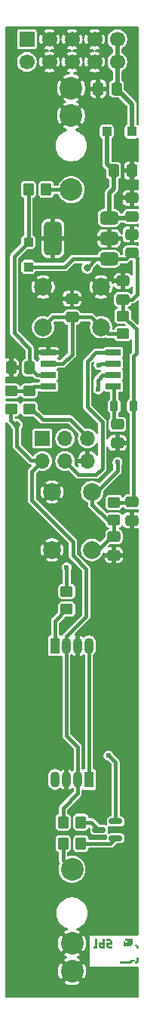
<source format=gbr>
%TF.GenerationSoftware,KiCad,Pcbnew,9.0.6*%
%TF.CreationDate,2026-01-01T17:20:02-06:00*%
%TF.ProjectId,gatekeeper,67617465-6b65-4657-9065-722e6b696361,rev?*%
%TF.SameCoordinates,Original*%
%TF.FileFunction,Copper,L2,Bot*%
%TF.FilePolarity,Positive*%
%FSLAX46Y46*%
G04 Gerber Fmt 4.6, Leading zero omitted, Abs format (unit mm)*
G04 Created by KiCad (PCBNEW 9.0.6) date 2026-01-01 17:20:02*
%MOMM*%
%LPD*%
G01*
G04 APERTURE LIST*
G04 Aperture macros list*
%AMRoundRect*
0 Rectangle with rounded corners*
0 $1 Rounding radius*
0 $2 $3 $4 $5 $6 $7 $8 $9 X,Y pos of 4 corners*
0 Add a 4 corners polygon primitive as box body*
4,1,4,$2,$3,$4,$5,$6,$7,$8,$9,$2,$3,0*
0 Add four circle primitives for the rounded corners*
1,1,$1+$1,$2,$3*
1,1,$1+$1,$4,$5*
1,1,$1+$1,$6,$7*
1,1,$1+$1,$8,$9*
0 Add four rect primitives between the rounded corners*
20,1,$1+$1,$2,$3,$4,$5,0*
20,1,$1+$1,$4,$5,$6,$7,0*
20,1,$1+$1,$6,$7,$8,$9,0*
20,1,$1+$1,$8,$9,$2,$3,0*%
G04 Aperture macros list end*
%TA.AperFunction,EtchedComponent*%
%ADD10C,0.000000*%
%TD*%
%TA.AperFunction,ComponentPad*%
%ADD11R,1.070000X1.800000*%
%TD*%
%TA.AperFunction,ComponentPad*%
%ADD12O,1.070000X1.800000*%
%TD*%
%TA.AperFunction,ComponentPad*%
%ADD13C,2.540000*%
%TD*%
%TA.AperFunction,ComponentPad*%
%ADD14C,2.000000*%
%TD*%
%TA.AperFunction,SMDPad,CuDef*%
%ADD15RoundRect,0.250000X0.350000X0.450000X-0.350000X0.450000X-0.350000X-0.450000X0.350000X-0.450000X0*%
%TD*%
%TA.AperFunction,SMDPad,CuDef*%
%ADD16RoundRect,0.250000X0.450000X-0.350000X0.450000X0.350000X-0.450000X0.350000X-0.450000X-0.350000X0*%
%TD*%
%TA.AperFunction,SMDPad,CuDef*%
%ADD17RoundRect,0.375000X0.625000X0.375000X-0.625000X0.375000X-0.625000X-0.375000X0.625000X-0.375000X0*%
%TD*%
%TA.AperFunction,SMDPad,CuDef*%
%ADD18RoundRect,0.500000X0.500000X1.400000X-0.500000X1.400000X-0.500000X-1.400000X0.500000X-1.400000X0*%
%TD*%
%TA.AperFunction,SMDPad,CuDef*%
%ADD19RoundRect,0.250000X0.475000X-0.337500X0.475000X0.337500X-0.475000X0.337500X-0.475000X-0.337500X0*%
%TD*%
%TA.AperFunction,SMDPad,CuDef*%
%ADD20RoundRect,0.250000X-0.300000X0.300000X-0.300000X-0.300000X0.300000X-0.300000X0.300000X0.300000X0*%
%TD*%
%TA.AperFunction,SMDPad,CuDef*%
%ADD21RoundRect,0.250000X-0.475000X0.337500X-0.475000X-0.337500X0.475000X-0.337500X0.475000X0.337500X0*%
%TD*%
%TA.AperFunction,SMDPad,CuDef*%
%ADD22RoundRect,0.150000X0.587500X0.150000X-0.587500X0.150000X-0.587500X-0.150000X0.587500X-0.150000X0*%
%TD*%
%TA.AperFunction,SMDPad,CuDef*%
%ADD23RoundRect,0.250000X-0.300000X-0.300000X0.300000X-0.300000X0.300000X0.300000X-0.300000X0.300000X0*%
%TD*%
%TA.AperFunction,SMDPad,CuDef*%
%ADD24R,1.700000X0.650000*%
%TD*%
%TA.AperFunction,SMDPad,CuDef*%
%ADD25RoundRect,0.250000X-0.350000X-0.450000X0.350000X-0.450000X0.350000X0.450000X-0.350000X0.450000X0*%
%TD*%
%TA.AperFunction,ComponentPad*%
%ADD26R,1.700000X1.700000*%
%TD*%
%TA.AperFunction,ComponentPad*%
%ADD27O,1.700000X1.700000*%
%TD*%
%TA.AperFunction,SMDPad,CuDef*%
%ADD28RoundRect,0.218750X0.218750X0.381250X-0.218750X0.381250X-0.218750X-0.381250X0.218750X-0.381250X0*%
%TD*%
%TA.AperFunction,ComponentPad*%
%ADD29C,1.700000*%
%TD*%
%TA.AperFunction,SMDPad,CuDef*%
%ADD30RoundRect,0.250000X0.337500X0.475000X-0.337500X0.475000X-0.337500X-0.475000X0.337500X-0.475000X0*%
%TD*%
%TA.AperFunction,SMDPad,CuDef*%
%ADD31RoundRect,0.250000X-0.337500X-0.475000X0.337500X-0.475000X0.337500X0.475000X-0.337500X0.475000X0*%
%TD*%
%TA.AperFunction,SMDPad,CuDef*%
%ADD32RoundRect,0.250000X-0.450000X0.350000X-0.450000X-0.350000X0.450000X-0.350000X0.450000X0.350000X0*%
%TD*%
%TA.AperFunction,ViaPad*%
%ADD33C,0.600000*%
%TD*%
%TA.AperFunction,ViaPad*%
%ADD34C,0.812800*%
%TD*%
%TA.AperFunction,ViaPad*%
%ADD35C,1.016000*%
%TD*%
%TA.AperFunction,Conductor*%
%ADD36C,0.406400*%
%TD*%
%TA.AperFunction,Conductor*%
%ADD37C,0.508000*%
%TD*%
G04 APERTURE END LIST*
D10*
%TA.AperFunction,EtchedComponent*%
%TO.C,REF\u002A\u002A*%
G36*
X115241667Y-155635834D02*
G01*
X115241667Y-155424167D01*
X115453333Y-155424167D01*
X115241667Y-155635834D01*
G37*
%TD.AperFunction*%
%TA.AperFunction,EtchedComponent*%
G36*
X113442500Y-155424167D02*
G01*
X113336667Y-155424167D01*
X113336667Y-155318333D01*
X113442500Y-155424167D01*
G37*
%TD.AperFunction*%
%TA.AperFunction,EtchedComponent*%
G36*
X115453333Y-155424167D02*
G01*
X115241667Y-155424167D01*
X115241667Y-155000833D01*
X115453333Y-155000833D01*
X115453333Y-155424167D01*
G37*
%TD.AperFunction*%
%TA.AperFunction,EtchedComponent*%
G36*
X114818333Y-155424167D02*
G01*
X114606667Y-155635834D01*
X114606667Y-155212500D01*
X114818333Y-155212500D01*
X114818333Y-155424167D01*
G37*
%TD.AperFunction*%
%TA.AperFunction,EtchedComponent*%
G36*
X114606667Y-155635834D02*
G01*
X114395000Y-155635834D01*
X114395000Y-155424167D01*
X114606667Y-155212500D01*
X114606667Y-155635834D01*
G37*
%TD.AperFunction*%
%TA.AperFunction,EtchedComponent*%
G36*
X114395000Y-155635834D02*
G01*
X113336667Y-155635834D01*
X113336667Y-155424167D01*
X114395000Y-155424167D01*
X114395000Y-155635834D01*
G37*
%TD.AperFunction*%
%TA.AperFunction,EtchedComponent*%
G36*
X112490000Y-153095834D02*
G01*
X112490000Y-153307500D01*
X112278334Y-153307500D01*
X112278334Y-152884167D01*
X112490000Y-153095834D01*
G37*
%TD.AperFunction*%
%TA.AperFunction,EtchedComponent*%
G36*
X112490000Y-153942500D02*
G01*
X112066667Y-153942500D01*
X112066667Y-153730833D01*
X112490000Y-153730833D01*
X112490000Y-153942500D01*
G37*
%TD.AperFunction*%
%TA.AperFunction,EtchedComponent*%
G36*
X112278334Y-153095834D02*
G01*
X111855000Y-153095834D01*
X111855000Y-152884167D01*
X112278334Y-152884167D01*
X112278334Y-153095834D01*
G37*
%TD.AperFunction*%
%TA.AperFunction,EtchedComponent*%
G36*
X112490000Y-153519167D02*
G01*
X111855000Y-153519167D01*
X111855000Y-153307500D01*
X112490000Y-153307500D01*
X112490000Y-153519167D01*
G37*
%TD.AperFunction*%
%TA.AperFunction,EtchedComponent*%
G36*
X112066667Y-153942500D02*
G01*
X111855000Y-153730833D01*
X111855000Y-153519167D01*
X112066667Y-153519167D01*
X112066667Y-153942500D01*
G37*
%TD.AperFunction*%
%TA.AperFunction,EtchedComponent*%
G36*
X111643333Y-153730833D02*
G01*
X111431667Y-153730833D01*
X111431667Y-152884167D01*
X111643333Y-152884167D01*
X111643333Y-153730833D01*
G37*
%TD.AperFunction*%
%TA.AperFunction,EtchedComponent*%
G36*
X111431667Y-153519167D02*
G01*
X111220000Y-153519167D01*
X111220000Y-153307500D01*
X111431667Y-153307500D01*
X111431667Y-153519167D01*
G37*
%TD.AperFunction*%
%TA.AperFunction,EtchedComponent*%
G36*
X111643333Y-153942500D02*
G01*
X111220000Y-153942500D01*
X111008334Y-153730833D01*
X111643333Y-153730833D01*
X111643333Y-153942500D01*
G37*
%TD.AperFunction*%
%TA.AperFunction,EtchedComponent*%
G36*
X111220000Y-153730833D02*
G01*
X111008334Y-153730833D01*
X111008334Y-153307500D01*
X111220000Y-153307500D01*
X111220000Y-153730833D01*
G37*
%TD.AperFunction*%
%TA.AperFunction,EtchedComponent*%
G36*
X110585000Y-153942500D02*
G01*
X110373334Y-153942500D01*
X110373334Y-153730833D01*
X110585000Y-153730833D01*
X110585000Y-153942500D01*
G37*
%TD.AperFunction*%
%TA.AperFunction,EtchedComponent*%
G36*
X115241667Y-155635834D02*
G01*
X115030000Y-155635834D01*
X115030000Y-155477083D01*
X115082917Y-155424167D01*
X115241667Y-155424167D01*
X115241667Y-155635834D01*
G37*
%TD.AperFunction*%
%TA.AperFunction,EtchedComponent*%
G36*
X115030000Y-155371250D02*
G01*
X115030000Y-155424167D01*
X114818333Y-155424167D01*
X114818333Y-155212500D01*
X115030000Y-155212500D01*
X115030000Y-155371250D01*
G37*
%TD.AperFunction*%
%TA.AperFunction,EtchedComponent*%
G36*
X110796667Y-153942500D02*
G01*
X110585000Y-153942500D01*
X110585000Y-153730833D01*
X110585000Y-153519167D01*
X110585000Y-152884167D01*
X110796667Y-152884167D01*
X110796667Y-153942500D01*
G37*
%TD.AperFunction*%
%TA.AperFunction,EtchedComponent*%
G36*
X115453333Y-153730833D02*
G01*
X115453333Y-153942500D01*
X115241667Y-153942500D01*
X115241667Y-153730833D01*
X115030000Y-153730833D01*
X115030000Y-153519167D01*
X115241667Y-153519167D01*
X115453333Y-153730833D01*
G37*
%TD.AperFunction*%
%TA.AperFunction,EtchedComponent*%
G36*
X114818333Y-153519167D02*
G01*
X114606667Y-153519167D01*
X114606667Y-153730833D01*
X113760000Y-153730833D01*
X113760000Y-153095834D01*
X113892292Y-153095834D01*
X113971667Y-153175208D01*
X113971667Y-153307500D01*
X114183333Y-153307500D01*
X114183333Y-153095834D01*
X114051042Y-153095834D01*
X113971667Y-153016459D01*
X113971667Y-152884167D01*
X114818333Y-152884167D01*
X114818333Y-153519167D01*
G37*
%TD.AperFunction*%
%TD*%
D11*
%TO.P,LED1,1,DIN*%
%TO.N,Net-(LED1-DIN)*%
X106095000Y-120000000D03*
D12*
%TO.P,LED1,2,VDD*%
%TO.N,+5V*%
X107365000Y-120000000D03*
%TO.P,LED1,3,VSS*%
%TO.N,GND*%
X108635000Y-120000000D03*
%TO.P,LED1,4,DOUT*%
%TO.N,/NEOPXLD_LED2*%
X109905000Y-120000000D03*
%TD*%
D13*
%TO.P,J1,1,TIP*%
%TO.N,Net-(J1-TIP)*%
X107900000Y-68820000D03*
%TO.P,J1,2,NC*%
%TO.N,GND*%
X107900000Y-60520000D03*
%TO.P,J1,3,SLV*%
X107900000Y-57420000D03*
%TD*%
D14*
%TO.P,SW2,1,1*%
%TO.N,GND*%
X104750000Y-79750000D03*
X111250000Y-79750000D03*
%TO.P,SW2,2,2*%
%TO.N,/PB4_BTNB*%
X104750000Y-84250000D03*
X111250000Y-84250000D03*
%TD*%
%TO.P,SW1,1,1*%
%TO.N,GND*%
X105750000Y-109250000D03*
X105750000Y-102750000D03*
%TO.P,SW1,2,2*%
%TO.N,/PB2_SPI_SCK_BTNA*%
X110250000Y-109250000D03*
X110250000Y-102750000D03*
%TD*%
D13*
%TO.P,J2,1,TIP*%
%TO.N,Net-(J2-TIP)*%
X108000000Y-145080000D03*
%TO.P,J2,2,NC*%
%TO.N,GND*%
X108000000Y-153380000D03*
%TO.P,J2,3,SLV*%
X108000000Y-156480000D03*
%TD*%
D11*
%TO.P,LED2,1,DIN*%
%TO.N,/NEOPXLD_LED2*%
X109905000Y-135000000D03*
D12*
%TO.P,LED2,2,VDD*%
%TO.N,+5V*%
X108635000Y-135000000D03*
%TO.P,LED2,3,VSS*%
%TO.N,GND*%
X107365000Y-135000000D03*
%TO.P,LED2,4,DOUT*%
%TO.N,unconnected-(LED2-DOUT-Pad4)*%
X106095000Y-135000000D03*
%TD*%
D15*
%TO.P,R7,1*%
%TO.N,Net-(Q1-E)*%
X109000000Y-142200000D03*
%TO.P,R7,2*%
%TO.N,Net-(J2-TIP)*%
X107000000Y-142200000D03*
%TD*%
D16*
%TO.P,R5,1*%
%TO.N,/PB4_BTNB*%
X113700000Y-85000000D03*
%TO.P,R5,2*%
%TO.N,+5V*%
X113700000Y-83000000D03*
%TD*%
D17*
%TO.P,U1,1,VI*%
%TO.N,+12V*%
X112150000Y-72000000D03*
%TO.P,U1,2,GND*%
%TO.N,GND*%
X112150000Y-74300000D03*
D18*
X105850000Y-74300000D03*
D17*
%TO.P,U1,3,VO*%
%TO.N,+5V*%
X112150000Y-76600000D03*
%TD*%
D19*
%TO.P,C8,1*%
%TO.N,GND*%
X113100000Y-97237500D03*
%TO.P,C8,2*%
%TO.N,Net-(U2-VCC)*%
X113100000Y-95162500D03*
%TD*%
D20*
%TO.P,D3,1,K*%
%TO.N,/PB3_CV_IN*%
X103100000Y-74700000D03*
%TO.P,D3,2,A*%
%TO.N,+5V*%
X103100000Y-77500000D03*
%TD*%
D21*
%TO.P,C11,1*%
%TO.N,/PB2_SPI_SCK_BTNA*%
X112700000Y-107762500D03*
%TO.P,C11,2*%
%TO.N,GND*%
X112700000Y-109837500D03*
%TD*%
D15*
%TO.P,R3,1*%
%TO.N,Net-(J1-TIP)*%
X105100000Y-68800000D03*
%TO.P,R3,2*%
%TO.N,/PB3_CV_IN*%
X103100000Y-68800000D03*
%TD*%
D22*
%TO.P,Q1,1,B*%
%TO.N,/PB1_SPI_MISO_GATEOUT*%
X112900000Y-139700000D03*
%TO.P,Q1,2,E*%
%TO.N,Net-(Q1-E)*%
X112900000Y-141600000D03*
%TO.P,Q1,3,C*%
%TO.N,Net-(Q1-C)*%
X111025000Y-140650000D03*
%TD*%
D23*
%TO.P,D1,1,K*%
%TO.N,+12V*%
X111900000Y-62300000D03*
%TO.P,D1,2,A*%
%TO.N,/+12V_RAW*%
X114700000Y-62300000D03*
%TD*%
D24*
%TO.P,U2,1,~{RESET}/PB5*%
%TO.N,/ATTINY_RESET*%
X105350000Y-90905000D03*
%TO.P,U2,2,XTAL1/PB3*%
%TO.N,/PB3_CV_IN*%
X105350000Y-89635000D03*
%TO.P,U2,3,XTAL2/PB4*%
%TO.N,/PB4_BTNB*%
X105350000Y-88365000D03*
%TO.P,U2,4,GND*%
%TO.N,GND*%
X105350000Y-87095000D03*
%TO.P,U2,5,AREF/PB0*%
%TO.N,/PB0_SPI_MOSI_NEOPXLD*%
X112650000Y-87095000D03*
%TO.P,U2,6,PB1*%
%TO.N,/PB1_SPI_MISO_GATEOUT*%
X112650000Y-88365000D03*
%TO.P,U2,7,PB2*%
%TO.N,/PB2_SPI_SCK_BTNA*%
X112650000Y-89635000D03*
%TO.P,U2,8,VCC*%
%TO.N,Net-(U2-VCC)*%
X112650000Y-90905000D03*
%TD*%
D16*
%TO.P,R1,1*%
%TO.N,+5V*%
X101200000Y-93400000D03*
%TO.P,R1,2*%
%TO.N,/ATTINY_RESET*%
X101200000Y-91400000D03*
%TD*%
D19*
%TO.P,C12,1*%
%TO.N,/PB4_BTNB*%
X108000000Y-83137500D03*
%TO.P,C12,2*%
%TO.N,GND*%
X108000000Y-81062500D03*
%TD*%
%TO.P,C6,1*%
%TO.N,+5V*%
X114700000Y-75937500D03*
%TO.P,C6,2*%
%TO.N,GND*%
X114700000Y-73862500D03*
%TD*%
D21*
%TO.P,C7,1*%
%TO.N,+5V*%
X114700000Y-103862500D03*
%TO.P,C7,2*%
%TO.N,GND*%
X114700000Y-105937500D03*
%TD*%
D25*
%TO.P,R6,1*%
%TO.N,+5V*%
X107000000Y-139800000D03*
%TO.P,R6,2*%
%TO.N,Net-(Q1-C)*%
X109000000Y-139800000D03*
%TD*%
D26*
%TO.P,J4,1,Pin_1*%
%TO.N,/PB1_SPI_MISO_GATEOUT*%
X104675000Y-96725000D03*
D27*
%TO.P,J4,2,Pin_2*%
%TO.N,+5V*%
X104675000Y-99265000D03*
%TO.P,J4,3,Pin_3*%
%TO.N,/PB2_SPI_SCK_BTNA*%
X107215000Y-96725000D03*
%TO.P,J4,4,Pin_4*%
%TO.N,/PB0_SPI_MOSI_NEOPXLD*%
X107215000Y-99265000D03*
%TO.P,J4,5,Pin_5*%
%TO.N,Net-(J4-Pin_5)*%
X109755000Y-96725000D03*
%TO.P,J4,6,Pin_6*%
%TO.N,GND*%
X109755000Y-99265000D03*
%TD*%
D16*
%TO.P,R8,1*%
%TO.N,Net-(LED1-DIN)*%
X107400000Y-115900000D03*
%TO.P,R8,2*%
%TO.N,/PB0_SPI_MOSI_NEOPXLD*%
X107400000Y-113900000D03*
%TD*%
D28*
%TO.P,FB1,1*%
%TO.N,+5V*%
X114862500Y-93100000D03*
%TO.P,FB1,2*%
%TO.N,Net-(U2-VCC)*%
X112737500Y-93100000D03*
%TD*%
D26*
%TO.P,J3,1,Pin_1*%
%TO.N,unconnected-(J3-Pin_1-Pad1)*%
X102920000Y-51960000D03*
D29*
%TO.P,J3,2,Pin_2*%
%TO.N,unconnected-(J3-Pin_2-Pad2)*%
X102920000Y-54500000D03*
%TO.P,J3,3,Pin_3*%
%TO.N,GND*%
X105460000Y-51960000D03*
%TO.P,J3,4,Pin_4*%
X105460000Y-54500000D03*
%TO.P,J3,5,Pin_5*%
X108000000Y-51960000D03*
%TO.P,J3,6,Pin_6*%
X108000000Y-54500000D03*
%TO.P,J3,7,Pin_7*%
X110540000Y-51960000D03*
%TO.P,J3,8,Pin_8*%
X110540000Y-54500000D03*
%TO.P,J3,9,Pin_9*%
%TO.N,/+12V_RAW*%
X113080000Y-51960000D03*
%TO.P,J3,10,Pin_10*%
X113080000Y-54500000D03*
%TD*%
D30*
%TO.P,C2,1*%
%TO.N,/PB3_CV_IN*%
X103237500Y-88800000D03*
%TO.P,C2,2*%
%TO.N,GND*%
X101162500Y-88800000D03*
%TD*%
D31*
%TO.P,C1,1*%
%TO.N,+12V*%
X112662500Y-66700000D03*
%TO.P,C1,2*%
%TO.N,GND*%
X114737500Y-66700000D03*
%TD*%
D32*
%TO.P,R2,1*%
%TO.N,/ATTINY_RESET*%
X103200000Y-91400000D03*
%TO.P,R2,2*%
%TO.N,Net-(J4-Pin_5)*%
X103200000Y-93400000D03*
%TD*%
D30*
%TO.P,C4,1*%
%TO.N,/+12V_RAW*%
X113000000Y-57500000D03*
%TO.P,C4,2*%
%TO.N,GND*%
X110925000Y-57500000D03*
%TD*%
D19*
%TO.P,C5,1*%
%TO.N,+12V*%
X114700000Y-71837500D03*
%TO.P,C5,2*%
%TO.N,GND*%
X114700000Y-69762500D03*
%TD*%
D21*
%TO.P,C9,1*%
%TO.N,GND*%
X113700000Y-79062500D03*
%TO.P,C9,2*%
%TO.N,+5V*%
X113700000Y-81137500D03*
%TD*%
D16*
%TO.P,R4,1*%
%TO.N,/PB2_SPI_SCK_BTNA*%
X112700000Y-105900000D03*
%TO.P,R4,2*%
%TO.N,+5V*%
X112700000Y-103900000D03*
%TD*%
D33*
%TO.N,GND*%
X100900000Y-110600000D03*
X100900000Y-97300000D03*
X109900000Y-75400000D03*
D34*
X111500000Y-93600000D03*
D35*
X114900000Y-53300000D03*
D33*
X109200000Y-66300000D03*
X112300000Y-99100000D03*
D34*
X113900000Y-91900000D03*
D33*
X114600000Y-64900000D03*
X102100000Y-62100000D03*
X110200000Y-61500000D03*
X108700000Y-72200000D03*
X102100000Y-59000000D03*
D35*
X108000000Y-93300000D03*
X103800000Y-111900000D03*
D33*
X105300000Y-57500000D03*
X101900000Y-72600000D03*
X115100000Y-82800000D03*
X110400000Y-148900000D03*
X112100000Y-113700000D03*
D35*
X102000000Y-65900000D03*
X110100000Y-86200000D03*
X103900000Y-117900000D03*
X108600000Y-125000000D03*
D33*
X109600000Y-106200000D03*
X103100000Y-128200000D03*
X101700000Y-86900000D03*
D35*
X114700000Y-57300000D03*
D33*
X112900000Y-128700000D03*
D35*
X113200000Y-102200000D03*
D33*
X102900000Y-82300000D03*
X114000000Y-144900000D03*
X104900000Y-101100000D03*
X114000000Y-77600000D03*
X104200000Y-71600000D03*
D34*
X103100000Y-95400000D03*
D33*
X102700000Y-137700000D03*
X102100000Y-144400000D03*
X104700000Y-64700000D03*
X113000000Y-120200000D03*
X103600000Y-156500000D03*
D34*
%TO.N,+5V*%
X109700000Y-77600000D03*
X101800000Y-95200000D03*
D33*
%TO.N,/PB2_SPI_SCK_BTNA*%
X113100000Y-99400000D03*
X110950000Y-91250000D03*
%TO.N,/PB0_SPI_MOSI_NEOPXLD*%
X107400000Y-111200000D03*
%TO.N,/PB1_SPI_MISO_GATEOUT*%
X111000000Y-88500000D03*
X112100000Y-132300000D03*
%TD*%
D36*
%TO.N,+5V*%
X104610000Y-99200000D02*
X104675000Y-99265000D01*
X101800000Y-97600000D02*
X103400000Y-99200000D01*
X103400000Y-99200000D02*
X104610000Y-99200000D01*
X101800000Y-95200000D02*
X101800000Y-97600000D01*
X101100000Y-94700000D02*
X101100000Y-93400000D01*
X101600000Y-95200000D02*
X101100000Y-94700000D01*
X101800000Y-95200000D02*
X101600000Y-95200000D01*
X115295800Y-76533300D02*
X115295800Y-80595800D01*
X114037500Y-76600000D02*
X114700000Y-75937500D01*
X107365000Y-130065000D02*
X108635000Y-131335000D01*
X115295800Y-80595800D02*
X114754100Y-81137500D01*
X108100000Y-109900000D02*
X108100000Y-108300000D01*
X114900000Y-93600000D02*
X114862500Y-93562500D01*
X115200000Y-84500000D02*
X115200000Y-87200000D01*
X108635000Y-136565000D02*
X107000000Y-138200000D01*
X112700000Y-103900000D02*
X114662500Y-103900000D01*
X108100000Y-108300000D02*
X103500000Y-103700000D01*
X113700000Y-83000000D02*
X115200000Y-84500000D01*
X103500000Y-103700000D02*
X103500000Y-100440000D01*
X114700000Y-103562500D02*
X114900000Y-103362500D01*
X114900000Y-93062500D02*
X114862500Y-93100000D01*
X112150000Y-76600000D02*
X114037500Y-76600000D01*
X109700000Y-77600000D02*
X110700000Y-76600000D01*
X107365000Y-120000000D02*
X107365000Y-130065000D01*
X107365000Y-118935000D02*
X109600000Y-116700000D01*
X108100000Y-76600000D02*
X112150000Y-76600000D01*
X108635000Y-131335000D02*
X108635000Y-135000000D01*
X114700000Y-103862500D02*
X114700000Y-103562500D01*
X103100000Y-77500000D02*
X107200000Y-77500000D01*
X107365000Y-120000000D02*
X107365000Y-118935000D01*
X110700000Y-76600000D02*
X112150000Y-76600000D01*
X114900000Y-103362500D02*
X114900000Y-93600000D01*
X113700000Y-81137500D02*
X113700000Y-83000000D01*
X109600000Y-116700000D02*
X109600000Y-111400000D01*
X108635000Y-135000000D02*
X108635000Y-136565000D01*
X114754100Y-81137500D02*
X113700000Y-81137500D01*
X114700000Y-75937500D02*
X115295800Y-76533300D01*
X114662500Y-103900000D02*
X114700000Y-103862500D01*
X103500000Y-100440000D02*
X104675000Y-99265000D01*
X114862500Y-93562500D02*
X114862500Y-93100000D01*
X107200000Y-77500000D02*
X108100000Y-76600000D01*
X114900000Y-87500000D02*
X114900000Y-93062500D01*
X109600000Y-111400000D02*
X108100000Y-109900000D01*
X115200000Y-87200000D02*
X114900000Y-87500000D01*
X107000000Y-138200000D02*
X107000000Y-139800000D01*
%TO.N,/ATTINY_RESET*%
X103695000Y-90905000D02*
X103200000Y-91400000D01*
X105350000Y-90905000D02*
X103695000Y-90905000D01*
X101100000Y-91400000D02*
X103200000Y-91400000D01*
D37*
%TO.N,+12V*%
X112150000Y-69250000D02*
X112150000Y-72000000D01*
X112150000Y-72000000D02*
X114537500Y-72000000D01*
X111900000Y-65937500D02*
X112662500Y-66700000D01*
X112662500Y-66700000D02*
X112662500Y-68737500D01*
X112662500Y-68737500D02*
X112150000Y-69250000D01*
X114537500Y-72000000D02*
X114700000Y-71837500D01*
X111900000Y-62300000D02*
X111900000Y-65937500D01*
D36*
%TO.N,/PB3_CV_IN*%
X103100000Y-68800000D02*
X103100000Y-74700000D01*
X101500000Y-84900000D02*
X103237500Y-86637500D01*
X101500000Y-76300000D02*
X101500000Y-84900000D01*
X105350000Y-89635000D02*
X104072500Y-89635000D01*
X104072500Y-89635000D02*
X103237500Y-88800000D01*
X103100000Y-74700000D02*
X101500000Y-76300000D01*
X103237500Y-86637500D02*
X103237500Y-88800000D01*
%TO.N,Net-(U2-VCC)*%
X112737500Y-93100000D02*
X112737500Y-90992500D01*
X112737500Y-90992500D02*
X112650000Y-90905000D01*
X112737500Y-94800000D02*
X113100000Y-95162500D01*
X112737500Y-93100000D02*
X112737500Y-94800000D01*
%TO.N,/PB2_SPI_SCK_BTNA*%
X110950000Y-91250000D02*
X110900000Y-91200000D01*
X110250000Y-104150000D02*
X112000000Y-105900000D01*
X110900000Y-90200000D02*
X111465000Y-89635000D01*
X112700000Y-105900000D02*
X112700000Y-107462500D01*
X113100000Y-100400000D02*
X110750000Y-102750000D01*
X112700000Y-107462500D02*
X110912500Y-109250000D01*
X110250000Y-102750000D02*
X110250000Y-104150000D01*
X110900000Y-91200000D02*
X110900000Y-90200000D01*
X113100000Y-99400000D02*
X113100000Y-100400000D01*
X110750000Y-102750000D02*
X110250000Y-102750000D01*
X112000000Y-105900000D02*
X112700000Y-105900000D01*
X110912500Y-109250000D02*
X110250000Y-109250000D01*
X111465000Y-89635000D02*
X112650000Y-89635000D01*
D37*
%TO.N,/+12V_RAW*%
X113080000Y-57420000D02*
X113000000Y-57500000D01*
X114700000Y-59200000D02*
X114700000Y-62300000D01*
X113080000Y-54500000D02*
X113080000Y-57420000D01*
X113080000Y-51960000D02*
X113080000Y-54500000D01*
X113000000Y-57500000D02*
X114700000Y-59200000D01*
D36*
%TO.N,Net-(J4-Pin_5)*%
X109755000Y-96555000D02*
X107800000Y-94600000D01*
X107800000Y-94600000D02*
X104700000Y-94600000D01*
X103500000Y-93400000D02*
X103200000Y-93400000D01*
X109755000Y-96725000D02*
X109755000Y-96555000D01*
X104700000Y-94600000D02*
X103500000Y-93400000D01*
%TO.N,/PB4_BTNB*%
X105862500Y-83137500D02*
X104750000Y-84250000D01*
X108000000Y-83137500D02*
X105862500Y-83137500D01*
X108000000Y-87300000D02*
X108000000Y-83137500D01*
X110137500Y-83137500D02*
X111250000Y-84250000D01*
X108000000Y-83137500D02*
X110137500Y-83137500D01*
X113700000Y-85000000D02*
X112000000Y-85000000D01*
X105350000Y-88365000D02*
X106935000Y-88365000D01*
X112000000Y-85000000D02*
X111250000Y-84250000D01*
X106935000Y-88365000D02*
X108000000Y-87300000D01*
%TO.N,Net-(J1-TIP)*%
X105120000Y-68820000D02*
X105100000Y-68800000D01*
X107900000Y-68820000D02*
X105120000Y-68820000D01*
%TO.N,Net-(J2-TIP)*%
X107980000Y-145080000D02*
X107000000Y-144100000D01*
X107000000Y-144100000D02*
X107000000Y-142200000D01*
X108000000Y-145080000D02*
X107980000Y-145080000D01*
%TO.N,/PB0_SPI_MOSI_NEOPXLD*%
X110700000Y-100800000D02*
X111400000Y-100100000D01*
X109700000Y-93200000D02*
X109700000Y-88100000D01*
X111400000Y-94900000D02*
X109700000Y-93200000D01*
X108750000Y-100800000D02*
X110700000Y-100800000D01*
X110705000Y-87095000D02*
X112650000Y-87095000D01*
X107400000Y-113900000D02*
X107400000Y-111200000D01*
X109700000Y-88100000D02*
X110705000Y-87095000D01*
X107215000Y-99265000D02*
X108750000Y-100800000D01*
X111400000Y-100100000D02*
X111400000Y-94900000D01*
%TO.N,/PB1_SPI_MISO_GATEOUT*%
X111235000Y-88365000D02*
X111200000Y-88400000D01*
X112900000Y-139700000D02*
X112900000Y-133100000D01*
X111100000Y-88400000D02*
X111000000Y-88500000D01*
X112650000Y-88365000D02*
X111235000Y-88365000D01*
X111200000Y-88400000D02*
X111100000Y-88400000D01*
X112900000Y-133100000D02*
X112100000Y-132300000D01*
%TO.N,Net-(Q1-C)*%
X111025000Y-140650000D02*
X110175000Y-139800000D01*
X110175000Y-139800000D02*
X109000000Y-139800000D01*
%TO.N,Net-(Q1-E)*%
X112300000Y-142200000D02*
X112900000Y-141600000D01*
X109000000Y-142200000D02*
X112300000Y-142200000D01*
%TO.N,/NEOPXLD_LED2*%
X109905000Y-120000000D02*
X109905000Y-135000000D01*
%TO.N,Net-(LED1-DIN)*%
X106095000Y-117205000D02*
X107400000Y-115900000D01*
X106095000Y-120000000D02*
X106095000Y-117205000D01*
%TD*%
%TA.AperFunction,Conductor*%
%TO.N,GND*%
G36*
X115442539Y-156019685D02*
G01*
X115488294Y-156072489D01*
X115499500Y-156124000D01*
X115499500Y-159375500D01*
X115479815Y-159442539D01*
X115427011Y-159488294D01*
X115375500Y-159499500D01*
X109700000Y-159499500D01*
X109700000Y-156000000D01*
X110000000Y-156000000D01*
X115375500Y-156000000D01*
X115442539Y-156019685D01*
G37*
%TD.AperFunction*%
%TD*%
%TA.AperFunction,Conductor*%
%TO.N,GND*%
G36*
X106657214Y-152557142D02*
G01*
X106545025Y-152777326D01*
X106468657Y-153012360D01*
X106430000Y-153256432D01*
X106430000Y-153503567D01*
X106468657Y-153747639D01*
X106545025Y-153982673D01*
X106657217Y-154202863D01*
X106727224Y-154299219D01*
X106727225Y-154299220D01*
X107322421Y-153704024D01*
X107335359Y-153735258D01*
X107417437Y-153858097D01*
X107521903Y-153962563D01*
X107644742Y-154044641D01*
X107675974Y-154057577D01*
X107080778Y-154652773D01*
X107080779Y-154652775D01*
X107177137Y-154722782D01*
X107366984Y-154819515D01*
X107417780Y-154867490D01*
X107434575Y-154935311D01*
X107412038Y-155001446D01*
X107366984Y-155040485D01*
X107177142Y-155137214D01*
X107080779Y-155207225D01*
X107675975Y-155802421D01*
X107644742Y-155815359D01*
X107521903Y-155897437D01*
X107417437Y-156001903D01*
X107335359Y-156124742D01*
X107322421Y-156155975D01*
X106727225Y-155560779D01*
X106657214Y-155657142D01*
X106545025Y-155877326D01*
X106468657Y-156112360D01*
X106430000Y-156356432D01*
X106430000Y-156603567D01*
X106468657Y-156847639D01*
X106545025Y-157082673D01*
X106657217Y-157302863D01*
X106727224Y-157399219D01*
X106727225Y-157399220D01*
X107322421Y-156804024D01*
X107335359Y-156835258D01*
X107417437Y-156958097D01*
X107521903Y-157062563D01*
X107644742Y-157144641D01*
X107675974Y-157157577D01*
X107080778Y-157752773D01*
X107080779Y-157752775D01*
X107177137Y-157822782D01*
X107397326Y-157934974D01*
X107632360Y-158011342D01*
X107876433Y-158050000D01*
X108123567Y-158050000D01*
X108367639Y-158011342D01*
X108602673Y-157934974D01*
X108822859Y-157822784D01*
X108919219Y-157752773D01*
X108919220Y-157752772D01*
X108324025Y-157157577D01*
X108355258Y-157144641D01*
X108478097Y-157062563D01*
X108582563Y-156958097D01*
X108664641Y-156835258D01*
X108677578Y-156804025D01*
X109272772Y-157399220D01*
X109272773Y-157399219D01*
X109342784Y-157302859D01*
X109454974Y-157082673D01*
X109531342Y-156847639D01*
X109570000Y-156603567D01*
X109570000Y-156356432D01*
X109531342Y-156112360D01*
X109454974Y-155877326D01*
X109342782Y-155657137D01*
X109272775Y-155560779D01*
X109272773Y-155560778D01*
X108677577Y-156155973D01*
X108664641Y-156124742D01*
X108582563Y-156001903D01*
X108478097Y-155897437D01*
X108355258Y-155815359D01*
X108324024Y-155802421D01*
X108919220Y-155207225D01*
X108919219Y-155207224D01*
X108822863Y-155137217D01*
X108633015Y-155040485D01*
X108582219Y-154992511D01*
X108565424Y-154924690D01*
X108587961Y-154858555D01*
X108633015Y-154819515D01*
X108822859Y-154722784D01*
X108919219Y-154652773D01*
X108919220Y-154652772D01*
X108324025Y-154057577D01*
X108355258Y-154044641D01*
X108478097Y-153962563D01*
X108582563Y-153858097D01*
X108664641Y-153735258D01*
X108677578Y-153704025D01*
X109272772Y-154299220D01*
X109272773Y-154299219D01*
X109342784Y-154202859D01*
X109454974Y-153982673D01*
X109531342Y-153747639D01*
X109570000Y-153503567D01*
X109570000Y-153256432D01*
X109531342Y-153012360D01*
X109454974Y-152777326D01*
X109342782Y-152557137D01*
X109301270Y-152500000D01*
X110000000Y-152500000D01*
X110000000Y-156000000D01*
X109700000Y-156000000D01*
X109700000Y-159499500D01*
X100624500Y-159499500D01*
X100557461Y-159479815D01*
X100511706Y-159427011D01*
X100500500Y-159375500D01*
X100500500Y-152500000D01*
X106698730Y-152500000D01*
X106657214Y-152557142D01*
G37*
%TD.AperFunction*%
%TA.AperFunction,Conductor*%
G36*
X107675975Y-152702421D02*
G01*
X107644742Y-152715359D01*
X107521903Y-152797437D01*
X107417437Y-152901903D01*
X107335359Y-153024742D01*
X107322421Y-153055975D01*
X106766446Y-152500000D01*
X107473554Y-152500000D01*
X107675975Y-152702421D01*
G37*
%TD.AperFunction*%
%TA.AperFunction,Conductor*%
G36*
X108677577Y-153055973D02*
G01*
X108664641Y-153024742D01*
X108582563Y-152901903D01*
X108478097Y-152797437D01*
X108355258Y-152715359D01*
X108324024Y-152702421D01*
X108526445Y-152500000D01*
X109233551Y-152500000D01*
X108677577Y-153055973D01*
G37*
%TD.AperFunction*%
%TD*%
%TA.AperFunction,Conductor*%
%TO.N,GND*%
G36*
X109965248Y-83610885D02*
G01*
X109985890Y-83627519D01*
X110046514Y-83688143D01*
X110079999Y-83749466D01*
X110076764Y-83814142D01*
X110030291Y-83957169D01*
X110030291Y-83957172D01*
X109999500Y-84151577D01*
X109999500Y-84348422D01*
X110030290Y-84542826D01*
X110091117Y-84730029D01*
X110180476Y-84905405D01*
X110296172Y-85064646D01*
X110435354Y-85203828D01*
X110594595Y-85319524D01*
X110677455Y-85361743D01*
X110769970Y-85408882D01*
X110769972Y-85408882D01*
X110769975Y-85408884D01*
X110870317Y-85441487D01*
X110957173Y-85469709D01*
X111151578Y-85500500D01*
X111151583Y-85500500D01*
X111348422Y-85500500D01*
X111542826Y-85469709D01*
X111722814Y-85411226D01*
X111792651Y-85409231D01*
X111823130Y-85421771D01*
X111824878Y-85422781D01*
X111940269Y-85453700D01*
X112668403Y-85453700D01*
X112735442Y-85473385D01*
X112781197Y-85526189D01*
X112784585Y-85534368D01*
X112806201Y-85592326D01*
X112806206Y-85592335D01*
X112892452Y-85707544D01*
X112892455Y-85707547D01*
X113007664Y-85793793D01*
X113007671Y-85793797D01*
X113142517Y-85844091D01*
X113142516Y-85844091D01*
X113149444Y-85844835D01*
X113202127Y-85850500D01*
X114197872Y-85850499D01*
X114257483Y-85844091D01*
X114392331Y-85793796D01*
X114507546Y-85707546D01*
X114523034Y-85686855D01*
X114578967Y-85644986D01*
X114648659Y-85640002D01*
X114709982Y-85673487D01*
X114743466Y-85734810D01*
X114746300Y-85761168D01*
X114746300Y-86960709D01*
X114726615Y-87027748D01*
X114709981Y-87048390D01*
X114536951Y-87221419D01*
X114536944Y-87221428D01*
X114499080Y-87287008D01*
X114499081Y-87287009D01*
X114477221Y-87324872D01*
X114477219Y-87324876D01*
X114477219Y-87324878D01*
X114446300Y-87440269D01*
X114446300Y-87440271D01*
X114446300Y-92218323D01*
X114426615Y-92285362D01*
X114396611Y-92317590D01*
X114308528Y-92383528D01*
X114227664Y-92491549D01*
X114227662Y-92491552D01*
X114180509Y-92617975D01*
X114174500Y-92673855D01*
X114174500Y-93526144D01*
X114180509Y-93582024D01*
X114227662Y-93708447D01*
X114227664Y-93708450D01*
X114308528Y-93816472D01*
X114371299Y-93863462D01*
X114396610Y-93882409D01*
X114438482Y-93938342D01*
X114446300Y-93981676D01*
X114446300Y-102900500D01*
X114426615Y-102967539D01*
X114373811Y-103013294D01*
X114322301Y-103024500D01*
X114177130Y-103024500D01*
X114177123Y-103024501D01*
X114117516Y-103030908D01*
X113982671Y-103081202D01*
X113982664Y-103081206D01*
X113867455Y-103167452D01*
X113777408Y-103287738D01*
X113721474Y-103329608D01*
X113651782Y-103334592D01*
X113590459Y-103301106D01*
X113578876Y-103287738D01*
X113549334Y-103248276D01*
X113507546Y-103192454D01*
X113507544Y-103192453D01*
X113507544Y-103192452D01*
X113392335Y-103106206D01*
X113392328Y-103106202D01*
X113257482Y-103055908D01*
X113257483Y-103055908D01*
X113197883Y-103049501D01*
X113197881Y-103049500D01*
X113197873Y-103049500D01*
X113197864Y-103049500D01*
X112202129Y-103049500D01*
X112202123Y-103049501D01*
X112142516Y-103055908D01*
X112007671Y-103106202D01*
X112007664Y-103106206D01*
X111892455Y-103192452D01*
X111892452Y-103192455D01*
X111806206Y-103307664D01*
X111806202Y-103307671D01*
X111755908Y-103442517D01*
X111749501Y-103502116D01*
X111749500Y-103502135D01*
X111749500Y-104297870D01*
X111749501Y-104297876D01*
X111755908Y-104357483D01*
X111806202Y-104492328D01*
X111806206Y-104492335D01*
X111892452Y-104607544D01*
X111892455Y-104607547D01*
X112007664Y-104693793D01*
X112007671Y-104693797D01*
X112142517Y-104744091D01*
X112142516Y-104744091D01*
X112149444Y-104744835D01*
X112202127Y-104750500D01*
X113197872Y-104750499D01*
X113257483Y-104744091D01*
X113392331Y-104693796D01*
X113507546Y-104607546D01*
X113550671Y-104549938D01*
X113593795Y-104492333D01*
X113596157Y-104488008D01*
X113645563Y-104438603D01*
X113713836Y-104423751D01*
X113779300Y-104448168D01*
X113804255Y-104473124D01*
X113867452Y-104557544D01*
X113867455Y-104557547D01*
X113982664Y-104643793D01*
X113982671Y-104643797D01*
X114117517Y-104694091D01*
X114117516Y-104694091D01*
X114124444Y-104694835D01*
X114177127Y-104700500D01*
X115222872Y-104700499D01*
X115282483Y-104694091D01*
X115332167Y-104675559D01*
X115362776Y-104673370D01*
X115393147Y-104669004D01*
X115397302Y-104670901D01*
X115401858Y-104670576D01*
X115428784Y-104685279D01*
X115456703Y-104698029D01*
X115459173Y-104701872D01*
X115463181Y-104704061D01*
X115477884Y-104730988D01*
X115494477Y-104756807D01*
X115495368Y-104763007D01*
X115496666Y-104765384D01*
X115499500Y-104791742D01*
X115499500Y-104954552D01*
X115479815Y-105021591D01*
X115427011Y-105067346D01*
X115357853Y-105077290D01*
X115330011Y-105069907D01*
X115306444Y-105060614D01*
X115218054Y-105050000D01*
X114950000Y-105050000D01*
X114950000Y-106825000D01*
X115218054Y-106825000D01*
X115306443Y-106814386D01*
X115330008Y-106805093D01*
X115399595Y-106798811D01*
X115461532Y-106831147D01*
X115496154Y-106891835D01*
X115499500Y-106920447D01*
X115499500Y-152376000D01*
X115479815Y-152443039D01*
X115427011Y-152488794D01*
X115375500Y-152500000D01*
X109301270Y-152500000D01*
X109272775Y-152460779D01*
X109272773Y-152460778D01*
X109233551Y-152500000D01*
X108526446Y-152500000D01*
X108919220Y-152107225D01*
X108919219Y-152107224D01*
X108822863Y-152037217D01*
X108602675Y-151925025D01*
X108538202Y-151904077D01*
X108480527Y-151864639D01*
X108453329Y-151800280D01*
X108465244Y-151731434D01*
X108512488Y-151679958D01*
X108544423Y-151666373D01*
X108563887Y-151661158D01*
X108775888Y-151573344D01*
X108974612Y-151458611D01*
X109156661Y-151318919D01*
X109156665Y-151318914D01*
X109156670Y-151318911D01*
X109318911Y-151156670D01*
X109318914Y-151156665D01*
X109318919Y-151156661D01*
X109458611Y-150974612D01*
X109573344Y-150775888D01*
X109661158Y-150563887D01*
X109720548Y-150342238D01*
X109750500Y-150114734D01*
X109750500Y-149885266D01*
X109720548Y-149657762D01*
X109661158Y-149436113D01*
X109573344Y-149224112D01*
X109458611Y-149025388D01*
X109458608Y-149025385D01*
X109458607Y-149025382D01*
X109318918Y-148843338D01*
X109318911Y-148843330D01*
X109156670Y-148681089D01*
X109156661Y-148681081D01*
X108974617Y-148541392D01*
X108775890Y-148426657D01*
X108775876Y-148426650D01*
X108563887Y-148338842D01*
X108342238Y-148279452D01*
X108304215Y-148274446D01*
X108114741Y-148249500D01*
X108114734Y-148249500D01*
X107885266Y-148249500D01*
X107885258Y-148249500D01*
X107668715Y-148278009D01*
X107657762Y-148279452D01*
X107564076Y-148304554D01*
X107436112Y-148338842D01*
X107224123Y-148426650D01*
X107224109Y-148426657D01*
X107025382Y-148541392D01*
X106843338Y-148681081D01*
X106681081Y-148843338D01*
X106541392Y-149025382D01*
X106426657Y-149224109D01*
X106426650Y-149224123D01*
X106338842Y-149436112D01*
X106279453Y-149657759D01*
X106279451Y-149657770D01*
X106249500Y-149885258D01*
X106249500Y-150114741D01*
X106274446Y-150304215D01*
X106279452Y-150342238D01*
X106279453Y-150342240D01*
X106338842Y-150563887D01*
X106426650Y-150775876D01*
X106426657Y-150775890D01*
X106541392Y-150974617D01*
X106681081Y-151156661D01*
X106681089Y-151156670D01*
X106843330Y-151318911D01*
X106843338Y-151318918D01*
X107025382Y-151458607D01*
X107025385Y-151458608D01*
X107025388Y-151458611D01*
X107224112Y-151573344D01*
X107224117Y-151573346D01*
X107224123Y-151573349D01*
X107315480Y-151611190D01*
X107436113Y-151661158D01*
X107455571Y-151666371D01*
X107515231Y-151702735D01*
X107545761Y-151765581D01*
X107537467Y-151834957D01*
X107492983Y-151888835D01*
X107461797Y-151904077D01*
X107397324Y-151925025D01*
X107177142Y-152037214D01*
X107080779Y-152107225D01*
X107473554Y-152500000D01*
X106766446Y-152500000D01*
X106727225Y-152460779D01*
X106698730Y-152500000D01*
X100500500Y-152500000D01*
X100500500Y-141702135D01*
X106149500Y-141702135D01*
X106149500Y-142697870D01*
X106149501Y-142697876D01*
X106155908Y-142757483D01*
X106206202Y-142892328D01*
X106206206Y-142892335D01*
X106292452Y-143007544D01*
X106292455Y-143007547D01*
X106407664Y-143093793D01*
X106407673Y-143093798D01*
X106465632Y-143115415D01*
X106521566Y-143157285D01*
X106545984Y-143222749D01*
X106546300Y-143231597D01*
X106546300Y-144159731D01*
X106577219Y-144275122D01*
X106581816Y-144283084D01*
X106610695Y-144333104D01*
X106623169Y-144384534D01*
X106627165Y-144401004D01*
X106613792Y-144451395D01*
X106590894Y-144496335D01*
X106516939Y-144723944D01*
X106516939Y-144723947D01*
X106479500Y-144960328D01*
X106479500Y-145199671D01*
X106516939Y-145436051D01*
X106590898Y-145663674D01*
X106699554Y-145876919D01*
X106840221Y-146070532D01*
X106840225Y-146070537D01*
X107009462Y-146239774D01*
X107009467Y-146239778D01*
X107178347Y-146362476D01*
X107203084Y-146380448D01*
X107338961Y-146449681D01*
X107416325Y-146489101D01*
X107416327Y-146489101D01*
X107416330Y-146489103D01*
X107643949Y-146563061D01*
X107765735Y-146582349D01*
X107880329Y-146600500D01*
X107880334Y-146600500D01*
X108119671Y-146600500D01*
X108224135Y-146583953D01*
X108356051Y-146563061D01*
X108583670Y-146489103D01*
X108796916Y-146380448D01*
X108990539Y-146239773D01*
X109159773Y-146070539D01*
X109300448Y-145876916D01*
X109409103Y-145663670D01*
X109483061Y-145436051D01*
X109503953Y-145304135D01*
X109520500Y-145199671D01*
X109520500Y-144960328D01*
X109500644Y-144834970D01*
X109483061Y-144723949D01*
X109409103Y-144496330D01*
X109409101Y-144496327D01*
X109409101Y-144496325D01*
X109353812Y-144387816D01*
X109300448Y-144283084D01*
X109210825Y-144159728D01*
X109159778Y-144089467D01*
X109159774Y-144089462D01*
X108990537Y-143920225D01*
X108990532Y-143920221D01*
X108796919Y-143779554D01*
X108796918Y-143779553D01*
X108796916Y-143779552D01*
X108730324Y-143745621D01*
X108583674Y-143670898D01*
X108356051Y-143596939D01*
X108119671Y-143559500D01*
X108119666Y-143559500D01*
X107880334Y-143559500D01*
X107880329Y-143559500D01*
X107643947Y-143596939D01*
X107616015Y-143606014D01*
X107546174Y-143608007D01*
X107486342Y-143571925D01*
X107455516Y-143509223D01*
X107453700Y-143488082D01*
X107453700Y-143231597D01*
X107473385Y-143164558D01*
X107526189Y-143118803D01*
X107534368Y-143115415D01*
X107592326Y-143093798D01*
X107592326Y-143093797D01*
X107592331Y-143093796D01*
X107707546Y-143007546D01*
X107793796Y-142892331D01*
X107844091Y-142757483D01*
X107850500Y-142697873D01*
X107850499Y-141702128D01*
X107844091Y-141642517D01*
X107836550Y-141622299D01*
X107793797Y-141507671D01*
X107793793Y-141507664D01*
X107707547Y-141392455D01*
X107707544Y-141392452D01*
X107592335Y-141306206D01*
X107592328Y-141306202D01*
X107457482Y-141255908D01*
X107457483Y-141255908D01*
X107397883Y-141249501D01*
X107397881Y-141249500D01*
X107397873Y-141249500D01*
X107397864Y-141249500D01*
X106602129Y-141249500D01*
X106602123Y-141249501D01*
X106542516Y-141255908D01*
X106407671Y-141306202D01*
X106407664Y-141306206D01*
X106292455Y-141392452D01*
X106292452Y-141392455D01*
X106206206Y-141507664D01*
X106206202Y-141507671D01*
X106155908Y-141642517D01*
X106152544Y-141673811D01*
X106149501Y-141702123D01*
X106149500Y-141702135D01*
X100500500Y-141702135D01*
X100500500Y-113502135D01*
X106449500Y-113502135D01*
X106449500Y-114297870D01*
X106449501Y-114297876D01*
X106455908Y-114357483D01*
X106506202Y-114492328D01*
X106506206Y-114492335D01*
X106592452Y-114607544D01*
X106592455Y-114607547D01*
X106707664Y-114693793D01*
X106707671Y-114693797D01*
X106842517Y-114744091D01*
X106842516Y-114744091D01*
X106849444Y-114744835D01*
X106902127Y-114750500D01*
X107897872Y-114750499D01*
X107957483Y-114744091D01*
X108092331Y-114693796D01*
X108207546Y-114607546D01*
X108293796Y-114492331D01*
X108344091Y-114357483D01*
X108350500Y-114297873D01*
X108350499Y-113502128D01*
X108344091Y-113442517D01*
X108293796Y-113307669D01*
X108293795Y-113307668D01*
X108293793Y-113307664D01*
X108207547Y-113192455D01*
X108207544Y-113192452D01*
X108092335Y-113106206D01*
X108092328Y-113106202D01*
X107957482Y-113055908D01*
X107949938Y-113054126D01*
X107950684Y-113050965D01*
X107899861Y-113029893D01*
X107860032Y-112972487D01*
X107853700Y-112933368D01*
X107853700Y-111548392D01*
X107870314Y-111486391D01*
X107912981Y-111412490D01*
X107912982Y-111412489D01*
X107912982Y-111412487D01*
X107912984Y-111412485D01*
X107950500Y-111272475D01*
X107950500Y-111127525D01*
X107912984Y-110987515D01*
X107840509Y-110861985D01*
X107738015Y-110759491D01*
X107738013Y-110759490D01*
X107738011Y-110759488D01*
X107612488Y-110687017D01*
X107612489Y-110687017D01*
X107601006Y-110683940D01*
X107472475Y-110649500D01*
X107327525Y-110649500D01*
X107198993Y-110683940D01*
X107187511Y-110687017D01*
X107061988Y-110759488D01*
X107061982Y-110759493D01*
X106959493Y-110861982D01*
X106959488Y-110861988D01*
X106887017Y-110987511D01*
X106887016Y-110987515D01*
X106849500Y-111127525D01*
X106849500Y-111272475D01*
X106867666Y-111340269D01*
X106887017Y-111412489D01*
X106887018Y-111412490D01*
X106929686Y-111486391D01*
X106946300Y-111548392D01*
X106946300Y-112933367D01*
X106926615Y-113000406D01*
X106873811Y-113046161D01*
X106849748Y-113052770D01*
X106850068Y-113054124D01*
X106842520Y-113055907D01*
X106707671Y-113106202D01*
X106707664Y-113106206D01*
X106592455Y-113192452D01*
X106592452Y-113192455D01*
X106506206Y-113307664D01*
X106506202Y-113307671D01*
X106455908Y-113442517D01*
X106449501Y-113502116D01*
X106449501Y-113502123D01*
X106449500Y-113502135D01*
X100500500Y-113502135D01*
X100500500Y-109147682D01*
X104450000Y-109147682D01*
X104450000Y-109352317D01*
X104482009Y-109554417D01*
X104545244Y-109749031D01*
X104638141Y-109931350D01*
X104638147Y-109931359D01*
X104670523Y-109975921D01*
X104670524Y-109975922D01*
X105226212Y-109420234D01*
X105237482Y-109462292D01*
X105309890Y-109587708D01*
X105412292Y-109690110D01*
X105537708Y-109762518D01*
X105579765Y-109773787D01*
X105024076Y-110329474D01*
X105068650Y-110361859D01*
X105250968Y-110454755D01*
X105445582Y-110517990D01*
X105647683Y-110550000D01*
X105852317Y-110550000D01*
X106054417Y-110517990D01*
X106249031Y-110454755D01*
X106431349Y-110361859D01*
X106475921Y-110329474D01*
X105920234Y-109773787D01*
X105962292Y-109762518D01*
X106087708Y-109690110D01*
X106190110Y-109587708D01*
X106262518Y-109462292D01*
X106273787Y-109420234D01*
X106829474Y-109975921D01*
X106861859Y-109931349D01*
X106954755Y-109749031D01*
X107017990Y-109554417D01*
X107050000Y-109352317D01*
X107050000Y-109147682D01*
X107017990Y-108945582D01*
X106954755Y-108750968D01*
X106861859Y-108568650D01*
X106829474Y-108524077D01*
X106829474Y-108524076D01*
X106273787Y-109079764D01*
X106262518Y-109037708D01*
X106190110Y-108912292D01*
X106087708Y-108809890D01*
X105962292Y-108737482D01*
X105920233Y-108726212D01*
X106475922Y-108170524D01*
X106475921Y-108170523D01*
X106431359Y-108138147D01*
X106431350Y-108138141D01*
X106249031Y-108045244D01*
X106054417Y-107982009D01*
X105852317Y-107950000D01*
X105647683Y-107950000D01*
X105445582Y-107982009D01*
X105250968Y-108045244D01*
X105068644Y-108138143D01*
X105024077Y-108170523D01*
X105024077Y-108170524D01*
X105579766Y-108726212D01*
X105537708Y-108737482D01*
X105412292Y-108809890D01*
X105309890Y-108912292D01*
X105237482Y-109037708D01*
X105226212Y-109079765D01*
X104670524Y-108524077D01*
X104670523Y-108524077D01*
X104638143Y-108568644D01*
X104545244Y-108750968D01*
X104482009Y-108945582D01*
X104450000Y-109147682D01*
X100500500Y-109147682D01*
X100500500Y-95031810D01*
X100520185Y-94964771D01*
X100572989Y-94919016D01*
X100642147Y-94909072D01*
X100705703Y-94938097D01*
X100731889Y-94969813D01*
X100736948Y-94978577D01*
X101163887Y-95405516D01*
X101190767Y-95445744D01*
X101217861Y-95511156D01*
X101289752Y-95618748D01*
X101289754Y-95618751D01*
X101309979Y-95638975D01*
X101343466Y-95700297D01*
X101346300Y-95726658D01*
X101346300Y-97659731D01*
X101377219Y-97775122D01*
X101377220Y-97775123D01*
X101377219Y-97775123D01*
X101390660Y-97798403D01*
X101436946Y-97878574D01*
X101436948Y-97878577D01*
X101436949Y-97878578D01*
X103121422Y-99563051D01*
X103187010Y-99600918D01*
X103224878Y-99622781D01*
X103340269Y-99653700D01*
X103364377Y-99653700D01*
X103382564Y-99659429D01*
X103396384Y-99668697D01*
X103412347Y-99673385D01*
X103424796Y-99687752D01*
X103440592Y-99698346D01*
X103447207Y-99713616D01*
X103458102Y-99726189D01*
X103460807Y-99745007D01*
X103468368Y-99762458D01*
X103465678Y-99778878D01*
X103468046Y-99795347D01*
X103460146Y-99812643D01*
X103457073Y-99831408D01*
X103445933Y-99843766D01*
X103439021Y-99858903D01*
X103432989Y-99865381D01*
X103136948Y-100161422D01*
X103100313Y-100224879D01*
X103100312Y-100224880D01*
X103077219Y-100264877D01*
X103077219Y-100264878D01*
X103046300Y-100380269D01*
X103046300Y-103759731D01*
X103077219Y-103875122D01*
X103096712Y-103908884D01*
X103136948Y-103978576D01*
X103136950Y-103978579D01*
X107609981Y-108451609D01*
X107643466Y-108512932D01*
X107646300Y-108539290D01*
X107646300Y-109959731D01*
X107677219Y-110075122D01*
X107699081Y-110112989D01*
X107736949Y-110178578D01*
X107736950Y-110178579D01*
X107736951Y-110178580D01*
X109109981Y-111551609D01*
X109143466Y-111612932D01*
X109146300Y-111639290D01*
X109146300Y-116460709D01*
X109126615Y-116527748D01*
X109109981Y-116548390D01*
X107001951Y-118656419D01*
X107001944Y-118656428D01*
X106964080Y-118722008D01*
X106964081Y-118722009D01*
X106942220Y-118759874D01*
X106930765Y-118802623D01*
X106894399Y-118862282D01*
X106831552Y-118892810D01*
X106773510Y-118888727D01*
X106756735Y-118883407D01*
X106727740Y-118864034D01*
X106654674Y-118849500D01*
X106649804Y-118849500D01*
X106635219Y-118844875D01*
X106616537Y-118832294D01*
X106595664Y-118823842D01*
X106588117Y-118813155D01*
X106577265Y-118805847D01*
X106568350Y-118785163D01*
X106555361Y-118766768D01*
X106552185Y-118747654D01*
X106549612Y-118741683D01*
X106550401Y-118736918D01*
X106548700Y-118726675D01*
X106548700Y-117444290D01*
X106568385Y-117377251D01*
X106585015Y-117356613D01*
X107154810Y-116786817D01*
X107216133Y-116753333D01*
X107242491Y-116750499D01*
X107897871Y-116750499D01*
X107897872Y-116750499D01*
X107957483Y-116744091D01*
X108092331Y-116693796D01*
X108207546Y-116607546D01*
X108293796Y-116492331D01*
X108344091Y-116357483D01*
X108350500Y-116297873D01*
X108350499Y-115502128D01*
X108344091Y-115442517D01*
X108293796Y-115307669D01*
X108293795Y-115307668D01*
X108293793Y-115307664D01*
X108207547Y-115192455D01*
X108207544Y-115192452D01*
X108092335Y-115106206D01*
X108092328Y-115106202D01*
X107957482Y-115055908D01*
X107957483Y-115055908D01*
X107897883Y-115049501D01*
X107897881Y-115049500D01*
X107897873Y-115049500D01*
X107897864Y-115049500D01*
X106902129Y-115049500D01*
X106902123Y-115049501D01*
X106842516Y-115055908D01*
X106707671Y-115106202D01*
X106707664Y-115106206D01*
X106592455Y-115192452D01*
X106592452Y-115192455D01*
X106506206Y-115307664D01*
X106506202Y-115307671D01*
X106455908Y-115442517D01*
X106449501Y-115502116D01*
X106449501Y-115502123D01*
X106449500Y-115502135D01*
X106449500Y-116157508D01*
X106429815Y-116224547D01*
X106413181Y-116245189D01*
X105731950Y-116926420D01*
X105731948Y-116926423D01*
X105701838Y-116978577D01*
X105701837Y-116978578D01*
X105672220Y-117029875D01*
X105672220Y-117029876D01*
X105672219Y-117029878D01*
X105641300Y-117145269D01*
X105641300Y-117145271D01*
X105641300Y-118726675D01*
X105621615Y-118793714D01*
X105568811Y-118839469D01*
X105541033Y-118846971D01*
X105541300Y-118848311D01*
X105462264Y-118864032D01*
X105462260Y-118864033D01*
X105379399Y-118919399D01*
X105324033Y-119002260D01*
X105324032Y-119002264D01*
X105309500Y-119075321D01*
X105309500Y-120924678D01*
X105324032Y-120997735D01*
X105324033Y-120997739D01*
X105324034Y-120997740D01*
X105379399Y-121080601D01*
X105440345Y-121121323D01*
X105462260Y-121135966D01*
X105462264Y-121135967D01*
X105535321Y-121150499D01*
X105535324Y-121150500D01*
X105535326Y-121150500D01*
X106654676Y-121150500D01*
X106654677Y-121150499D01*
X106727740Y-121135966D01*
X106727744Y-121135963D01*
X106739021Y-121131293D01*
X106740656Y-121135241D01*
X106785009Y-121121323D01*
X106852400Y-121139766D01*
X106899123Y-121191715D01*
X106911300Y-121245302D01*
X106911300Y-130124731D01*
X106942219Y-130240122D01*
X106964081Y-130277989D01*
X107001949Y-130343578D01*
X107001950Y-130343579D01*
X107001951Y-130343580D01*
X108144981Y-131486609D01*
X108178466Y-131547932D01*
X108181300Y-131574290D01*
X108181300Y-133927620D01*
X108172213Y-133958566D01*
X108164523Y-133989903D01*
X108162214Y-133992616D01*
X108161615Y-133994659D01*
X108142633Y-134017589D01*
X108136614Y-134023297D01*
X108134273Y-134024862D01*
X108121537Y-134037597D01*
X108120334Y-134038739D01*
X108090615Y-134053960D01*
X108061355Y-134069937D01*
X108059660Y-134069815D01*
X108058147Y-134070591D01*
X108024920Y-134067329D01*
X107991664Y-134064950D01*
X107990039Y-134063906D01*
X107988611Y-134063766D01*
X107983354Y-134059609D01*
X107947320Y-134036451D01*
X107897284Y-133986415D01*
X107897280Y-133986412D01*
X107760527Y-133895036D01*
X107760518Y-133895031D01*
X107615000Y-133834756D01*
X107615000Y-134624722D01*
X107538694Y-134580667D01*
X107424244Y-134550000D01*
X107305756Y-134550000D01*
X107191306Y-134580667D01*
X107115000Y-134624722D01*
X107115000Y-133834756D01*
X107114999Y-133834756D01*
X106969481Y-133895031D01*
X106969472Y-133895036D01*
X106832719Y-133986412D01*
X106832714Y-133986416D01*
X106782678Y-134036452D01*
X106721355Y-134069936D01*
X106651663Y-134064951D01*
X106607317Y-134036451D01*
X106595730Y-134024864D01*
X106595726Y-134024861D01*
X106467080Y-133938902D01*
X106467071Y-133938897D01*
X106324122Y-133879686D01*
X106324114Y-133879684D01*
X106172369Y-133849500D01*
X106172365Y-133849500D01*
X106017635Y-133849500D01*
X106017630Y-133849500D01*
X105865885Y-133879684D01*
X105865877Y-133879686D01*
X105722928Y-133938897D01*
X105722919Y-133938902D01*
X105594273Y-134024861D01*
X105594269Y-134024864D01*
X105484864Y-134134269D01*
X105484861Y-134134273D01*
X105398902Y-134262919D01*
X105398897Y-134262928D01*
X105339686Y-134405877D01*
X105339684Y-134405885D01*
X105309500Y-134557630D01*
X105309500Y-135442369D01*
X105339684Y-135594114D01*
X105339686Y-135594122D01*
X105398897Y-135737071D01*
X105398902Y-135737080D01*
X105484861Y-135865726D01*
X105484864Y-135865730D01*
X105594269Y-135975135D01*
X105594273Y-135975138D01*
X105722919Y-136061097D01*
X105722925Y-136061100D01*
X105722926Y-136061101D01*
X105865878Y-136120314D01*
X106017630Y-136150499D01*
X106017634Y-136150500D01*
X106017635Y-136150500D01*
X106172366Y-136150500D01*
X106172367Y-136150499D01*
X106324122Y-136120314D01*
X106467074Y-136061101D01*
X106595727Y-135975138D01*
X106607316Y-135963548D01*
X106668636Y-135930063D01*
X106738328Y-135935045D01*
X106782680Y-135963548D01*
X106832715Y-136013584D01*
X106832718Y-136013587D01*
X106969473Y-136104963D01*
X106969486Y-136104970D01*
X107114999Y-136165243D01*
X107115000Y-136165243D01*
X107115000Y-135375277D01*
X107191306Y-135419333D01*
X107305756Y-135450000D01*
X107424244Y-135450000D01*
X107538694Y-135419333D01*
X107615000Y-135375277D01*
X107615000Y-136165243D01*
X107760513Y-136104970D01*
X107760526Y-136104963D01*
X107897281Y-136013587D01*
X107947319Y-135963549D01*
X107953813Y-135960002D01*
X107958092Y-135953961D01*
X107984065Y-135943483D01*
X108008642Y-135930063D01*
X108016024Y-135930590D01*
X108022888Y-135927822D01*
X108050400Y-135933049D01*
X108078333Y-135935047D01*
X108085956Y-135939805D01*
X108091530Y-135940864D01*
X108114777Y-135957792D01*
X108120334Y-135961260D01*
X108121517Y-135962382D01*
X108134273Y-135975138D01*
X108136617Y-135976704D01*
X108142633Y-135982410D01*
X108158035Y-136008927D01*
X108175295Y-136034259D01*
X108176241Y-136040270D01*
X108177727Y-136042827D01*
X108177486Y-136048171D01*
X108181300Y-136072379D01*
X108181300Y-136325709D01*
X108161615Y-136392748D01*
X108144981Y-136413390D01*
X106636951Y-137921419D01*
X106636944Y-137921428D01*
X106599080Y-137987008D01*
X106599081Y-137987009D01*
X106577221Y-138024872D01*
X106577219Y-138024876D01*
X106577219Y-138024878D01*
X106546300Y-138140269D01*
X106546300Y-138140271D01*
X106546300Y-138768402D01*
X106526615Y-138835441D01*
X106473811Y-138881196D01*
X106465634Y-138884584D01*
X106407669Y-138906203D01*
X106407664Y-138906206D01*
X106292455Y-138992452D01*
X106292452Y-138992455D01*
X106206206Y-139107664D01*
X106206202Y-139107671D01*
X106155908Y-139242517D01*
X106149501Y-139302116D01*
X106149500Y-139302135D01*
X106149500Y-140297870D01*
X106149501Y-140297876D01*
X106155908Y-140357483D01*
X106206202Y-140492328D01*
X106206206Y-140492335D01*
X106292452Y-140607544D01*
X106292455Y-140607547D01*
X106407664Y-140693793D01*
X106407671Y-140693797D01*
X106542517Y-140744091D01*
X106542516Y-140744091D01*
X106549444Y-140744835D01*
X106602127Y-140750500D01*
X107397872Y-140750499D01*
X107457483Y-140744091D01*
X107592331Y-140693796D01*
X107707546Y-140607546D01*
X107793796Y-140492331D01*
X107844091Y-140357483D01*
X107850500Y-140297873D01*
X107850499Y-139302135D01*
X108149500Y-139302135D01*
X108149500Y-140297870D01*
X108149501Y-140297876D01*
X108155908Y-140357483D01*
X108206202Y-140492328D01*
X108206206Y-140492335D01*
X108292452Y-140607544D01*
X108292455Y-140607547D01*
X108407664Y-140693793D01*
X108407671Y-140693797D01*
X108542517Y-140744091D01*
X108542516Y-140744091D01*
X108549444Y-140744835D01*
X108602127Y-140750500D01*
X109397872Y-140750499D01*
X109457483Y-140744091D01*
X109592331Y-140693796D01*
X109707546Y-140607546D01*
X109793796Y-140492331D01*
X109796817Y-140484230D01*
X109838688Y-140428296D01*
X109904152Y-140403878D01*
X109972425Y-140418729D01*
X110021831Y-140468133D01*
X110037000Y-140527562D01*
X110037000Y-140831517D01*
X110047792Y-140899657D01*
X110051854Y-140925304D01*
X110109450Y-141038342D01*
X110109452Y-141038344D01*
X110109454Y-141038347D01*
X110199152Y-141128045D01*
X110199154Y-141128046D01*
X110199158Y-141128050D01*
X110312194Y-141185645D01*
X110312198Y-141185647D01*
X110405975Y-141200499D01*
X110405981Y-141200500D01*
X111644018Y-141200499D01*
X111737804Y-141185646D01*
X111751773Y-141178528D01*
X111820438Y-141165632D01*
X111885179Y-141191907D01*
X111925437Y-141249012D01*
X111928268Y-141315039D01*
X111928380Y-141315057D01*
X111928293Y-141315605D01*
X111928431Y-141318818D01*
X111926981Y-141323888D01*
X111912000Y-141418475D01*
X111912001Y-141622299D01*
X111892317Y-141689339D01*
X111839513Y-141735094D01*
X111788001Y-141746300D01*
X109966633Y-141746300D01*
X109899594Y-141726615D01*
X109853839Y-141673811D01*
X109847229Y-141649748D01*
X109845876Y-141650068D01*
X109844092Y-141642520D01*
X109793797Y-141507671D01*
X109793793Y-141507664D01*
X109707547Y-141392455D01*
X109707544Y-141392452D01*
X109592335Y-141306206D01*
X109592328Y-141306202D01*
X109457482Y-141255908D01*
X109457483Y-141255908D01*
X109397883Y-141249501D01*
X109397881Y-141249500D01*
X109397873Y-141249500D01*
X109397864Y-141249500D01*
X108602129Y-141249500D01*
X108602123Y-141249501D01*
X108542516Y-141255908D01*
X108407671Y-141306202D01*
X108407664Y-141306206D01*
X108292455Y-141392452D01*
X108292452Y-141392455D01*
X108206206Y-141507664D01*
X108206202Y-141507671D01*
X108155908Y-141642517D01*
X108152544Y-141673811D01*
X108149501Y-141702123D01*
X108149500Y-141702135D01*
X108149500Y-142697870D01*
X108149501Y-142697876D01*
X108155908Y-142757483D01*
X108206202Y-142892328D01*
X108206206Y-142892335D01*
X108292452Y-143007544D01*
X108292455Y-143007547D01*
X108407664Y-143093793D01*
X108407671Y-143093797D01*
X108542517Y-143144091D01*
X108542516Y-143144091D01*
X108546293Y-143144497D01*
X108602127Y-143150500D01*
X109397872Y-143150499D01*
X109457483Y-143144091D01*
X109592331Y-143093796D01*
X109707546Y-143007546D01*
X109793796Y-142892331D01*
X109844091Y-142757483D01*
X109844091Y-142757481D01*
X109845874Y-142749938D01*
X109849034Y-142750684D01*
X109870107Y-142699861D01*
X109927513Y-142660032D01*
X109966632Y-142653700D01*
X112359728Y-142653700D01*
X112359731Y-142653700D01*
X112475122Y-142622781D01*
X112512989Y-142600918D01*
X112578578Y-142563051D01*
X112954809Y-142186817D01*
X113016132Y-142153333D01*
X113042490Y-142150499D01*
X113519017Y-142150499D01*
X113519018Y-142150499D01*
X113612804Y-142135646D01*
X113725842Y-142078050D01*
X113815550Y-141988342D01*
X113873146Y-141875304D01*
X113873146Y-141875302D01*
X113873147Y-141875301D01*
X113887999Y-141781524D01*
X113888000Y-141781519D01*
X113887999Y-141418482D01*
X113873146Y-141324696D01*
X113815550Y-141211658D01*
X113815546Y-141211654D01*
X113815545Y-141211652D01*
X113725847Y-141121954D01*
X113725844Y-141121952D01*
X113725842Y-141121950D01*
X113626776Y-141071473D01*
X113612801Y-141064352D01*
X113519024Y-141049500D01*
X112280982Y-141049500D01*
X112187196Y-141064354D01*
X112173224Y-141071473D01*
X112104555Y-141084367D01*
X112039815Y-141058088D01*
X111999560Y-141000981D01*
X111996732Y-140934960D01*
X111996620Y-140934943D01*
X111996707Y-140934389D01*
X111996570Y-140931175D01*
X111998019Y-140926105D01*
X112012999Y-140831524D01*
X112013000Y-140831519D01*
X112012999Y-140468482D01*
X111998146Y-140374696D01*
X111998145Y-140374694D01*
X111996619Y-140365057D01*
X111998642Y-140364736D01*
X111997006Y-140307494D01*
X112033084Y-140247660D01*
X112095784Y-140216830D01*
X112165198Y-140224792D01*
X112173208Y-140228519D01*
X112187196Y-140235646D01*
X112187198Y-140235646D01*
X112187200Y-140235647D01*
X112187198Y-140235647D01*
X112280975Y-140250499D01*
X112280981Y-140250500D01*
X113519018Y-140250499D01*
X113612804Y-140235646D01*
X113725842Y-140178050D01*
X113815550Y-140088342D01*
X113873146Y-139975304D01*
X113873146Y-139975302D01*
X113873147Y-139975301D01*
X113887999Y-139881524D01*
X113888000Y-139881519D01*
X113887999Y-139518482D01*
X113873146Y-139424696D01*
X113815550Y-139311658D01*
X113815546Y-139311654D01*
X113815545Y-139311652D01*
X113725847Y-139221954D01*
X113725844Y-139221952D01*
X113725842Y-139221950D01*
X113649017Y-139182805D01*
X113612801Y-139164352D01*
X113519024Y-139149500D01*
X113519019Y-139149500D01*
X113477700Y-139149500D01*
X113410661Y-139129815D01*
X113364906Y-139077011D01*
X113353700Y-139025500D01*
X113353700Y-133040271D01*
X113353700Y-133040269D01*
X113322781Y-132924878D01*
X113300918Y-132887010D01*
X113263051Y-132821422D01*
X112667166Y-132225537D01*
X112635073Y-132169951D01*
X112612984Y-132087515D01*
X112540509Y-131961985D01*
X112438015Y-131859491D01*
X112438013Y-131859490D01*
X112438011Y-131859488D01*
X112312488Y-131787017D01*
X112312489Y-131787017D01*
X112301006Y-131783940D01*
X112172475Y-131749500D01*
X112027525Y-131749500D01*
X111898993Y-131783940D01*
X111887511Y-131787017D01*
X111761988Y-131859488D01*
X111761982Y-131859493D01*
X111659493Y-131961982D01*
X111659488Y-131961988D01*
X111587017Y-132087511D01*
X111587016Y-132087515D01*
X111549500Y-132227525D01*
X111549500Y-132372475D01*
X111587016Y-132512485D01*
X111587017Y-132512488D01*
X111659488Y-132638011D01*
X111659490Y-132638013D01*
X111659491Y-132638015D01*
X111761985Y-132740509D01*
X111761986Y-132740510D01*
X111761988Y-132740511D01*
X111887511Y-132812982D01*
X111887512Y-132812982D01*
X111887515Y-132812984D01*
X111969951Y-132835073D01*
X112025537Y-132867166D01*
X112409981Y-133251610D01*
X112443466Y-133312933D01*
X112446300Y-133339291D01*
X112446300Y-139025500D01*
X112426615Y-139092539D01*
X112373811Y-139138294D01*
X112322303Y-139149500D01*
X112280983Y-139149500D01*
X112202050Y-139162001D01*
X112187196Y-139164354D01*
X112074158Y-139221950D01*
X112074157Y-139221951D01*
X112074152Y-139221954D01*
X111984454Y-139311652D01*
X111984451Y-139311657D01*
X111926852Y-139424698D01*
X111912000Y-139518475D01*
X111912000Y-139881517D01*
X111928381Y-139984943D01*
X111926357Y-139985263D01*
X111927990Y-140042516D01*
X111891907Y-140102347D01*
X111829204Y-140133171D01*
X111759790Y-140125203D01*
X111751780Y-140121475D01*
X111737804Y-140114354D01*
X111737803Y-140114353D01*
X111737800Y-140114352D01*
X111737801Y-140114352D01*
X111644024Y-140099500D01*
X111644019Y-140099500D01*
X111167491Y-140099500D01*
X111100452Y-140079815D01*
X111079810Y-140063181D01*
X110453580Y-139436951D01*
X110453578Y-139436949D01*
X110430690Y-139423734D01*
X110387990Y-139399081D01*
X110387989Y-139399081D01*
X110350122Y-139377219D01*
X110234731Y-139346300D01*
X110234729Y-139346300D01*
X109966633Y-139346300D01*
X109899594Y-139326615D01*
X109853839Y-139273811D01*
X109847229Y-139249748D01*
X109845876Y-139250068D01*
X109844092Y-139242520D01*
X109836421Y-139221954D01*
X109809398Y-139149500D01*
X109793797Y-139107671D01*
X109793793Y-139107664D01*
X109707547Y-138992455D01*
X109707544Y-138992452D01*
X109592335Y-138906206D01*
X109592328Y-138906202D01*
X109457482Y-138855908D01*
X109457483Y-138855908D01*
X109397883Y-138849501D01*
X109397881Y-138849500D01*
X109397873Y-138849500D01*
X109397864Y-138849500D01*
X108602129Y-138849500D01*
X108602123Y-138849501D01*
X108542516Y-138855908D01*
X108407671Y-138906202D01*
X108407664Y-138906206D01*
X108292455Y-138992452D01*
X108292452Y-138992455D01*
X108206206Y-139107664D01*
X108206202Y-139107671D01*
X108155908Y-139242517D01*
X108149501Y-139302116D01*
X108149500Y-139302135D01*
X107850499Y-139302135D01*
X107850499Y-139302128D01*
X107844091Y-139242517D01*
X107836420Y-139221951D01*
X107793797Y-139107671D01*
X107793793Y-139107664D01*
X107707547Y-138992455D01*
X107707544Y-138992452D01*
X107592335Y-138906206D01*
X107592330Y-138906203D01*
X107534366Y-138884584D01*
X107478433Y-138842712D01*
X107454016Y-138777248D01*
X107453700Y-138768402D01*
X107453700Y-138439290D01*
X107473385Y-138372251D01*
X107490019Y-138351609D01*
X107920209Y-137921419D01*
X108998050Y-136843578D01*
X109057781Y-136740122D01*
X109088700Y-136624731D01*
X109088700Y-136245302D01*
X109108385Y-136178263D01*
X109161189Y-136132508D01*
X109230347Y-136122564D01*
X109259899Y-136133898D01*
X109260979Y-136131293D01*
X109272257Y-136135964D01*
X109272260Y-136135966D01*
X109272263Y-136135966D01*
X109272264Y-136135967D01*
X109345321Y-136150499D01*
X109345324Y-136150500D01*
X109345326Y-136150500D01*
X110464676Y-136150500D01*
X110464677Y-136150499D01*
X110537740Y-136135966D01*
X110620601Y-136080601D01*
X110675966Y-135997740D01*
X110690500Y-135924674D01*
X110690500Y-134075326D01*
X110690500Y-134075323D01*
X110690499Y-134075321D01*
X110675967Y-134002264D01*
X110675966Y-134002260D01*
X110667709Y-133989903D01*
X110620601Y-133919399D01*
X110544734Y-133868707D01*
X110537739Y-133864033D01*
X110537735Y-133864032D01*
X110458700Y-133848311D01*
X110459251Y-133845540D01*
X110405664Y-133823842D01*
X110365361Y-133766768D01*
X110358700Y-133726675D01*
X110358700Y-121072379D01*
X110378385Y-121005340D01*
X110401429Y-120979455D01*
X110401420Y-120979446D01*
X110401587Y-120979278D01*
X110404046Y-120976517D01*
X110405719Y-120975142D01*
X110405727Y-120975138D01*
X110515138Y-120865727D01*
X110601101Y-120737074D01*
X110660314Y-120594122D01*
X110690500Y-120442365D01*
X110690500Y-119557635D01*
X110660314Y-119405878D01*
X110601101Y-119262926D01*
X110601100Y-119262925D01*
X110601097Y-119262919D01*
X110515138Y-119134273D01*
X110515135Y-119134269D01*
X110405730Y-119024864D01*
X110405726Y-119024861D01*
X110277080Y-118938902D01*
X110277071Y-118938897D01*
X110134122Y-118879686D01*
X110134114Y-118879684D01*
X109982369Y-118849500D01*
X109982365Y-118849500D01*
X109827635Y-118849500D01*
X109827630Y-118849500D01*
X109675885Y-118879684D01*
X109675877Y-118879686D01*
X109532928Y-118938897D01*
X109532919Y-118938902D01*
X109404276Y-119024859D01*
X109404270Y-119024864D01*
X109392679Y-119036455D01*
X109331355Y-119069938D01*
X109261664Y-119064951D01*
X109217319Y-119036451D01*
X109167284Y-118986415D01*
X109167280Y-118986412D01*
X109030527Y-118895036D01*
X109030518Y-118895031D01*
X108885000Y-118834756D01*
X108885000Y-119624722D01*
X108808694Y-119580667D01*
X108694244Y-119550000D01*
X108575756Y-119550000D01*
X108461306Y-119580667D01*
X108385000Y-119624722D01*
X108385000Y-118834756D01*
X108343903Y-118807296D01*
X108299098Y-118753684D01*
X108290391Y-118684359D01*
X108320545Y-118621331D01*
X108325090Y-118616536D01*
X109963050Y-116978578D01*
X110022781Y-116875122D01*
X110047674Y-116782219D01*
X110053700Y-116759731D01*
X110053700Y-111340269D01*
X110022781Y-111224878D01*
X109963050Y-111121422D01*
X109878578Y-111036950D01*
X108590019Y-109748390D01*
X108556534Y-109687067D01*
X108553700Y-109660709D01*
X108553700Y-108240271D01*
X108553700Y-108240269D01*
X108522781Y-108124878D01*
X108463050Y-108021422D01*
X108378578Y-107936950D01*
X103990019Y-103548390D01*
X103956534Y-103487067D01*
X103953700Y-103460709D01*
X103953700Y-102647682D01*
X104450000Y-102647682D01*
X104450000Y-102852317D01*
X104482009Y-103054417D01*
X104545244Y-103249031D01*
X104638141Y-103431350D01*
X104638147Y-103431359D01*
X104670523Y-103475921D01*
X104670524Y-103475922D01*
X105226212Y-102920234D01*
X105237482Y-102962292D01*
X105309890Y-103087708D01*
X105412292Y-103190110D01*
X105537708Y-103262518D01*
X105579765Y-103273787D01*
X105024076Y-103829474D01*
X105068650Y-103861859D01*
X105250968Y-103954755D01*
X105445582Y-104017990D01*
X105647683Y-104050000D01*
X105852317Y-104050000D01*
X106054417Y-104017990D01*
X106249031Y-103954755D01*
X106431349Y-103861859D01*
X106475921Y-103829474D01*
X105920234Y-103273787D01*
X105962292Y-103262518D01*
X106087708Y-103190110D01*
X106190110Y-103087708D01*
X106262518Y-102962292D01*
X106273787Y-102920234D01*
X106829474Y-103475921D01*
X106861859Y-103431349D01*
X106954755Y-103249031D01*
X107017990Y-103054417D01*
X107050000Y-102852317D01*
X107050000Y-102651577D01*
X108999500Y-102651577D01*
X108999500Y-102848422D01*
X109030290Y-103042826D01*
X109091117Y-103230029D01*
X109144395Y-103334592D01*
X109180476Y-103405405D01*
X109296172Y-103564646D01*
X109435354Y-103703828D01*
X109554784Y-103790600D01*
X109594596Y-103819525D01*
X109663550Y-103854658D01*
X109728595Y-103887800D01*
X109779390Y-103935773D01*
X109796300Y-103998284D01*
X109796300Y-104209731D01*
X109827219Y-104325122D01*
X109827220Y-104325123D01*
X109843717Y-104353696D01*
X109843718Y-104353700D01*
X109843719Y-104353700D01*
X109886948Y-104428576D01*
X109886950Y-104428579D01*
X111717755Y-106259384D01*
X111751240Y-106320707D01*
X111753364Y-106333811D01*
X111755908Y-106357483D01*
X111806202Y-106492328D01*
X111806206Y-106492335D01*
X111892452Y-106607544D01*
X111892455Y-106607547D01*
X112007664Y-106693793D01*
X112007673Y-106693798D01*
X112068957Y-106716655D01*
X112124891Y-106758525D01*
X112149309Y-106823989D01*
X112134458Y-106892262D01*
X112085053Y-106941668D01*
X112068959Y-106949019D01*
X111982670Y-106981203D01*
X111982664Y-106981206D01*
X111867455Y-107067452D01*
X111867452Y-107067455D01*
X111781206Y-107182664D01*
X111781202Y-107182671D01*
X111730908Y-107317517D01*
X111724501Y-107377116D01*
X111724501Y-107377123D01*
X111724500Y-107377135D01*
X111724500Y-107745008D01*
X111704815Y-107812047D01*
X111688181Y-107832689D01*
X111232021Y-108288848D01*
X111170698Y-108322333D01*
X111101006Y-108317349D01*
X111068977Y-108298498D01*
X111068587Y-108299036D01*
X111064648Y-108296174D01*
X111064646Y-108296172D01*
X110905405Y-108180476D01*
X110841418Y-108147873D01*
X110730029Y-108091117D01*
X110542826Y-108030290D01*
X110348422Y-107999500D01*
X110348417Y-107999500D01*
X110151583Y-107999500D01*
X110151578Y-107999500D01*
X109957173Y-108030290D01*
X109769970Y-108091117D01*
X109594594Y-108180476D01*
X109557423Y-108207483D01*
X109435354Y-108296172D01*
X109435352Y-108296174D01*
X109435351Y-108296174D01*
X109296174Y-108435351D01*
X109296174Y-108435352D01*
X109296172Y-108435354D01*
X109280048Y-108457547D01*
X109180476Y-108594594D01*
X109091117Y-108769970D01*
X109030290Y-108957173D01*
X108999500Y-109151577D01*
X108999500Y-109348422D01*
X109030290Y-109542826D01*
X109091117Y-109730029D01*
X109180476Y-109905405D01*
X109296172Y-110064646D01*
X109435354Y-110203828D01*
X109594595Y-110319524D01*
X109677455Y-110361743D01*
X109769970Y-110408882D01*
X109769972Y-110408882D01*
X109769975Y-110408884D01*
X109870317Y-110441487D01*
X109957173Y-110469709D01*
X110151578Y-110500500D01*
X110151583Y-110500500D01*
X110348422Y-110500500D01*
X110542826Y-110469709D01*
X110612424Y-110447095D01*
X110730025Y-110408884D01*
X110905405Y-110319524D01*
X111045067Y-110218053D01*
X111675000Y-110218053D01*
X111685613Y-110306443D01*
X111741079Y-110447095D01*
X111832435Y-110567564D01*
X111952904Y-110658920D01*
X112093556Y-110714386D01*
X112181946Y-110725000D01*
X112450000Y-110725000D01*
X112950000Y-110725000D01*
X113218054Y-110725000D01*
X113306443Y-110714386D01*
X113447095Y-110658920D01*
X113567564Y-110567564D01*
X113658920Y-110447095D01*
X113714386Y-110306443D01*
X113725000Y-110218053D01*
X113725000Y-110087500D01*
X112950000Y-110087500D01*
X112950000Y-110725000D01*
X112450000Y-110725000D01*
X112450000Y-110087500D01*
X111675000Y-110087500D01*
X111675000Y-110218053D01*
X111045067Y-110218053D01*
X111064646Y-110203828D01*
X111203828Y-110064646D01*
X111319524Y-109905405D01*
X111408884Y-109730025D01*
X111446569Y-109614042D01*
X111486007Y-109556368D01*
X111550366Y-109529170D01*
X111619212Y-109541085D01*
X111652181Y-109564681D01*
X111675000Y-109587500D01*
X112450000Y-109587500D01*
X112950000Y-109587500D01*
X113725000Y-109587500D01*
X113725000Y-109456946D01*
X113714386Y-109368556D01*
X113658920Y-109227904D01*
X113567564Y-109107435D01*
X113447095Y-109016079D01*
X113306443Y-108960613D01*
X113218054Y-108950000D01*
X112950000Y-108950000D01*
X112950000Y-109587500D01*
X112450000Y-109587500D01*
X112450000Y-108950000D01*
X112181942Y-108950000D01*
X112165399Y-108951986D01*
X112096492Y-108940433D01*
X112044769Y-108893459D01*
X112026653Y-108825979D01*
X112047895Y-108759417D01*
X112062927Y-108741200D01*
X112167312Y-108636815D01*
X112228633Y-108603333D01*
X112254991Y-108600499D01*
X113222871Y-108600499D01*
X113222872Y-108600499D01*
X113282483Y-108594091D01*
X113417331Y-108543796D01*
X113532546Y-108457546D01*
X113618796Y-108342331D01*
X113669091Y-108207483D01*
X113675500Y-108147873D01*
X113675499Y-107377128D01*
X113669091Y-107317517D01*
X113618796Y-107182669D01*
X113618795Y-107182668D01*
X113618793Y-107182664D01*
X113532547Y-107067455D01*
X113532544Y-107067452D01*
X113417335Y-106981206D01*
X113417330Y-106981203D01*
X113331040Y-106949019D01*
X113275107Y-106907147D01*
X113250690Y-106841683D01*
X113265542Y-106773410D01*
X113314947Y-106724005D01*
X113331031Y-106716659D01*
X113392331Y-106693796D01*
X113507546Y-106607546D01*
X113547705Y-106553900D01*
X113603636Y-106512030D01*
X113673328Y-106507046D01*
X113734651Y-106540530D01*
X113745774Y-106553286D01*
X113832435Y-106667564D01*
X113952904Y-106758920D01*
X114093556Y-106814386D01*
X114181946Y-106825000D01*
X114450000Y-106825000D01*
X114450000Y-105050000D01*
X114181946Y-105050000D01*
X114093556Y-105060613D01*
X113952904Y-105116079D01*
X113832432Y-105207437D01*
X113774027Y-105284455D01*
X113717834Y-105325978D01*
X113648113Y-105330529D01*
X113586999Y-105296663D01*
X113575961Y-105283845D01*
X113507546Y-105192454D01*
X113430341Y-105134658D01*
X113392335Y-105106206D01*
X113392328Y-105106202D01*
X113257482Y-105055908D01*
X113257483Y-105055908D01*
X113197883Y-105049501D01*
X113197881Y-105049500D01*
X113197873Y-105049500D01*
X113197864Y-105049500D01*
X112202129Y-105049500D01*
X112202123Y-105049501D01*
X112142516Y-105055908D01*
X112007671Y-105106202D01*
X112007669Y-105106203D01*
X112002275Y-105110242D01*
X111936810Y-105134658D01*
X111868537Y-105119806D01*
X111840284Y-105098655D01*
X110798034Y-104056405D01*
X110764549Y-103995082D01*
X110769533Y-103925390D01*
X110811405Y-103869457D01*
X110829416Y-103858241D01*
X110905405Y-103819524D01*
X111064646Y-103703828D01*
X111203828Y-103564646D01*
X111319524Y-103405405D01*
X111408884Y-103230025D01*
X111469709Y-103042826D01*
X111481633Y-102967539D01*
X111500500Y-102848422D01*
X111500500Y-102692490D01*
X111520185Y-102625451D01*
X111536819Y-102604809D01*
X112471105Y-101670523D01*
X113463051Y-100678578D01*
X113500918Y-100612989D01*
X113522781Y-100575122D01*
X113553700Y-100459731D01*
X113553700Y-99748392D01*
X113570314Y-99686391D01*
X113593350Y-99646491D01*
X113612984Y-99612485D01*
X113650500Y-99472475D01*
X113650500Y-99327525D01*
X113612984Y-99187515D01*
X113586128Y-99141000D01*
X113540511Y-99061988D01*
X113540506Y-99061982D01*
X113438017Y-98959493D01*
X113438011Y-98959488D01*
X113312488Y-98887017D01*
X113312489Y-98887017D01*
X113301006Y-98883940D01*
X113172475Y-98849500D01*
X113027525Y-98849500D01*
X112898993Y-98883940D01*
X112887511Y-98887017D01*
X112761988Y-98959488D01*
X112761982Y-98959493D01*
X112659493Y-99061982D01*
X112659488Y-99061988D01*
X112587017Y-99187511D01*
X112587016Y-99187515D01*
X112549500Y-99327525D01*
X112549500Y-99472475D01*
X112566065Y-99534295D01*
X112587017Y-99612489D01*
X112587018Y-99612490D01*
X112629686Y-99686391D01*
X112646300Y-99748392D01*
X112646300Y-100160708D01*
X112626615Y-100227747D01*
X112609981Y-100248389D01*
X111138115Y-101720254D01*
X111076792Y-101753739D01*
X111007100Y-101748755D01*
X110977549Y-101732891D01*
X110905408Y-101680478D01*
X110905407Y-101680477D01*
X110905405Y-101680476D01*
X110850636Y-101652569D01*
X110730029Y-101591117D01*
X110542826Y-101530290D01*
X110362312Y-101501700D01*
X110362307Y-101501700D01*
X110348417Y-101499500D01*
X110151583Y-101499500D01*
X110137693Y-101501700D01*
X110137688Y-101501700D01*
X109957173Y-101530290D01*
X109769970Y-101591117D01*
X109594594Y-101680476D01*
X109522452Y-101732891D01*
X109435354Y-101796172D01*
X109435352Y-101796174D01*
X109435351Y-101796174D01*
X109296174Y-101935351D01*
X109296174Y-101935352D01*
X109296172Y-101935354D01*
X109246485Y-102003741D01*
X109180476Y-102094594D01*
X109091117Y-102269970D01*
X109030290Y-102457173D01*
X108999500Y-102651577D01*
X107050000Y-102651577D01*
X107050000Y-102647682D01*
X107017990Y-102445582D01*
X106954755Y-102250968D01*
X106861859Y-102068650D01*
X106829474Y-102024077D01*
X106829474Y-102024076D01*
X106273787Y-102579764D01*
X106262518Y-102537708D01*
X106190110Y-102412292D01*
X106087708Y-102309890D01*
X105962292Y-102237482D01*
X105920233Y-102226212D01*
X106475922Y-101670524D01*
X106475921Y-101670523D01*
X106431359Y-101638147D01*
X106431350Y-101638141D01*
X106249031Y-101545244D01*
X106054417Y-101482009D01*
X105852317Y-101450000D01*
X105647683Y-101450000D01*
X105445582Y-101482009D01*
X105250968Y-101545244D01*
X105068644Y-101638143D01*
X105024077Y-101670523D01*
X105024077Y-101670524D01*
X105579766Y-102226212D01*
X105537708Y-102237482D01*
X105412292Y-102309890D01*
X105309890Y-102412292D01*
X105237482Y-102537708D01*
X105226212Y-102579765D01*
X104670524Y-102024077D01*
X104670523Y-102024077D01*
X104638143Y-102068644D01*
X104545244Y-102250968D01*
X104482009Y-102445582D01*
X104450000Y-102647682D01*
X103953700Y-102647682D01*
X103953700Y-100679290D01*
X103973385Y-100612251D01*
X103990015Y-100591613D01*
X104232186Y-100349441D01*
X104293507Y-100315958D01*
X104358180Y-100319192D01*
X104417299Y-100338402D01*
X104588389Y-100365500D01*
X104588390Y-100365500D01*
X104761610Y-100365500D01*
X104761611Y-100365500D01*
X104932701Y-100338402D01*
X105097445Y-100284873D01*
X105251788Y-100206232D01*
X105391928Y-100104414D01*
X105514414Y-99981928D01*
X105616232Y-99841788D01*
X105694873Y-99687445D01*
X105748402Y-99522701D01*
X105775500Y-99351611D01*
X105775500Y-99178389D01*
X105748402Y-99007299D01*
X105694873Y-98842555D01*
X105616232Y-98688212D01*
X105514414Y-98548072D01*
X105391928Y-98425586D01*
X105251788Y-98323768D01*
X105097445Y-98245127D01*
X104932701Y-98191598D01*
X104932699Y-98191597D01*
X104932698Y-98191597D01*
X104801271Y-98170781D01*
X104761611Y-98164500D01*
X104588389Y-98164500D01*
X104548728Y-98170781D01*
X104417302Y-98191597D01*
X104252552Y-98245128D01*
X104098211Y-98323768D01*
X104018256Y-98381859D01*
X103958072Y-98425586D01*
X103958070Y-98425588D01*
X103958069Y-98425588D01*
X103835587Y-98548070D01*
X103733291Y-98688868D01*
X103677960Y-98731533D01*
X103608347Y-98737512D01*
X103546552Y-98704906D01*
X103545292Y-98703663D01*
X102290019Y-97448390D01*
X102256534Y-97387067D01*
X102253700Y-97360709D01*
X102253700Y-95850321D01*
X103574500Y-95850321D01*
X103574500Y-97599678D01*
X103589032Y-97672735D01*
X103589033Y-97672739D01*
X103589034Y-97672740D01*
X103644399Y-97755601D01*
X103708458Y-97798403D01*
X103727260Y-97810966D01*
X103727264Y-97810967D01*
X103800321Y-97825499D01*
X103800324Y-97825500D01*
X103800326Y-97825500D01*
X105549676Y-97825500D01*
X105549677Y-97825499D01*
X105622740Y-97810966D01*
X105705601Y-97755601D01*
X105760966Y-97672740D01*
X105775500Y-97599674D01*
X105775500Y-96638389D01*
X106114500Y-96638389D01*
X106114500Y-96811611D01*
X106141598Y-96982701D01*
X106195127Y-97147445D01*
X106273768Y-97301788D01*
X106375586Y-97441928D01*
X106498072Y-97564414D01*
X106638212Y-97666232D01*
X106792555Y-97744873D01*
X106957299Y-97798402D01*
X107128389Y-97825500D01*
X107128390Y-97825500D01*
X107301610Y-97825500D01*
X107301611Y-97825500D01*
X107472701Y-97798402D01*
X107637445Y-97744873D01*
X107791788Y-97666232D01*
X107931928Y-97564414D01*
X108054414Y-97441928D01*
X108156232Y-97301788D01*
X108234873Y-97147445D01*
X108288402Y-96982701D01*
X108315500Y-96811611D01*
X108315500Y-96638389D01*
X108288402Y-96467299D01*
X108234873Y-96302555D01*
X108156232Y-96148212D01*
X108054414Y-96008072D01*
X107931928Y-95885586D01*
X107791788Y-95783768D01*
X107637445Y-95705127D01*
X107472701Y-95651598D01*
X107472699Y-95651597D01*
X107472698Y-95651597D01*
X107341271Y-95630781D01*
X107301611Y-95624500D01*
X107128389Y-95624500D01*
X107088728Y-95630781D01*
X106957302Y-95651597D01*
X106792552Y-95705128D01*
X106638211Y-95783768D01*
X106558256Y-95841859D01*
X106498072Y-95885586D01*
X106498070Y-95885588D01*
X106498069Y-95885588D01*
X106375588Y-96008069D01*
X106375588Y-96008070D01*
X106375586Y-96008072D01*
X106331859Y-96068256D01*
X106273768Y-96148211D01*
X106195128Y-96302552D01*
X106141597Y-96467302D01*
X106135241Y-96507435D01*
X106114500Y-96638389D01*
X105775500Y-96638389D01*
X105775500Y-95850326D01*
X105775500Y-95850323D01*
X105775499Y-95850321D01*
X105760967Y-95777264D01*
X105760966Y-95777260D01*
X105737630Y-95742335D01*
X105705601Y-95694399D01*
X105622740Y-95639034D01*
X105622739Y-95639033D01*
X105622735Y-95639032D01*
X105549677Y-95624500D01*
X105549674Y-95624500D01*
X103800326Y-95624500D01*
X103800323Y-95624500D01*
X103727264Y-95639032D01*
X103727260Y-95639033D01*
X103644399Y-95694399D01*
X103589033Y-95777260D01*
X103589032Y-95777264D01*
X103574500Y-95850321D01*
X102253700Y-95850321D01*
X102253700Y-95726658D01*
X102273385Y-95659619D01*
X102290021Y-95638975D01*
X102310245Y-95618751D01*
X102310247Y-95618749D01*
X102382137Y-95511159D01*
X102431655Y-95391611D01*
X102456900Y-95264699D01*
X102456900Y-95135301D01*
X102456900Y-95135298D01*
X102431656Y-95008394D01*
X102431655Y-95008393D01*
X102431655Y-95008389D01*
X102419307Y-94978577D01*
X102382139Y-94888845D01*
X102382138Y-94888843D01*
X102310247Y-94781251D01*
X102310244Y-94781247D01*
X102218752Y-94689755D01*
X102218748Y-94689752D01*
X102111156Y-94617861D01*
X102111154Y-94617860D01*
X101991615Y-94568346D01*
X101991605Y-94568343D01*
X101864701Y-94543100D01*
X101864699Y-94543100D01*
X101735301Y-94543100D01*
X101735298Y-94543100D01*
X101701891Y-94549745D01*
X101680907Y-94547867D01*
X101660053Y-94550866D01*
X101646805Y-94544815D01*
X101632300Y-94543518D01*
X101615661Y-94530593D01*
X101596497Y-94521841D01*
X101588623Y-94509589D01*
X101577122Y-94500655D01*
X101570112Y-94480786D01*
X101558723Y-94463063D01*
X101555188Y-94438479D01*
X101553878Y-94434765D01*
X101553700Y-94428128D01*
X101553700Y-94374499D01*
X101573385Y-94307460D01*
X101626189Y-94261705D01*
X101677700Y-94250499D01*
X101697871Y-94250499D01*
X101697872Y-94250499D01*
X101757483Y-94244091D01*
X101892331Y-94193796D01*
X102007546Y-94107546D01*
X102039293Y-94065136D01*
X102099112Y-93985231D01*
X102101382Y-93986930D01*
X102140565Y-93947743D01*
X102208837Y-93932886D01*
X102274303Y-93957298D01*
X102299443Y-93986311D01*
X102300888Y-93985231D01*
X102392452Y-94107544D01*
X102392455Y-94107547D01*
X102507664Y-94193793D01*
X102507671Y-94193797D01*
X102642517Y-94244091D01*
X102642516Y-94244091D01*
X102646293Y-94244497D01*
X102702127Y-94250500D01*
X103657508Y-94250499D01*
X103724547Y-94270183D01*
X103745189Y-94286818D01*
X104076232Y-94617860D01*
X104336950Y-94878578D01*
X104421422Y-94963050D01*
X104524878Y-95022781D01*
X104640269Y-95053700D01*
X107560709Y-95053700D01*
X107627748Y-95073385D01*
X107648390Y-95090019D01*
X108713885Y-96155514D01*
X108747370Y-96216837D01*
X108742386Y-96286529D01*
X108736692Y-96299483D01*
X108735127Y-96302554D01*
X108735125Y-96302559D01*
X108681597Y-96467301D01*
X108675241Y-96507435D01*
X108654500Y-96638389D01*
X108654500Y-96811611D01*
X108681598Y-96982701D01*
X108735127Y-97147445D01*
X108813768Y-97301788D01*
X108915586Y-97441928D01*
X109038072Y-97564414D01*
X109178212Y-97666232D01*
X109332555Y-97744873D01*
X109497299Y-97798402D01*
X109668389Y-97825500D01*
X109668390Y-97825500D01*
X109841610Y-97825500D01*
X109841611Y-97825500D01*
X110012701Y-97798402D01*
X110177445Y-97744873D01*
X110331788Y-97666232D01*
X110471928Y-97564414D01*
X110594414Y-97441928D01*
X110696232Y-97301788D01*
X110711815Y-97271205D01*
X110759789Y-97220408D01*
X110827610Y-97203613D01*
X110893745Y-97226150D01*
X110937197Y-97280865D01*
X110946300Y-97327499D01*
X110946300Y-98566554D01*
X110926615Y-98633593D01*
X110873811Y-98679348D01*
X110804653Y-98689292D01*
X110741097Y-98660267D01*
X110721982Y-98639439D01*
X110632176Y-98515830D01*
X110504169Y-98387823D01*
X110357734Y-98281434D01*
X110196447Y-98199252D01*
X110196441Y-98199250D01*
X110024295Y-98143318D01*
X110024285Y-98143315D01*
X110005000Y-98140260D01*
X110005000Y-98831988D01*
X109947993Y-98799075D01*
X109820826Y-98765000D01*
X109689174Y-98765000D01*
X109562007Y-98799075D01*
X109505000Y-98831988D01*
X109505000Y-98140260D01*
X109485714Y-98143315D01*
X109485704Y-98143318D01*
X109313558Y-98199250D01*
X109313552Y-98199252D01*
X109152265Y-98281434D01*
X109005830Y-98387823D01*
X108877823Y-98515830D01*
X108771434Y-98662265D01*
X108689252Y-98823552D01*
X108689250Y-98823558D01*
X108633318Y-98995704D01*
X108633315Y-98995714D01*
X108630261Y-99015000D01*
X109321988Y-99015000D01*
X109289075Y-99072007D01*
X109255000Y-99199174D01*
X109255000Y-99330826D01*
X109289075Y-99457993D01*
X109321988Y-99515000D01*
X108630261Y-99515000D01*
X108633315Y-99534285D01*
X108633318Y-99534295D01*
X108689250Y-99706441D01*
X108689252Y-99706447D01*
X108740193Y-99806422D01*
X108753089Y-99875091D01*
X108726813Y-99939832D01*
X108669707Y-99980089D01*
X108599901Y-99983081D01*
X108542027Y-99950398D01*
X108299443Y-99707814D01*
X108265958Y-99646491D01*
X108269193Y-99581815D01*
X108288402Y-99522701D01*
X108315500Y-99351611D01*
X108315500Y-99178389D01*
X108288402Y-99007299D01*
X108234873Y-98842555D01*
X108156232Y-98688212D01*
X108054414Y-98548072D01*
X107931928Y-98425586D01*
X107791788Y-98323768D01*
X107637445Y-98245127D01*
X107472701Y-98191598D01*
X107472699Y-98191597D01*
X107472698Y-98191597D01*
X107341271Y-98170781D01*
X107301611Y-98164500D01*
X107128389Y-98164500D01*
X107088728Y-98170781D01*
X106957302Y-98191597D01*
X106792552Y-98245128D01*
X106638211Y-98323768D01*
X106558256Y-98381859D01*
X106498072Y-98425586D01*
X106498070Y-98425588D01*
X106498069Y-98425588D01*
X106375588Y-98548069D01*
X106375588Y-98548070D01*
X106375586Y-98548072D01*
X106362158Y-98566554D01*
X106273768Y-98688211D01*
X106195128Y-98842552D01*
X106141597Y-99007302D01*
X106114500Y-99178389D01*
X106114500Y-99351610D01*
X106141597Y-99522697D01*
X106141597Y-99522699D01*
X106141598Y-99522701D01*
X106195127Y-99687445D01*
X106273768Y-99841788D01*
X106375586Y-99981928D01*
X106498072Y-100104414D01*
X106638212Y-100206232D01*
X106792555Y-100284873D01*
X106957299Y-100338402D01*
X107128389Y-100365500D01*
X107128390Y-100365500D01*
X107301610Y-100365500D01*
X107301611Y-100365500D01*
X107472701Y-100338402D01*
X107531815Y-100319193D01*
X107601654Y-100317197D01*
X107657814Y-100349443D01*
X108471422Y-101163051D01*
X108537010Y-101200918D01*
X108574878Y-101222781D01*
X108690269Y-101253700D01*
X108690271Y-101253700D01*
X110759728Y-101253700D01*
X110759731Y-101253700D01*
X110875122Y-101222781D01*
X110912989Y-101200918D01*
X110978578Y-101163051D01*
X111763050Y-100378579D01*
X111822781Y-100275122D01*
X111825526Y-100264878D01*
X111825527Y-100264876D01*
X111836243Y-100224880D01*
X111853700Y-100159731D01*
X111853700Y-97770802D01*
X111873385Y-97703763D01*
X111926189Y-97658008D01*
X111995347Y-97648064D01*
X112058903Y-97677089D01*
X112093055Y-97725312D01*
X112141079Y-97847095D01*
X112232435Y-97967564D01*
X112352904Y-98058920D01*
X112493556Y-98114386D01*
X112581946Y-98125000D01*
X112850000Y-98125000D01*
X113350000Y-98125000D01*
X113618054Y-98125000D01*
X113706443Y-98114386D01*
X113847095Y-98058920D01*
X113967564Y-97967564D01*
X114058920Y-97847095D01*
X114114386Y-97706443D01*
X114125000Y-97618053D01*
X114125000Y-97487500D01*
X113350000Y-97487500D01*
X113350000Y-98125000D01*
X112850000Y-98125000D01*
X112850000Y-96987500D01*
X113350000Y-96987500D01*
X114125000Y-96987500D01*
X114125000Y-96856946D01*
X114114386Y-96768556D01*
X114058920Y-96627904D01*
X113967564Y-96507435D01*
X113847095Y-96416079D01*
X113706443Y-96360613D01*
X113618054Y-96350000D01*
X113350000Y-96350000D01*
X113350000Y-96987500D01*
X112850000Y-96987500D01*
X112850000Y-96350000D01*
X112581946Y-96350000D01*
X112493556Y-96360613D01*
X112352904Y-96416079D01*
X112232435Y-96507435D01*
X112141079Y-96627904D01*
X112093055Y-96749687D01*
X112050149Y-96804831D01*
X111984241Y-96828024D01*
X111916256Y-96811903D01*
X111867780Y-96761587D01*
X111853700Y-96704197D01*
X111853700Y-94840271D01*
X111853700Y-94840269D01*
X111822781Y-94724878D01*
X111785168Y-94659731D01*
X111763051Y-94621422D01*
X110190019Y-93048390D01*
X110156534Y-92987067D01*
X110153700Y-92960709D01*
X110153700Y-88339291D01*
X110173385Y-88272252D01*
X110190013Y-88251615D01*
X110281639Y-88159989D01*
X110342958Y-88126507D01*
X110412650Y-88131491D01*
X110468584Y-88173362D01*
X110493001Y-88238826D01*
X110489092Y-88279766D01*
X110449500Y-88427525D01*
X110449500Y-88572475D01*
X110487016Y-88712485D01*
X110487017Y-88712488D01*
X110559488Y-88838011D01*
X110559490Y-88838013D01*
X110559491Y-88838015D01*
X110661985Y-88940509D01*
X110661986Y-88940510D01*
X110661988Y-88940511D01*
X110787511Y-89012982D01*
X110787512Y-89012982D01*
X110787515Y-89012984D01*
X110927525Y-89050500D01*
X110927528Y-89050500D01*
X111072471Y-89050500D01*
X111072475Y-89050500D01*
X111091059Y-89045520D01*
X111160904Y-89047181D01*
X111218768Y-89086341D01*
X111246275Y-89150568D01*
X111234691Y-89219471D01*
X111192237Y-89266175D01*
X111192871Y-89267001D01*
X111188293Y-89270513D01*
X111187694Y-89271173D01*
X111186546Y-89271853D01*
X111186419Y-89271951D01*
X110536948Y-89921422D01*
X110500432Y-89984673D01*
X110500430Y-89984675D01*
X110477221Y-90024872D01*
X110477220Y-90024873D01*
X110477219Y-90024878D01*
X110446300Y-90140269D01*
X110446300Y-90140271D01*
X110446300Y-90990437D01*
X110438528Y-91029506D01*
X110439120Y-91029665D01*
X110437017Y-91037513D01*
X110437016Y-91037515D01*
X110399500Y-91177525D01*
X110399500Y-91322475D01*
X110423114Y-91410601D01*
X110437017Y-91462488D01*
X110509488Y-91588011D01*
X110509490Y-91588013D01*
X110509491Y-91588015D01*
X110611985Y-91690509D01*
X110611986Y-91690510D01*
X110611988Y-91690511D01*
X110737511Y-91762982D01*
X110737512Y-91762982D01*
X110737515Y-91762984D01*
X110877525Y-91800500D01*
X110877528Y-91800500D01*
X111022472Y-91800500D01*
X111022475Y-91800500D01*
X111162485Y-91762984D01*
X111288015Y-91690509D01*
X111390509Y-91588015D01*
X111461947Y-91464280D01*
X111512514Y-91416065D01*
X111581121Y-91402842D01*
X111638222Y-91423177D01*
X111702260Y-91465966D01*
X111702262Y-91465966D01*
X111702264Y-91465967D01*
X111775321Y-91480499D01*
X111775324Y-91480500D01*
X111775326Y-91480500D01*
X112159800Y-91480500D01*
X112226839Y-91500185D01*
X112272594Y-91552989D01*
X112283800Y-91604500D01*
X112283800Y-92246395D01*
X112264115Y-92313434D01*
X112234111Y-92345661D01*
X112183530Y-92383525D01*
X112102664Y-92491549D01*
X112102662Y-92491552D01*
X112055509Y-92617975D01*
X112049500Y-92673855D01*
X112049500Y-93526144D01*
X112055509Y-93582024D01*
X112102662Y-93708447D01*
X112102664Y-93708450D01*
X112183528Y-93816472D01*
X112183531Y-93816474D01*
X112183532Y-93816475D01*
X112234109Y-93854336D01*
X112275981Y-93910269D01*
X112283800Y-93953604D01*
X112283800Y-94404347D01*
X112264115Y-94471386D01*
X112259067Y-94478658D01*
X112181203Y-94582669D01*
X112181202Y-94582671D01*
X112130910Y-94717513D01*
X112130909Y-94717517D01*
X112124500Y-94777127D01*
X112124500Y-94777134D01*
X112124500Y-94777135D01*
X112124500Y-95547870D01*
X112124501Y-95547876D01*
X112130908Y-95607483D01*
X112181202Y-95742328D01*
X112181206Y-95742335D01*
X112267452Y-95857544D01*
X112267455Y-95857547D01*
X112382664Y-95943793D01*
X112382671Y-95943797D01*
X112517517Y-95994091D01*
X112517516Y-95994091D01*
X112524444Y-95994835D01*
X112577127Y-96000500D01*
X113622872Y-96000499D01*
X113682483Y-95994091D01*
X113817331Y-95943796D01*
X113932546Y-95857546D01*
X114018796Y-95742331D01*
X114069091Y-95607483D01*
X114075500Y-95547873D01*
X114075499Y-94777128D01*
X114069091Y-94717517D01*
X114058736Y-94689755D01*
X114018797Y-94582671D01*
X114018793Y-94582664D01*
X113932547Y-94467455D01*
X113932544Y-94467452D01*
X113817335Y-94381206D01*
X113817328Y-94381202D01*
X113682482Y-94330908D01*
X113682483Y-94330908D01*
X113622883Y-94324501D01*
X113622881Y-94324500D01*
X113622873Y-94324500D01*
X113622865Y-94324500D01*
X113315200Y-94324500D01*
X113306514Y-94321949D01*
X113297553Y-94323238D01*
X113273512Y-94312259D01*
X113248161Y-94304815D01*
X113242233Y-94297974D01*
X113233997Y-94294213D01*
X113219707Y-94271978D01*
X113202406Y-94252011D01*
X113200118Y-94241496D01*
X113196223Y-94235435D01*
X113191200Y-94200500D01*
X113191200Y-93953604D01*
X113210885Y-93886565D01*
X113240891Y-93854336D01*
X113291472Y-93816472D01*
X113372336Y-93708450D01*
X113419491Y-93582022D01*
X113423146Y-93548023D01*
X113425499Y-93526144D01*
X113425500Y-93526129D01*
X113425500Y-92673870D01*
X113425499Y-92673855D01*
X113422645Y-92647318D01*
X113419491Y-92617978D01*
X113372336Y-92491550D01*
X113291472Y-92383528D01*
X113291470Y-92383526D01*
X113291469Y-92383525D01*
X113240889Y-92345661D01*
X113199018Y-92289728D01*
X113191200Y-92246395D01*
X113191200Y-91604500D01*
X113210885Y-91537461D01*
X113263689Y-91491706D01*
X113315200Y-91480500D01*
X113524676Y-91480500D01*
X113524677Y-91480499D01*
X113597740Y-91465966D01*
X113680601Y-91410601D01*
X113735966Y-91327740D01*
X113750500Y-91254674D01*
X113750500Y-90555326D01*
X113750500Y-90555323D01*
X113750499Y-90555321D01*
X113735967Y-90482264D01*
X113735966Y-90482260D01*
X113735939Y-90482219D01*
X113680601Y-90399399D01*
X113641244Y-90373102D01*
X113596439Y-90319491D01*
X113587730Y-90250166D01*
X113617884Y-90187139D01*
X113641243Y-90166898D01*
X113680601Y-90140601D01*
X113735966Y-90057740D01*
X113747839Y-89998050D01*
X113750500Y-89984675D01*
X113750500Y-89285323D01*
X113750499Y-89285321D01*
X113735967Y-89212264D01*
X113735966Y-89212260D01*
X113735938Y-89212218D01*
X113680601Y-89129399D01*
X113641244Y-89103102D01*
X113596439Y-89049491D01*
X113587730Y-88980166D01*
X113617884Y-88917139D01*
X113641243Y-88896898D01*
X113680601Y-88870601D01*
X113735966Y-88787740D01*
X113750500Y-88714674D01*
X113750500Y-88015326D01*
X113750500Y-88015323D01*
X113750499Y-88015321D01*
X113735967Y-87942264D01*
X113735966Y-87942260D01*
X113724352Y-87924878D01*
X113680601Y-87859399D01*
X113641244Y-87833102D01*
X113596439Y-87779491D01*
X113587730Y-87710166D01*
X113617884Y-87647139D01*
X113641243Y-87626898D01*
X113680601Y-87600601D01*
X113735966Y-87517740D01*
X113750500Y-87444674D01*
X113750500Y-86745326D01*
X113750500Y-86745323D01*
X113750499Y-86745321D01*
X113735967Y-86672264D01*
X113735966Y-86672260D01*
X113735938Y-86672218D01*
X113680601Y-86589399D01*
X113597740Y-86534034D01*
X113597739Y-86534033D01*
X113597735Y-86534032D01*
X113524677Y-86519500D01*
X113524674Y-86519500D01*
X111775326Y-86519500D01*
X111775323Y-86519500D01*
X111702264Y-86534032D01*
X111702260Y-86534034D01*
X111619401Y-86589397D01*
X111610766Y-86598033D01*
X111609220Y-86596488D01*
X111567933Y-86630995D01*
X111518441Y-86641300D01*
X110645266Y-86641300D01*
X110614351Y-86649583D01*
X110614351Y-86649584D01*
X110586193Y-86657128D01*
X110529877Y-86672218D01*
X110529876Y-86672219D01*
X110426425Y-86731947D01*
X110426419Y-86731951D01*
X109336948Y-87821422D01*
X109325600Y-87841079D01*
X109312915Y-87863051D01*
X109277219Y-87924878D01*
X109246300Y-88040269D01*
X109246300Y-88040271D01*
X109246300Y-93259730D01*
X109277219Y-93375123D01*
X109284296Y-93387380D01*
X109284297Y-93387382D01*
X109336946Y-93478574D01*
X109336950Y-93478579D01*
X110909981Y-95051610D01*
X110943466Y-95112933D01*
X110946300Y-95139291D01*
X110946300Y-96122500D01*
X110926615Y-96189539D01*
X110873811Y-96235294D01*
X110804653Y-96245238D01*
X110741097Y-96216213D01*
X110711816Y-96178796D01*
X110696233Y-96148214D01*
X110696231Y-96148211D01*
X110594414Y-96008072D01*
X110471928Y-95885586D01*
X110331788Y-95783768D01*
X110177445Y-95705127D01*
X110012701Y-95651598D01*
X110012699Y-95651597D01*
X110012698Y-95651597D01*
X109881271Y-95630781D01*
X109841611Y-95624500D01*
X109668389Y-95624500D01*
X109612727Y-95633316D01*
X109576638Y-95639032D01*
X109556187Y-95642271D01*
X109486893Y-95633316D01*
X109449108Y-95607479D01*
X108078577Y-94236948D01*
X108056371Y-94224128D01*
X108003834Y-94193796D01*
X107975122Y-94177219D01*
X107859731Y-94146300D01*
X107859729Y-94146300D01*
X104939290Y-94146300D01*
X104872251Y-94126615D01*
X104851609Y-94109981D01*
X104186818Y-93445189D01*
X104153333Y-93383866D01*
X104150499Y-93357508D01*
X104150499Y-93002129D01*
X104150498Y-93002123D01*
X104144091Y-92942516D01*
X104093797Y-92807671D01*
X104093793Y-92807664D01*
X104007547Y-92692455D01*
X104007544Y-92692452D01*
X103892335Y-92606206D01*
X103892328Y-92606202D01*
X103757482Y-92555908D01*
X103757483Y-92555908D01*
X103697883Y-92549501D01*
X103697881Y-92549500D01*
X103697873Y-92549500D01*
X103697864Y-92549500D01*
X102702129Y-92549500D01*
X102702123Y-92549501D01*
X102642516Y-92555908D01*
X102507671Y-92606202D01*
X102507664Y-92606206D01*
X102392455Y-92692452D01*
X102392452Y-92692455D01*
X102300888Y-92814769D01*
X102298618Y-92813070D01*
X102259420Y-92852264D01*
X102191146Y-92867111D01*
X102125683Y-92842690D01*
X102100554Y-92813689D01*
X102099112Y-92814769D01*
X102007547Y-92692455D01*
X102007544Y-92692452D01*
X101892335Y-92606206D01*
X101892328Y-92606202D01*
X101757482Y-92555908D01*
X101757483Y-92555908D01*
X101697883Y-92549501D01*
X101697881Y-92549500D01*
X101697873Y-92549500D01*
X101697864Y-92549500D01*
X100702129Y-92549500D01*
X100702120Y-92549501D01*
X100637752Y-92556420D01*
X100622347Y-92553640D01*
X100606853Y-92555868D01*
X100588665Y-92547562D01*
X100568992Y-92544012D01*
X100557536Y-92533345D01*
X100543297Y-92526843D01*
X100532487Y-92510023D01*
X100517856Y-92496400D01*
X100513479Y-92480445D01*
X100505523Y-92468065D01*
X100500500Y-92433130D01*
X100500500Y-92366868D01*
X100520185Y-92299829D01*
X100572989Y-92254074D01*
X100637756Y-92243579D01*
X100642516Y-92244090D01*
X100642517Y-92244091D01*
X100702127Y-92250500D01*
X101697872Y-92250499D01*
X101757483Y-92244091D01*
X101892331Y-92193796D01*
X102007546Y-92107546D01*
X102039293Y-92065136D01*
X102099112Y-91985231D01*
X102101382Y-91986930D01*
X102140565Y-91947743D01*
X102208837Y-91932886D01*
X102274303Y-91957298D01*
X102299443Y-91986311D01*
X102300888Y-91985231D01*
X102392452Y-92107544D01*
X102392455Y-92107547D01*
X102507664Y-92193793D01*
X102507671Y-92193797D01*
X102642517Y-92244091D01*
X102642516Y-92244091D01*
X102649444Y-92244835D01*
X102702127Y-92250500D01*
X103697872Y-92250499D01*
X103757483Y-92244091D01*
X103892331Y-92193796D01*
X104007546Y-92107546D01*
X104093796Y-91992331D01*
X104144091Y-91857483D01*
X104150500Y-91797873D01*
X104150499Y-91529731D01*
X104170183Y-91462694D01*
X104222987Y-91416939D01*
X104292146Y-91406995D01*
X104343389Y-91426630D01*
X104402260Y-91465966D01*
X104402264Y-91465967D01*
X104475321Y-91480499D01*
X104475324Y-91480500D01*
X104475326Y-91480500D01*
X106224676Y-91480500D01*
X106224677Y-91480499D01*
X106297740Y-91465966D01*
X106380601Y-91410601D01*
X106435966Y-91327740D01*
X106450500Y-91254674D01*
X106450500Y-90555326D01*
X106450500Y-90555323D01*
X106450499Y-90555321D01*
X106435967Y-90482264D01*
X106435966Y-90482260D01*
X106435939Y-90482219D01*
X106380601Y-90399399D01*
X106341244Y-90373102D01*
X106296439Y-90319491D01*
X106287730Y-90250166D01*
X106317884Y-90187139D01*
X106341243Y-90166898D01*
X106380601Y-90140601D01*
X106435966Y-90057740D01*
X106447839Y-89998050D01*
X106450500Y-89984675D01*
X106450500Y-89285323D01*
X106450499Y-89285321D01*
X106435967Y-89212264D01*
X106435966Y-89212260D01*
X106435938Y-89212218D01*
X106380601Y-89129399D01*
X106380599Y-89129398D01*
X106380599Y-89129397D01*
X106341245Y-89103102D01*
X106323532Y-89081908D01*
X106303355Y-89063040D01*
X106301442Y-89055476D01*
X106296439Y-89049490D01*
X106292996Y-89022082D01*
X106286224Y-88995303D01*
X106288704Y-88987905D01*
X106287732Y-88980165D01*
X106299653Y-88955247D01*
X106308434Y-88929057D01*
X106315494Y-88922136D01*
X106317886Y-88917138D01*
X106332540Y-88903279D01*
X106336755Y-88899897D01*
X106380601Y-88870601D01*
X106389067Y-88857929D01*
X106403964Y-88845979D01*
X106419321Y-88839656D01*
X106432067Y-88829005D01*
X106458636Y-88823472D01*
X106468574Y-88819382D01*
X106473745Y-88820326D01*
X106481559Y-88818700D01*
X106994728Y-88818700D01*
X106994731Y-88818700D01*
X107110122Y-88787781D01*
X107152957Y-88763050D01*
X107213578Y-88728051D01*
X108363050Y-87578578D01*
X108422781Y-87475122D01*
X108424455Y-87468872D01*
X108427356Y-87458048D01*
X108427356Y-87458045D01*
X108430938Y-87444678D01*
X108453700Y-87359731D01*
X108453700Y-84094319D01*
X108473385Y-84027280D01*
X108526189Y-83981525D01*
X108564448Y-83971029D01*
X108582483Y-83969091D01*
X108717331Y-83918796D01*
X108832546Y-83832546D01*
X108918796Y-83717331D01*
X108922446Y-83707546D01*
X108935753Y-83671868D01*
X108977623Y-83615934D01*
X109043088Y-83591516D01*
X109051935Y-83591200D01*
X109898209Y-83591200D01*
X109965248Y-83610885D01*
G37*
%TD.AperFunction*%
%TA.AperFunction,Conductor*%
G36*
X108885000Y-121165243D02*
G01*
X109030513Y-121104970D01*
X109030526Y-121104963D01*
X109167281Y-121013587D01*
X109217319Y-120963549D01*
X109223813Y-120960002D01*
X109228092Y-120953961D01*
X109254065Y-120943483D01*
X109278642Y-120930063D01*
X109286024Y-120930590D01*
X109292888Y-120927822D01*
X109320400Y-120933049D01*
X109348333Y-120935047D01*
X109355956Y-120939805D01*
X109361530Y-120940864D01*
X109384777Y-120957792D01*
X109390334Y-120961260D01*
X109391517Y-120962382D01*
X109404273Y-120975138D01*
X109406617Y-120976704D01*
X109412633Y-120982410D01*
X109428035Y-121008927D01*
X109445295Y-121034259D01*
X109446241Y-121040270D01*
X109447727Y-121042827D01*
X109447486Y-121048171D01*
X109451300Y-121072379D01*
X109451300Y-133726675D01*
X109431615Y-133793714D01*
X109378811Y-133839469D01*
X109351033Y-133846971D01*
X109351300Y-133848311D01*
X109272264Y-133864032D01*
X109260979Y-133868707D01*
X109259346Y-133864767D01*
X109214888Y-133878678D01*
X109147511Y-133860179D01*
X109100832Y-133808190D01*
X109088700Y-133754697D01*
X109088700Y-131275271D01*
X109088700Y-131275269D01*
X109057781Y-131159878D01*
X108998050Y-131056422D01*
X108913578Y-130971950D01*
X107855019Y-129913390D01*
X107821534Y-129852067D01*
X107818700Y-129825709D01*
X107818700Y-121072379D01*
X107827783Y-121041442D01*
X107835475Y-121010098D01*
X107837785Y-121007382D01*
X107838385Y-121005340D01*
X107857365Y-120982412D01*
X107863381Y-120976705D01*
X107865727Y-120975138D01*
X107878497Y-120962367D01*
X107879663Y-120961262D01*
X107909378Y-120946041D01*
X107938636Y-120930064D01*
X107940333Y-120930185D01*
X107941849Y-120929409D01*
X107975063Y-120932668D01*
X108008328Y-120935046D01*
X108009955Y-120936091D01*
X108011385Y-120936232D01*
X108016645Y-120940391D01*
X108052679Y-120963548D01*
X108102718Y-121013587D01*
X108239473Y-121104963D01*
X108239486Y-121104970D01*
X108384999Y-121165243D01*
X108385000Y-121165243D01*
X108385000Y-120375277D01*
X108461306Y-120419333D01*
X108575756Y-120450000D01*
X108694244Y-120450000D01*
X108808694Y-120419333D01*
X108885000Y-120375277D01*
X108885000Y-121165243D01*
G37*
%TD.AperFunction*%
%TA.AperFunction,Conductor*%
G36*
X106766630Y-51967052D02*
G01*
X106824863Y-52005662D01*
X106852473Y-52066120D01*
X106878317Y-52229293D01*
X106934251Y-52401444D01*
X106934252Y-52401447D01*
X107016431Y-52562730D01*
X107027913Y-52578532D01*
X107027913Y-52578533D01*
X107517037Y-52089408D01*
X107534075Y-52152993D01*
X107599901Y-52267007D01*
X107692993Y-52360099D01*
X107807007Y-52425925D01*
X107870590Y-52442962D01*
X107381466Y-52932085D01*
X107381466Y-52932086D01*
X107397267Y-52943566D01*
X107397275Y-52943571D01*
X107558552Y-53025747D01*
X107558555Y-53025748D01*
X107730706Y-53081682D01*
X107893879Y-53107527D01*
X107957014Y-53137456D01*
X107993945Y-53196768D01*
X107992947Y-53266630D01*
X107954337Y-53324863D01*
X107893879Y-53352473D01*
X107730706Y-53378317D01*
X107558555Y-53434251D01*
X107558547Y-53434254D01*
X107397269Y-53516432D01*
X107381466Y-53527912D01*
X107381466Y-53527913D01*
X107870591Y-54017037D01*
X107807007Y-54034075D01*
X107692993Y-54099901D01*
X107599901Y-54192993D01*
X107534075Y-54307007D01*
X107517037Y-54370590D01*
X107027912Y-53881466D01*
X107016432Y-53897269D01*
X106934254Y-54058547D01*
X106934251Y-54058555D01*
X106878317Y-54230706D01*
X106852473Y-54393879D01*
X106822544Y-54457014D01*
X106763232Y-54493945D01*
X106693370Y-54492947D01*
X106635137Y-54454337D01*
X106607527Y-54393879D01*
X106581682Y-54230706D01*
X106525748Y-54058555D01*
X106525747Y-54058552D01*
X106443571Y-53897275D01*
X106443566Y-53897267D01*
X106432085Y-53881466D01*
X105942962Y-54370589D01*
X105925925Y-54307007D01*
X105860099Y-54192993D01*
X105767007Y-54099901D01*
X105652993Y-54034075D01*
X105589409Y-54017037D01*
X106078533Y-53527913D01*
X106062730Y-53516431D01*
X105901447Y-53434252D01*
X105901444Y-53434251D01*
X105729293Y-53378317D01*
X105566120Y-53352473D01*
X105502985Y-53322544D01*
X105466054Y-53263232D01*
X105467052Y-53193370D01*
X105505662Y-53135137D01*
X105566120Y-53107527D01*
X105729293Y-53081682D01*
X105901444Y-53025748D01*
X105901452Y-53025745D01*
X106062730Y-52943568D01*
X106078532Y-52932085D01*
X106078533Y-52932085D01*
X105589410Y-52442962D01*
X105652993Y-52425925D01*
X105767007Y-52360099D01*
X105860099Y-52267007D01*
X105925925Y-52152993D01*
X105942962Y-52089410D01*
X106432085Y-52578533D01*
X106432085Y-52578532D01*
X106443568Y-52562730D01*
X106525745Y-52401452D01*
X106525748Y-52401444D01*
X106581682Y-52229293D01*
X106607527Y-52066120D01*
X106637456Y-52002985D01*
X106696768Y-51966054D01*
X106766630Y-51967052D01*
G37*
%TD.AperFunction*%
%TA.AperFunction,Conductor*%
G36*
X109306630Y-51967052D02*
G01*
X109364863Y-52005662D01*
X109392473Y-52066120D01*
X109418317Y-52229293D01*
X109474251Y-52401444D01*
X109474252Y-52401447D01*
X109556431Y-52562730D01*
X109567913Y-52578532D01*
X109567913Y-52578533D01*
X110057037Y-52089409D01*
X110074075Y-52152993D01*
X110139901Y-52267007D01*
X110232993Y-52360099D01*
X110347007Y-52425925D01*
X110410590Y-52442962D01*
X109921466Y-52932085D01*
X109921466Y-52932086D01*
X109937267Y-52943566D01*
X109937275Y-52943571D01*
X110098552Y-53025747D01*
X110098555Y-53025748D01*
X110270706Y-53081682D01*
X110433879Y-53107527D01*
X110497014Y-53137456D01*
X110533945Y-53196768D01*
X110532947Y-53266630D01*
X110494337Y-53324863D01*
X110433879Y-53352473D01*
X110270706Y-53378317D01*
X110098555Y-53434251D01*
X110098547Y-53434254D01*
X109937269Y-53516432D01*
X109921466Y-53527912D01*
X109921466Y-53527913D01*
X110410591Y-54017037D01*
X110347007Y-54034075D01*
X110232993Y-54099901D01*
X110139901Y-54192993D01*
X110074075Y-54307007D01*
X110057037Y-54370590D01*
X109567913Y-53881466D01*
X109567912Y-53881466D01*
X109556432Y-53897269D01*
X109474254Y-54058547D01*
X109474251Y-54058555D01*
X109418317Y-54230706D01*
X109392473Y-54393879D01*
X109362544Y-54457014D01*
X109303232Y-54493945D01*
X109233370Y-54492947D01*
X109175137Y-54454337D01*
X109147527Y-54393879D01*
X109121682Y-54230706D01*
X109065748Y-54058555D01*
X109065747Y-54058552D01*
X108983571Y-53897275D01*
X108983566Y-53897267D01*
X108972085Y-53881466D01*
X108482962Y-54370589D01*
X108465925Y-54307007D01*
X108400099Y-54192993D01*
X108307007Y-54099901D01*
X108192993Y-54034075D01*
X108129409Y-54017037D01*
X108618533Y-53527913D01*
X108602730Y-53516431D01*
X108441447Y-53434252D01*
X108441444Y-53434251D01*
X108269293Y-53378317D01*
X108106120Y-53352473D01*
X108042985Y-53322544D01*
X108006054Y-53263232D01*
X108007052Y-53193370D01*
X108045662Y-53135137D01*
X108106120Y-53107527D01*
X108269293Y-53081682D01*
X108441444Y-53025748D01*
X108441452Y-53025745D01*
X108602730Y-52943568D01*
X108618532Y-52932085D01*
X108618533Y-52932085D01*
X108129410Y-52442962D01*
X108192993Y-52425925D01*
X108307007Y-52360099D01*
X108400099Y-52267007D01*
X108465925Y-52152993D01*
X108482962Y-52089410D01*
X108972085Y-52578533D01*
X108972085Y-52578532D01*
X108983568Y-52562730D01*
X109065745Y-52401452D01*
X109065748Y-52401444D01*
X109121682Y-52229293D01*
X109147527Y-52066120D01*
X109177456Y-52002985D01*
X109236768Y-51966054D01*
X109306630Y-51967052D01*
G37*
%TD.AperFunction*%
%TA.AperFunction,Conductor*%
G36*
X115442539Y-50520185D02*
G01*
X115488294Y-50572989D01*
X115499500Y-50624500D01*
X115499500Y-61500998D01*
X115495705Y-61513921D01*
X115496666Y-61527356D01*
X115486053Y-61546792D01*
X115479815Y-61568037D01*
X115469637Y-61576856D01*
X115463181Y-61588680D01*
X115443742Y-61599293D01*
X115427011Y-61613792D01*
X115413680Y-61615708D01*
X115401858Y-61622164D01*
X115379771Y-61620584D01*
X115357853Y-61623736D01*
X115344082Y-61618032D01*
X115332166Y-61617180D01*
X115301189Y-61600265D01*
X115254189Y-61565081D01*
X115212318Y-61509147D01*
X115204500Y-61465814D01*
X115204500Y-59133583D01*
X115204500Y-59133581D01*
X115170119Y-59005270D01*
X115145808Y-58963162D01*
X115103701Y-58890230D01*
X113874318Y-57660847D01*
X113840833Y-57599524D01*
X113837999Y-57573166D01*
X113837999Y-56977129D01*
X113837998Y-56977123D01*
X113837997Y-56977116D01*
X113831591Y-56917517D01*
X113794221Y-56817324D01*
X113781297Y-56782671D01*
X113781293Y-56782664D01*
X113695048Y-56667457D01*
X113695046Y-56667454D01*
X113695042Y-56667451D01*
X113695039Y-56667448D01*
X113634189Y-56621895D01*
X113592318Y-56565961D01*
X113584500Y-56522629D01*
X113584500Y-55554051D01*
X113604185Y-55487012D01*
X113652208Y-55443565D01*
X113656788Y-55441232D01*
X113796928Y-55339414D01*
X113919414Y-55216928D01*
X114021232Y-55076788D01*
X114099873Y-54922445D01*
X114153402Y-54757701D01*
X114180500Y-54586611D01*
X114180500Y-54413389D01*
X114153402Y-54242299D01*
X114099873Y-54077555D01*
X114021232Y-53923212D01*
X113919414Y-53783072D01*
X113796928Y-53660586D01*
X113656788Y-53558768D01*
X113656668Y-53558706D01*
X113652195Y-53556427D01*
X113601404Y-53508448D01*
X113584500Y-53445947D01*
X113584500Y-53014051D01*
X113604185Y-52947012D01*
X113652208Y-52903565D01*
X113656788Y-52901232D01*
X113796928Y-52799414D01*
X113919414Y-52676928D01*
X114021232Y-52536788D01*
X114099873Y-52382445D01*
X114153402Y-52217701D01*
X114180500Y-52046611D01*
X114180500Y-51873389D01*
X114153402Y-51702299D01*
X114099873Y-51537555D01*
X114021232Y-51383212D01*
X113919414Y-51243072D01*
X113796928Y-51120586D01*
X113656788Y-51018768D01*
X113502445Y-50940127D01*
X113337701Y-50886598D01*
X113337699Y-50886597D01*
X113337698Y-50886597D01*
X113206271Y-50865781D01*
X113166611Y-50859500D01*
X112993389Y-50859500D01*
X112953728Y-50865781D01*
X112822302Y-50886597D01*
X112657552Y-50940128D01*
X112503211Y-51018768D01*
X112423256Y-51076859D01*
X112363072Y-51120586D01*
X112363070Y-51120588D01*
X112363069Y-51120588D01*
X112240588Y-51243069D01*
X112240588Y-51243070D01*
X112240586Y-51243072D01*
X112196859Y-51303256D01*
X112138768Y-51383211D01*
X112060128Y-51537552D01*
X112006597Y-51702302D01*
X111996349Y-51767007D01*
X111979500Y-51873389D01*
X111979500Y-52046611D01*
X112006598Y-52217701D01*
X112060127Y-52382445D01*
X112138768Y-52536788D01*
X112240586Y-52676928D01*
X112363072Y-52799414D01*
X112411606Y-52834676D01*
X112503207Y-52901229D01*
X112503209Y-52901230D01*
X112503212Y-52901232D01*
X112507791Y-52903565D01*
X112558588Y-52951536D01*
X112575500Y-53014051D01*
X112575500Y-53445947D01*
X112555815Y-53512986D01*
X112507805Y-53556427D01*
X112503213Y-53558767D01*
X112503212Y-53558768D01*
X112363072Y-53660586D01*
X112363070Y-53660588D01*
X112363069Y-53660588D01*
X112240588Y-53783069D01*
X112240588Y-53783070D01*
X112240586Y-53783072D01*
X112196859Y-53843256D01*
X112138768Y-53923211D01*
X112060128Y-54077552D01*
X112006597Y-54242302D01*
X111996349Y-54307007D01*
X111979500Y-54413389D01*
X111979500Y-54586611D01*
X112006598Y-54757701D01*
X112060127Y-54922445D01*
X112138768Y-55076788D01*
X112240586Y-55216928D01*
X112363072Y-55339414D01*
X112442186Y-55396894D01*
X112503207Y-55441229D01*
X112503209Y-55441230D01*
X112503212Y-55441232D01*
X112507791Y-55443565D01*
X112558588Y-55491536D01*
X112575500Y-55554051D01*
X112575500Y-56437173D01*
X112555815Y-56504212D01*
X112503011Y-56549967D01*
X112494834Y-56553355D01*
X112420169Y-56581203D01*
X112420164Y-56581206D01*
X112304955Y-56667452D01*
X112304952Y-56667455D01*
X112218706Y-56782664D01*
X112218702Y-56782671D01*
X112168408Y-56917517D01*
X112162001Y-56977116D01*
X112162001Y-56977123D01*
X112162000Y-56977135D01*
X112162000Y-58022870D01*
X112162001Y-58022876D01*
X112168408Y-58082483D01*
X112218702Y-58217328D01*
X112218706Y-58217335D01*
X112304952Y-58332544D01*
X112304955Y-58332547D01*
X112420164Y-58418793D01*
X112420171Y-58418797D01*
X112465118Y-58435561D01*
X112555017Y-58469091D01*
X112614627Y-58475500D01*
X113210666Y-58475499D01*
X113277705Y-58495183D01*
X113298347Y-58511818D01*
X114159181Y-59372652D01*
X114192666Y-59433975D01*
X114195500Y-59460333D01*
X114195500Y-61465814D01*
X114175815Y-61532853D01*
X114145811Y-61565080D01*
X114042455Y-61642452D01*
X114042452Y-61642455D01*
X113956206Y-61757664D01*
X113956202Y-61757671D01*
X113905910Y-61892513D01*
X113905909Y-61892517D01*
X113899500Y-61952127D01*
X113899500Y-61952134D01*
X113899500Y-61952135D01*
X113899500Y-62647870D01*
X113899501Y-62647876D01*
X113905908Y-62707483D01*
X113956202Y-62842328D01*
X113956206Y-62842335D01*
X114042452Y-62957544D01*
X114042455Y-62957547D01*
X114157664Y-63043793D01*
X114157671Y-63043797D01*
X114195500Y-63057906D01*
X114292517Y-63094091D01*
X114352127Y-63100500D01*
X115047872Y-63100499D01*
X115107483Y-63094091D01*
X115242331Y-63043796D01*
X115301189Y-62999734D01*
X115366652Y-62975317D01*
X115434925Y-62990168D01*
X115484331Y-63039573D01*
X115499500Y-63099001D01*
X115499500Y-65618987D01*
X115479815Y-65686026D01*
X115427011Y-65731781D01*
X115357853Y-65741725D01*
X115330010Y-65734342D01*
X115206443Y-65685613D01*
X115118054Y-65675000D01*
X114987500Y-65675000D01*
X114987500Y-67725000D01*
X115118054Y-67725000D01*
X115206446Y-67714385D01*
X115330010Y-67665658D01*
X115399596Y-67659376D01*
X115461533Y-67691713D01*
X115496154Y-67752401D01*
X115499500Y-67781012D01*
X115499500Y-68779552D01*
X115479815Y-68846591D01*
X115427011Y-68892346D01*
X115357853Y-68902290D01*
X115330011Y-68894907D01*
X115306444Y-68885614D01*
X115218054Y-68875000D01*
X114950000Y-68875000D01*
X114950000Y-70650000D01*
X115218054Y-70650000D01*
X115306443Y-70639386D01*
X115330008Y-70630093D01*
X115361675Y-70627234D01*
X115393147Y-70622709D01*
X115396226Y-70624115D01*
X115399595Y-70623811D01*
X115427772Y-70638522D01*
X115456703Y-70651734D01*
X115458532Y-70654581D01*
X115461532Y-70656147D01*
X115477287Y-70683764D01*
X115494477Y-70710512D01*
X115495127Y-70715035D01*
X115496154Y-70716835D01*
X115499500Y-70745447D01*
X115499500Y-70908257D01*
X115479815Y-70975296D01*
X115427011Y-71021051D01*
X115357853Y-71030995D01*
X115332168Y-71024439D01*
X115282485Y-71005909D01*
X115282483Y-71005908D01*
X115222883Y-70999501D01*
X115222881Y-70999500D01*
X115222873Y-70999500D01*
X115222864Y-70999500D01*
X114177129Y-70999500D01*
X114177123Y-70999501D01*
X114117516Y-71005908D01*
X113982671Y-71056202D01*
X113982664Y-71056206D01*
X113867455Y-71142452D01*
X113867452Y-71142455D01*
X113781206Y-71257664D01*
X113781202Y-71257671D01*
X113730909Y-71392515D01*
X113729139Y-71400009D01*
X113714481Y-71425752D01*
X113702174Y-71452703D01*
X113697385Y-71455780D01*
X113694569Y-71460727D01*
X113668319Y-71474459D01*
X113643396Y-71490477D01*
X113635545Y-71491605D01*
X113632659Y-71493116D01*
X113608461Y-71495500D01*
X113481842Y-71495500D01*
X113414803Y-71475815D01*
X113369048Y-71423011D01*
X113362766Y-71406095D01*
X113353620Y-71374614D01*
X113353618Y-71374611D01*
X113353618Y-71374610D01*
X113295400Y-71276169D01*
X113273172Y-71238583D01*
X113273165Y-71238574D01*
X113161425Y-71126834D01*
X113161416Y-71126827D01*
X113025390Y-71046382D01*
X113025385Y-71046380D01*
X112873633Y-71002292D01*
X112873620Y-71002290D01*
X112838170Y-70999500D01*
X112838163Y-70999500D01*
X112778500Y-70999500D01*
X112711461Y-70979815D01*
X112665706Y-70927011D01*
X112654500Y-70875500D01*
X112654500Y-70143053D01*
X113675000Y-70143053D01*
X113685613Y-70231443D01*
X113741079Y-70372095D01*
X113832435Y-70492564D01*
X113952904Y-70583920D01*
X114093556Y-70639386D01*
X114181946Y-70650000D01*
X114450000Y-70650000D01*
X114450000Y-70012500D01*
X113675000Y-70012500D01*
X113675000Y-70143053D01*
X112654500Y-70143053D01*
X112654500Y-69510332D01*
X112663144Y-69480891D01*
X112669668Y-69450905D01*
X112673422Y-69445889D01*
X112674185Y-69443293D01*
X112690819Y-69422651D01*
X112731524Y-69381946D01*
X113675000Y-69381946D01*
X113675000Y-69512500D01*
X114450000Y-69512500D01*
X114450000Y-68875000D01*
X114181946Y-68875000D01*
X114093556Y-68885613D01*
X113952904Y-68941079D01*
X113832435Y-69032435D01*
X113741079Y-69152904D01*
X113685613Y-69293556D01*
X113675000Y-69381946D01*
X112731524Y-69381946D01*
X112822917Y-69290553D01*
X112937419Y-69176051D01*
X113066200Y-69047270D01*
X113132619Y-68932230D01*
X113152045Y-68859731D01*
X113167000Y-68803919D01*
X113167000Y-67732987D01*
X113186685Y-67665948D01*
X113235077Y-67624015D01*
X113234548Y-67623046D01*
X113239005Y-67620612D01*
X113239489Y-67620193D01*
X113240665Y-67619705D01*
X113242325Y-67618797D01*
X113242331Y-67618796D01*
X113357546Y-67532546D01*
X113443796Y-67417331D01*
X113494091Y-67282483D01*
X113500500Y-67222873D01*
X113500500Y-67218053D01*
X113850000Y-67218053D01*
X113860613Y-67306443D01*
X113916079Y-67447095D01*
X114007435Y-67567564D01*
X114127904Y-67658920D01*
X114268556Y-67714386D01*
X114356946Y-67725000D01*
X114487500Y-67725000D01*
X114487500Y-66950000D01*
X113850000Y-66950000D01*
X113850000Y-67218053D01*
X113500500Y-67218053D01*
X113500499Y-66626833D01*
X113500499Y-66181946D01*
X113850000Y-66181946D01*
X113850000Y-66450000D01*
X114487500Y-66450000D01*
X114487500Y-65675000D01*
X114356946Y-65675000D01*
X114268556Y-65685613D01*
X114127904Y-65741079D01*
X114007435Y-65832435D01*
X113916079Y-65952904D01*
X113860613Y-66093556D01*
X113850000Y-66181946D01*
X113500499Y-66181946D01*
X113500499Y-66178234D01*
X113500499Y-66177129D01*
X113500498Y-66177123D01*
X113494091Y-66117516D01*
X113443797Y-65982671D01*
X113443793Y-65982664D01*
X113357547Y-65867455D01*
X113357544Y-65867452D01*
X113242335Y-65781206D01*
X113242328Y-65781202D01*
X113107482Y-65730908D01*
X113107483Y-65730908D01*
X113047883Y-65724501D01*
X113047881Y-65724500D01*
X113047873Y-65724500D01*
X113047865Y-65724500D01*
X112528500Y-65724500D01*
X112461461Y-65704815D01*
X112415706Y-65652011D01*
X112404500Y-65600500D01*
X112404500Y-63134185D01*
X112424185Y-63067146D01*
X112454185Y-63034921D01*
X112557546Y-62957546D01*
X112643796Y-62842331D01*
X112694091Y-62707483D01*
X112700500Y-62647873D01*
X112700499Y-61952128D01*
X112694091Y-61892517D01*
X112683001Y-61862784D01*
X112643797Y-61757671D01*
X112643793Y-61757664D01*
X112557547Y-61642455D01*
X112557544Y-61642452D01*
X112442335Y-61556206D01*
X112442328Y-61556202D01*
X112307486Y-61505910D01*
X112307485Y-61505909D01*
X112307483Y-61505909D01*
X112247873Y-61499500D01*
X112247863Y-61499500D01*
X111552129Y-61499500D01*
X111552123Y-61499501D01*
X111492516Y-61505908D01*
X111357671Y-61556202D01*
X111357664Y-61556206D01*
X111242455Y-61642452D01*
X111242452Y-61642455D01*
X111156206Y-61757664D01*
X111156202Y-61757671D01*
X111105910Y-61892513D01*
X111105909Y-61892517D01*
X111099500Y-61952127D01*
X111099500Y-61952134D01*
X111099500Y-61952135D01*
X111099500Y-62647870D01*
X111099501Y-62647876D01*
X111105908Y-62707483D01*
X111156202Y-62842328D01*
X111156206Y-62842335D01*
X111242451Y-62957543D01*
X111242452Y-62957544D01*
X111242454Y-62957546D01*
X111345812Y-63034920D01*
X111387682Y-63090852D01*
X111395500Y-63134185D01*
X111395500Y-66003919D01*
X111429881Y-66132230D01*
X111454191Y-66174337D01*
X111496299Y-66247270D01*
X111496301Y-66247272D01*
X111788181Y-66539152D01*
X111821666Y-66600475D01*
X111824500Y-66626833D01*
X111824500Y-67222870D01*
X111824501Y-67222876D01*
X111830908Y-67282483D01*
X111881202Y-67417328D01*
X111881206Y-67417335D01*
X111967452Y-67532544D01*
X111967454Y-67532546D01*
X112082669Y-67618796D01*
X112082671Y-67618796D01*
X112090452Y-67623046D01*
X112089062Y-67625591D01*
X112133248Y-67658651D01*
X112157682Y-67724109D01*
X112158000Y-67732987D01*
X112158000Y-68477167D01*
X112138315Y-68544206D01*
X112121681Y-68564848D01*
X111746300Y-68940228D01*
X111746298Y-68940230D01*
X111726156Y-68975120D01*
X111726155Y-68975121D01*
X111679882Y-69055267D01*
X111679881Y-69055268D01*
X111662690Y-69119425D01*
X111645500Y-69183581D01*
X111645500Y-69183583D01*
X111645500Y-70875500D01*
X111625815Y-70942539D01*
X111573011Y-70988294D01*
X111521502Y-70999500D01*
X111461849Y-70999500D01*
X111461823Y-70999501D01*
X111426372Y-71002291D01*
X111274614Y-71046380D01*
X111274609Y-71046382D01*
X111138583Y-71126827D01*
X111138574Y-71126834D01*
X111026834Y-71238574D01*
X111026827Y-71238583D01*
X110946382Y-71374609D01*
X110946380Y-71374614D01*
X110902292Y-71526366D01*
X110902290Y-71526379D01*
X110899500Y-71561829D01*
X110899500Y-72438150D01*
X110899501Y-72438175D01*
X110902291Y-72473627D01*
X110946380Y-72625385D01*
X110946382Y-72625390D01*
X111026827Y-72761416D01*
X111026834Y-72761425D01*
X111138574Y-72873165D01*
X111138578Y-72873168D01*
X111138580Y-72873170D01*
X111274610Y-72953618D01*
X111426373Y-72997709D01*
X111461837Y-73000500D01*
X112838162Y-73000499D01*
X112873627Y-72997709D01*
X113025390Y-72953618D01*
X113161420Y-72873170D01*
X113273170Y-72761420D01*
X113353618Y-72625390D01*
X113353619Y-72625386D01*
X113353620Y-72625385D01*
X113362766Y-72593905D01*
X113400372Y-72535019D01*
X113463845Y-72505813D01*
X113481842Y-72504500D01*
X113788717Y-72504500D01*
X113855756Y-72524185D01*
X113863028Y-72529233D01*
X113982668Y-72618795D01*
X113982671Y-72618797D01*
X114117517Y-72669091D01*
X114117516Y-72669091D01*
X114124444Y-72669835D01*
X114177127Y-72675500D01*
X115222872Y-72675499D01*
X115282483Y-72669091D01*
X115332167Y-72650559D01*
X115362776Y-72648370D01*
X115393147Y-72644004D01*
X115397302Y-72645901D01*
X115401858Y-72645576D01*
X115428784Y-72660279D01*
X115456703Y-72673029D01*
X115459173Y-72676872D01*
X115463181Y-72679061D01*
X115477884Y-72705988D01*
X115494477Y-72731807D01*
X115495368Y-72738007D01*
X115496666Y-72740384D01*
X115499500Y-72766742D01*
X115499500Y-72879552D01*
X115479815Y-72946591D01*
X115427011Y-72992346D01*
X115357853Y-73002290D01*
X115330011Y-72994907D01*
X115306444Y-72985614D01*
X115218054Y-72975000D01*
X114950000Y-72975000D01*
X114950000Y-74750000D01*
X115218054Y-74750000D01*
X115306443Y-74739386D01*
X115330008Y-74730093D01*
X115361675Y-74727234D01*
X115393147Y-74722709D01*
X115396226Y-74724115D01*
X115399595Y-74723811D01*
X115427772Y-74738522D01*
X115456703Y-74751734D01*
X115458532Y-74754581D01*
X115461532Y-74756147D01*
X115477287Y-74783764D01*
X115494477Y-74810512D01*
X115495127Y-74815035D01*
X115496154Y-74816835D01*
X115499500Y-74845447D01*
X115499500Y-75008257D01*
X115479815Y-75075296D01*
X115427011Y-75121051D01*
X115357853Y-75130995D01*
X115332168Y-75124439D01*
X115282485Y-75105909D01*
X115282483Y-75105908D01*
X115222883Y-75099501D01*
X115222881Y-75099500D01*
X115222873Y-75099500D01*
X115222864Y-75099500D01*
X114177129Y-75099500D01*
X114177123Y-75099501D01*
X114117516Y-75105908D01*
X113982671Y-75156202D01*
X113982664Y-75156206D01*
X113867455Y-75242452D01*
X113867452Y-75242455D01*
X113781206Y-75357664D01*
X113781202Y-75357671D01*
X113749080Y-75443797D01*
X113730909Y-75492517D01*
X113724500Y-75552127D01*
X113724500Y-75838583D01*
X113724501Y-76022300D01*
X113721950Y-76030986D01*
X113723239Y-76039947D01*
X113712261Y-76063983D01*
X113704817Y-76089339D01*
X113697974Y-76095267D01*
X113694214Y-76103503D01*
X113671982Y-76117789D01*
X113652013Y-76135094D01*
X113641497Y-76137381D01*
X113635436Y-76141277D01*
X113600501Y-76146300D01*
X113496600Y-76146300D01*
X113429561Y-76126615D01*
X113383806Y-76073811D01*
X113377525Y-76056901D01*
X113353618Y-75974610D01*
X113273170Y-75838580D01*
X113273168Y-75838578D01*
X113273165Y-75838574D01*
X113161425Y-75726834D01*
X113161416Y-75726827D01*
X113025390Y-75646382D01*
X113025385Y-75646380D01*
X112873633Y-75602292D01*
X112873620Y-75602290D01*
X112838163Y-75599500D01*
X111461849Y-75599500D01*
X111461824Y-75599501D01*
X111426372Y-75602291D01*
X111274614Y-75646380D01*
X111274609Y-75646382D01*
X111138583Y-75726827D01*
X111138574Y-75726834D01*
X111026834Y-75838574D01*
X111026827Y-75838583D01*
X110946382Y-75974609D01*
X110946382Y-75974610D01*
X110922475Y-76056895D01*
X110884870Y-76115780D01*
X110821398Y-76144987D01*
X110803400Y-76146300D01*
X108040269Y-76146300D01*
X107950886Y-76170250D01*
X107950885Y-76170249D01*
X107924879Y-76177218D01*
X107924878Y-76177218D01*
X107821422Y-76236950D01*
X107821419Y-76236952D01*
X107048390Y-77009981D01*
X106987067Y-77043466D01*
X106960709Y-77046300D01*
X103962949Y-77046300D01*
X103895910Y-77026615D01*
X103850155Y-76973811D01*
X103846767Y-76965634D01*
X103845526Y-76962308D01*
X103843796Y-76957669D01*
X103843794Y-76957666D01*
X103843793Y-76957664D01*
X103757547Y-76842455D01*
X103757544Y-76842452D01*
X103642335Y-76756206D01*
X103642328Y-76756202D01*
X103507486Y-76705910D01*
X103507485Y-76705909D01*
X103507483Y-76705909D01*
X103447873Y-76699500D01*
X103447863Y-76699500D01*
X102752129Y-76699500D01*
X102752123Y-76699501D01*
X102692516Y-76705908D01*
X102557671Y-76756202D01*
X102557664Y-76756206D01*
X102442455Y-76842452D01*
X102442452Y-76842455D01*
X102356206Y-76957664D01*
X102356202Y-76957671D01*
X102305910Y-77092513D01*
X102305909Y-77092517D01*
X102299500Y-77152127D01*
X102299500Y-77152134D01*
X102299500Y-77152135D01*
X102299500Y-77847870D01*
X102299501Y-77847876D01*
X102305908Y-77907483D01*
X102356202Y-78042328D01*
X102356206Y-78042335D01*
X102442452Y-78157544D01*
X102442455Y-78157547D01*
X102557664Y-78243793D01*
X102557671Y-78243797D01*
X102592803Y-78256900D01*
X102692517Y-78294091D01*
X102752127Y-78300500D01*
X103447872Y-78300499D01*
X103507483Y-78294091D01*
X103642331Y-78243796D01*
X103757546Y-78157546D01*
X103843796Y-78042331D01*
X103846767Y-78034366D01*
X103888639Y-77978432D01*
X103954104Y-77954016D01*
X103962949Y-77953700D01*
X107259728Y-77953700D01*
X107259731Y-77953700D01*
X107375122Y-77922781D01*
X107412989Y-77900918D01*
X107478578Y-77863051D01*
X108251609Y-77090018D01*
X108312932Y-77056534D01*
X108339290Y-77053700D01*
X109042992Y-77053700D01*
X109110031Y-77073385D01*
X109155786Y-77126189D01*
X109165730Y-77195347D01*
X109146094Y-77246591D01*
X109117861Y-77288843D01*
X109117860Y-77288845D01*
X109068346Y-77408384D01*
X109068343Y-77408394D01*
X109043100Y-77535298D01*
X109043100Y-77535301D01*
X109043100Y-77664699D01*
X109043100Y-77664701D01*
X109043099Y-77664701D01*
X109068343Y-77791605D01*
X109068346Y-77791615D01*
X109117860Y-77911154D01*
X109117861Y-77911156D01*
X109189752Y-78018748D01*
X109189755Y-78018752D01*
X109281247Y-78110244D01*
X109281251Y-78110247D01*
X109388841Y-78182137D01*
X109388842Y-78182137D01*
X109388843Y-78182138D01*
X109388845Y-78182139D01*
X109508384Y-78231653D01*
X109508389Y-78231655D01*
X109508393Y-78231655D01*
X109508394Y-78231656D01*
X109635298Y-78256900D01*
X109635301Y-78256900D01*
X109764701Y-78256900D01*
X109850078Y-78239916D01*
X109891611Y-78231655D01*
X110011159Y-78182137D01*
X110118749Y-78110247D01*
X110210247Y-78018749D01*
X110282137Y-77911159D01*
X110331655Y-77791611D01*
X110356900Y-77664699D01*
X110356900Y-77636091D01*
X110376585Y-77569052D01*
X110393219Y-77548410D01*
X110533245Y-77408384D01*
X110747853Y-77193775D01*
X110809174Y-77160292D01*
X110878865Y-77165276D01*
X110934799Y-77207147D01*
X110941731Y-77219076D01*
X110942411Y-77218675D01*
X111026827Y-77361416D01*
X111026834Y-77361425D01*
X111138574Y-77473165D01*
X111138578Y-77473168D01*
X111138580Y-77473170D01*
X111274610Y-77553618D01*
X111426373Y-77597709D01*
X111461837Y-77600500D01*
X112838162Y-77600499D01*
X112873627Y-77597709D01*
X113025390Y-77553618D01*
X113161420Y-77473170D01*
X113273170Y-77361420D01*
X113353618Y-77225390D01*
X113377524Y-77143104D01*
X113415130Y-77084220D01*
X113478602Y-77055013D01*
X113496600Y-77053700D01*
X114097228Y-77053700D01*
X114097231Y-77053700D01*
X114212622Y-77022781D01*
X114274598Y-76986999D01*
X114316078Y-76963051D01*
X114467311Y-76811816D01*
X114494240Y-76797112D01*
X114520056Y-76780522D01*
X114526256Y-76779630D01*
X114528633Y-76778333D01*
X114554991Y-76775499D01*
X114718100Y-76775499D01*
X114785139Y-76795184D01*
X114830894Y-76847988D01*
X114842100Y-76899499D01*
X114842100Y-78325726D01*
X114822415Y-78392765D01*
X114769611Y-78438520D01*
X114700453Y-78448464D01*
X114636897Y-78419439D01*
X114619297Y-78400652D01*
X114567567Y-78332436D01*
X114447095Y-78241079D01*
X114306443Y-78185613D01*
X114218054Y-78175000D01*
X113950000Y-78175000D01*
X113950000Y-79950000D01*
X114218054Y-79950000D01*
X114306443Y-79939386D01*
X114447095Y-79883920D01*
X114567566Y-79792563D01*
X114619296Y-79724348D01*
X114675489Y-79682824D01*
X114745210Y-79678273D01*
X114806324Y-79712138D01*
X114839428Y-79773668D01*
X114842100Y-79799273D01*
X114842100Y-80356509D01*
X114833455Y-80385946D01*
X114826932Y-80415937D01*
X114823177Y-80420952D01*
X114822415Y-80423548D01*
X114805780Y-80444191D01*
X114751452Y-80498518D01*
X114690129Y-80532002D01*
X114620437Y-80527017D01*
X114564507Y-80485148D01*
X114532546Y-80442454D01*
X114532544Y-80442452D01*
X114532543Y-80442451D01*
X114417335Y-80356206D01*
X114417328Y-80356202D01*
X114282482Y-80305908D01*
X114282483Y-80305908D01*
X114222883Y-80299501D01*
X114222881Y-80299500D01*
X114222873Y-80299500D01*
X114222864Y-80299500D01*
X113177129Y-80299500D01*
X113177123Y-80299501D01*
X113117516Y-80305908D01*
X112982671Y-80356202D01*
X112982664Y-80356206D01*
X112867455Y-80442452D01*
X112867452Y-80442455D01*
X112781206Y-80557664D01*
X112781202Y-80557671D01*
X112730910Y-80692513D01*
X112730909Y-80692517D01*
X112724500Y-80752127D01*
X112724500Y-80752134D01*
X112724500Y-80752135D01*
X112724500Y-81522870D01*
X112724501Y-81522876D01*
X112730908Y-81582483D01*
X112781202Y-81717328D01*
X112781206Y-81717335D01*
X112867452Y-81832544D01*
X112867455Y-81832547D01*
X112982664Y-81918793D01*
X112982671Y-81918797D01*
X113068958Y-81950980D01*
X113124892Y-81992851D01*
X113149309Y-82058315D01*
X113134458Y-82126588D01*
X113085052Y-82175994D01*
X113068958Y-82183344D01*
X113007671Y-82206202D01*
X113007664Y-82206206D01*
X112892455Y-82292452D01*
X112892452Y-82292455D01*
X112806206Y-82407664D01*
X112806202Y-82407671D01*
X112755908Y-82542517D01*
X112754279Y-82557673D01*
X112749501Y-82602123D01*
X112749500Y-82602135D01*
X112749500Y-83397870D01*
X112749501Y-83397876D01*
X112755908Y-83457483D01*
X112806202Y-83592328D01*
X112806206Y-83592335D01*
X112892452Y-83707544D01*
X112892455Y-83707547D01*
X113007664Y-83793793D01*
X113007671Y-83793797D01*
X113021431Y-83798929D01*
X113142517Y-83844091D01*
X113202127Y-83850500D01*
X113857508Y-83850499D01*
X113886954Y-83859145D01*
X113916935Y-83865667D01*
X113921948Y-83869419D01*
X113924547Y-83870183D01*
X113945189Y-83886818D01*
X113996190Y-83937819D01*
X114029675Y-83999142D01*
X114024691Y-84068834D01*
X113982819Y-84124767D01*
X113917355Y-84149184D01*
X113908509Y-84149500D01*
X113202129Y-84149500D01*
X113202123Y-84149501D01*
X113142516Y-84155908D01*
X113007671Y-84206202D01*
X113007664Y-84206206D01*
X112892455Y-84292452D01*
X112892452Y-84292455D01*
X112806206Y-84407664D01*
X112806201Y-84407673D01*
X112784585Y-84465632D01*
X112771315Y-84483358D01*
X112762116Y-84503503D01*
X112750785Y-84510784D01*
X112742715Y-84521566D01*
X112721966Y-84529304D01*
X112703338Y-84541277D01*
X112681422Y-84544428D01*
X112677251Y-84545984D01*
X112668403Y-84546300D01*
X112614344Y-84546300D01*
X112547305Y-84526615D01*
X112501550Y-84473811D01*
X112491606Y-84404653D01*
X112491871Y-84402902D01*
X112500500Y-84348422D01*
X112500500Y-84151577D01*
X112469709Y-83957173D01*
X112416623Y-83793793D01*
X112408884Y-83769975D01*
X112408882Y-83769972D01*
X112408882Y-83769970D01*
X112354729Y-83663689D01*
X112319524Y-83594595D01*
X112203828Y-83435354D01*
X112064646Y-83296172D01*
X111905405Y-83180476D01*
X111730029Y-83091117D01*
X111542826Y-83030290D01*
X111348422Y-82999500D01*
X111348417Y-82999500D01*
X111151583Y-82999500D01*
X111151578Y-82999500D01*
X110957172Y-83030291D01*
X110957169Y-83030291D01*
X110814142Y-83076764D01*
X110744301Y-83078759D01*
X110688143Y-83046514D01*
X110416080Y-82774451D01*
X110416078Y-82774449D01*
X110393190Y-82761234D01*
X110350490Y-82736581D01*
X110350489Y-82736581D01*
X110312622Y-82714719D01*
X110197231Y-82683800D01*
X110197229Y-82683800D01*
X109051935Y-82683800D01*
X108984896Y-82664115D01*
X108939141Y-82611311D01*
X108935753Y-82603132D01*
X108918798Y-82557673D01*
X108918793Y-82557664D01*
X108832547Y-82442455D01*
X108832544Y-82442452D01*
X108717335Y-82356206D01*
X108717328Y-82356202D01*
X108582482Y-82305908D01*
X108582483Y-82305908D01*
X108522883Y-82299501D01*
X108522881Y-82299500D01*
X108522873Y-82299500D01*
X108522864Y-82299500D01*
X107477129Y-82299500D01*
X107477123Y-82299501D01*
X107417516Y-82305908D01*
X107282671Y-82356202D01*
X107282664Y-82356206D01*
X107167455Y-82442452D01*
X107167452Y-82442455D01*
X107081206Y-82557664D01*
X107081201Y-82557673D01*
X107064247Y-82603132D01*
X107022377Y-82659066D01*
X106956912Y-82683484D01*
X106948065Y-82683800D01*
X105802766Y-82683800D01*
X105771851Y-82692083D01*
X105771851Y-82692084D01*
X105743693Y-82699628D01*
X105687377Y-82714718D01*
X105687376Y-82714719D01*
X105583925Y-82774447D01*
X105583923Y-82774448D01*
X105311855Y-83046515D01*
X105250532Y-83079999D01*
X105185856Y-83076764D01*
X105042828Y-83030291D01*
X104848422Y-82999500D01*
X104848417Y-82999500D01*
X104651583Y-82999500D01*
X104651578Y-82999500D01*
X104457173Y-83030290D01*
X104269970Y-83091117D01*
X104094594Y-83180476D01*
X104003741Y-83246485D01*
X103935354Y-83296172D01*
X103935352Y-83296174D01*
X103935351Y-83296174D01*
X103796174Y-83435351D01*
X103796174Y-83435352D01*
X103796172Y-83435354D01*
X103746485Y-83503741D01*
X103680476Y-83594594D01*
X103591117Y-83769970D01*
X103530290Y-83957173D01*
X103499500Y-84151577D01*
X103499500Y-84348422D01*
X103530290Y-84542826D01*
X103591117Y-84730029D01*
X103680476Y-84905405D01*
X103796172Y-85064646D01*
X103935354Y-85203828D01*
X104094595Y-85319524D01*
X104177455Y-85361743D01*
X104269970Y-85408882D01*
X104269972Y-85408882D01*
X104269975Y-85408884D01*
X104370317Y-85441487D01*
X104457173Y-85469709D01*
X104651578Y-85500500D01*
X104651583Y-85500500D01*
X104848422Y-85500500D01*
X105042826Y-85469709D01*
X105230025Y-85408884D01*
X105405405Y-85319524D01*
X105564646Y-85203828D01*
X105703828Y-85064646D01*
X105819524Y-84905405D01*
X105908884Y-84730025D01*
X105969709Y-84542826D01*
X105991116Y-84407669D01*
X106000500Y-84348422D01*
X106000500Y-84151577D01*
X105969709Y-83957173D01*
X105941444Y-83870183D01*
X105923234Y-83814142D01*
X105922800Y-83798929D01*
X105917482Y-83784670D01*
X105921823Y-83764714D01*
X105921240Y-83744303D01*
X105929327Y-83730217D01*
X105932334Y-83716397D01*
X105953485Y-83688143D01*
X105977940Y-83663689D01*
X106014111Y-83627518D01*
X106075435Y-83594034D01*
X106101792Y-83591200D01*
X106948065Y-83591200D01*
X107015104Y-83610885D01*
X107060859Y-83663689D01*
X107064247Y-83671868D01*
X107081201Y-83717326D01*
X107081206Y-83717335D01*
X107167452Y-83832544D01*
X107167455Y-83832547D01*
X107282664Y-83918793D01*
X107282671Y-83918797D01*
X107327618Y-83935561D01*
X107417517Y-83969091D01*
X107435556Y-83971030D01*
X107500104Y-83997766D01*
X107539954Y-84055158D01*
X107546300Y-84094319D01*
X107546300Y-87060709D01*
X107526615Y-87127748D01*
X107509981Y-87148390D01*
X106783390Y-87874981D01*
X106756462Y-87889684D01*
X106730644Y-87906277D01*
X106724443Y-87907168D01*
X106722067Y-87908466D01*
X106695709Y-87911300D01*
X106481559Y-87911300D01*
X106414520Y-87891615D01*
X106389867Y-87867399D01*
X106389234Y-87868033D01*
X106380602Y-87859400D01*
X106380601Y-87859399D01*
X106380599Y-87859397D01*
X106371962Y-87850760D01*
X106374731Y-87847990D01*
X106344094Y-87811335D01*
X106335383Y-87742011D01*
X106365534Y-87678981D01*
X106370106Y-87674157D01*
X106451788Y-87592475D01*
X106451788Y-87592474D01*
X106497089Y-87489877D01*
X106497089Y-87489875D01*
X106499999Y-87464794D01*
X106500000Y-87464791D01*
X106500000Y-87345000D01*
X104200001Y-87345000D01*
X104200001Y-87464785D01*
X104200002Y-87464808D01*
X104202908Y-87489869D01*
X104202909Y-87489873D01*
X104248211Y-87592474D01*
X104248214Y-87592479D01*
X104329893Y-87674158D01*
X104363378Y-87735481D01*
X104358394Y-87805173D01*
X104325878Y-87848606D01*
X104328035Y-87850763D01*
X104319401Y-87859396D01*
X104264033Y-87942260D01*
X104264032Y-87942264D01*
X104249500Y-88015321D01*
X104249500Y-88019344D01*
X104248904Y-88021372D01*
X104248903Y-88021386D01*
X104248900Y-88021385D01*
X104229815Y-88086383D01*
X104177011Y-88132138D01*
X104107853Y-88142082D01*
X104044297Y-88113057D01*
X104024996Y-88089106D01*
X104024112Y-88089769D01*
X103932547Y-87967455D01*
X103932544Y-87967452D01*
X103817335Y-87881206D01*
X103817329Y-87881203D01*
X103771866Y-87864246D01*
X103715932Y-87822374D01*
X103691516Y-87756909D01*
X103691200Y-87748064D01*
X103691200Y-86725205D01*
X104200000Y-86725205D01*
X104200000Y-86845000D01*
X105100000Y-86845000D01*
X105600000Y-86845000D01*
X106499999Y-86845000D01*
X106499999Y-86725214D01*
X106499997Y-86725191D01*
X106497091Y-86700130D01*
X106497090Y-86700126D01*
X106451788Y-86597525D01*
X106451785Y-86597520D01*
X106372479Y-86518214D01*
X106372474Y-86518211D01*
X106269876Y-86472910D01*
X106244794Y-86470000D01*
X105600000Y-86470000D01*
X105600000Y-86845000D01*
X105100000Y-86845000D01*
X105100000Y-86470000D01*
X104455214Y-86470000D01*
X104455191Y-86470002D01*
X104430130Y-86472908D01*
X104430126Y-86472909D01*
X104327525Y-86518211D01*
X104327520Y-86518214D01*
X104248214Y-86597520D01*
X104248211Y-86597525D01*
X104202910Y-86700122D01*
X104202910Y-86700124D01*
X104200000Y-86725205D01*
X103691200Y-86725205D01*
X103691200Y-86577771D01*
X103691200Y-86577769D01*
X103660281Y-86462378D01*
X103600550Y-86358922D01*
X103516078Y-86274450D01*
X102767817Y-85526189D01*
X101990019Y-84748390D01*
X101956534Y-84687067D01*
X101953700Y-84660709D01*
X101953700Y-81443053D01*
X106975000Y-81443053D01*
X106985613Y-81531443D01*
X107041079Y-81672095D01*
X107132435Y-81792564D01*
X107252904Y-81883920D01*
X107393556Y-81939386D01*
X107481946Y-81950000D01*
X107750000Y-81950000D01*
X108250000Y-81950000D01*
X108518054Y-81950000D01*
X108606443Y-81939386D01*
X108747095Y-81883920D01*
X108867564Y-81792564D01*
X108958920Y-81672095D01*
X109014386Y-81531443D01*
X109025000Y-81443053D01*
X109025000Y-81312500D01*
X108250000Y-81312500D01*
X108250000Y-81950000D01*
X107750000Y-81950000D01*
X107750000Y-81312500D01*
X106975000Y-81312500D01*
X106975000Y-81443053D01*
X101953700Y-81443053D01*
X101953700Y-79647682D01*
X103450000Y-79647682D01*
X103450000Y-79852317D01*
X103482009Y-80054417D01*
X103545244Y-80249031D01*
X103638141Y-80431350D01*
X103638147Y-80431359D01*
X103670523Y-80475921D01*
X103670524Y-80475922D01*
X104226212Y-79920234D01*
X104237482Y-79962292D01*
X104309890Y-80087708D01*
X104412292Y-80190110D01*
X104537708Y-80262518D01*
X104579765Y-80273787D01*
X104024076Y-80829474D01*
X104068650Y-80861859D01*
X104250968Y-80954755D01*
X104445582Y-81017990D01*
X104647683Y-81050000D01*
X104852317Y-81050000D01*
X105054417Y-81017990D01*
X105249031Y-80954755D01*
X105431349Y-80861859D01*
X105475921Y-80829474D01*
X105475922Y-80829474D01*
X105412363Y-80765915D01*
X105328394Y-80681946D01*
X106975000Y-80681946D01*
X106975000Y-80812500D01*
X107750000Y-80812500D01*
X108250000Y-80812500D01*
X109025000Y-80812500D01*
X109025000Y-80681946D01*
X109014386Y-80593556D01*
X108958920Y-80452904D01*
X108867564Y-80332435D01*
X108747095Y-80241079D01*
X108606443Y-80185613D01*
X108518054Y-80175000D01*
X108250000Y-80175000D01*
X108250000Y-80812500D01*
X107750000Y-80812500D01*
X107750000Y-80175000D01*
X107481946Y-80175000D01*
X107393556Y-80185613D01*
X107252904Y-80241079D01*
X107132435Y-80332435D01*
X107041079Y-80452904D01*
X106985613Y-80593556D01*
X106975000Y-80681946D01*
X105328394Y-80681946D01*
X104920234Y-80273787D01*
X104962292Y-80262518D01*
X105087708Y-80190110D01*
X105190110Y-80087708D01*
X105262518Y-79962292D01*
X105273787Y-79920235D01*
X105829474Y-80475922D01*
X105829474Y-80475921D01*
X105861859Y-80431349D01*
X105954755Y-80249031D01*
X106017990Y-80054417D01*
X106050000Y-79852317D01*
X106050000Y-79647682D01*
X109950000Y-79647682D01*
X109950000Y-79852317D01*
X109982009Y-80054417D01*
X110045244Y-80249031D01*
X110138141Y-80431350D01*
X110138147Y-80431359D01*
X110170523Y-80475921D01*
X110170524Y-80475922D01*
X110726212Y-79920234D01*
X110737482Y-79962292D01*
X110809890Y-80087708D01*
X110912292Y-80190110D01*
X111037708Y-80262518D01*
X111079765Y-80273787D01*
X110524076Y-80829474D01*
X110568650Y-80861859D01*
X110750968Y-80954755D01*
X110945582Y-81017990D01*
X111147683Y-81050000D01*
X111352317Y-81050000D01*
X111554417Y-81017990D01*
X111749031Y-80954755D01*
X111931349Y-80861859D01*
X111975921Y-80829474D01*
X111420234Y-80273787D01*
X111462292Y-80262518D01*
X111587708Y-80190110D01*
X111690110Y-80087708D01*
X111762518Y-79962292D01*
X111773787Y-79920235D01*
X112329474Y-80475922D01*
X112329474Y-80475921D01*
X112361859Y-80431349D01*
X112454755Y-80249031D01*
X112517990Y-80054417D01*
X112550000Y-79852317D01*
X112550000Y-79788855D01*
X112569685Y-79721816D01*
X112622489Y-79676061D01*
X112691647Y-79666117D01*
X112755203Y-79695142D01*
X112772804Y-79713930D01*
X112832433Y-79792563D01*
X112952904Y-79883920D01*
X113093556Y-79939386D01*
X113181946Y-79950000D01*
X113450000Y-79950000D01*
X113450000Y-79312500D01*
X112674999Y-79312500D01*
X112666939Y-79320560D01*
X112605616Y-79354045D01*
X112535924Y-79349059D01*
X112479991Y-79307187D01*
X112461329Y-79271198D01*
X112454757Y-79250972D01*
X112361859Y-79068650D01*
X112329474Y-79024077D01*
X112329474Y-79024076D01*
X111773787Y-79579764D01*
X111762518Y-79537708D01*
X111690110Y-79412292D01*
X111587708Y-79309890D01*
X111462292Y-79237482D01*
X111420233Y-79226212D01*
X111964500Y-78681946D01*
X112675000Y-78681946D01*
X112675000Y-78812500D01*
X113450000Y-78812500D01*
X113450000Y-78175000D01*
X113181946Y-78175000D01*
X113093556Y-78185613D01*
X112952904Y-78241079D01*
X112832435Y-78332435D01*
X112741079Y-78452904D01*
X112685613Y-78593556D01*
X112675000Y-78681946D01*
X111964500Y-78681946D01*
X111975921Y-78670525D01*
X111975921Y-78670522D01*
X111931359Y-78638147D01*
X111931350Y-78638141D01*
X111749031Y-78545244D01*
X111554417Y-78482009D01*
X111352317Y-78450000D01*
X111147683Y-78450000D01*
X110945582Y-78482009D01*
X110750968Y-78545244D01*
X110568644Y-78638143D01*
X110524077Y-78670523D01*
X110524077Y-78670524D01*
X111079766Y-79226212D01*
X111037708Y-79237482D01*
X110912292Y-79309890D01*
X110809890Y-79412292D01*
X110737482Y-79537708D01*
X110726212Y-79579765D01*
X110170524Y-79024077D01*
X110170523Y-79024077D01*
X110138143Y-79068644D01*
X110045244Y-79250968D01*
X109982009Y-79445582D01*
X109950000Y-79647682D01*
X106050000Y-79647682D01*
X106017990Y-79445582D01*
X105954755Y-79250968D01*
X105861859Y-79068650D01*
X105829474Y-79024077D01*
X105829474Y-79024076D01*
X105273787Y-79579764D01*
X105262518Y-79537708D01*
X105190110Y-79412292D01*
X105087708Y-79309890D01*
X104962292Y-79237482D01*
X104920233Y-79226212D01*
X105475922Y-78670524D01*
X105475921Y-78670523D01*
X105431359Y-78638147D01*
X105431350Y-78638141D01*
X105249031Y-78545244D01*
X105054417Y-78482009D01*
X104852317Y-78450000D01*
X104647683Y-78450000D01*
X104445582Y-78482009D01*
X104250968Y-78545244D01*
X104068644Y-78638143D01*
X104024077Y-78670523D01*
X104024077Y-78670524D01*
X104579766Y-79226212D01*
X104537708Y-79237482D01*
X104412292Y-79309890D01*
X104309890Y-79412292D01*
X104237482Y-79537708D01*
X104226212Y-79579765D01*
X103670524Y-79024077D01*
X103670523Y-79024077D01*
X103638143Y-79068644D01*
X103545244Y-79250968D01*
X103482009Y-79445582D01*
X103450000Y-79647682D01*
X101953700Y-79647682D01*
X101953700Y-76539290D01*
X101973385Y-76472251D01*
X101990015Y-76451613D01*
X102696697Y-75744930D01*
X104550000Y-75744930D01*
X104565122Y-75879141D01*
X104624663Y-76049301D01*
X104720577Y-76201948D01*
X104848051Y-76329422D01*
X105000698Y-76425336D01*
X105170858Y-76484877D01*
X105305069Y-76499999D01*
X105305070Y-76500000D01*
X105600000Y-76500000D01*
X106100000Y-76500000D01*
X106394930Y-76500000D01*
X106394930Y-76499999D01*
X106529141Y-76484877D01*
X106699301Y-76425336D01*
X106851948Y-76329422D01*
X106979422Y-76201948D01*
X107075336Y-76049301D01*
X107134877Y-75879141D01*
X107149999Y-75744930D01*
X107150000Y-75744930D01*
X107150000Y-74729566D01*
X110850001Y-74729566D01*
X110856178Y-74797561D01*
X110856181Y-74797572D01*
X110904944Y-74954060D01*
X110904946Y-74954064D01*
X110989743Y-75094337D01*
X110989747Y-75094342D01*
X111105657Y-75210252D01*
X111105662Y-75210256D01*
X111245934Y-75295052D01*
X111402437Y-75343820D01*
X111470443Y-75349999D01*
X111899999Y-75349999D01*
X112400000Y-75349999D01*
X112829565Y-75349999D01*
X112897561Y-75343821D01*
X112897572Y-75343818D01*
X113054060Y-75295055D01*
X113054064Y-75295053D01*
X113194337Y-75210256D01*
X113194342Y-75210252D01*
X113310252Y-75094342D01*
X113310256Y-75094337D01*
X113395052Y-74954065D01*
X113443820Y-74797562D01*
X113450000Y-74729556D01*
X113450000Y-74550000D01*
X112400000Y-74550000D01*
X112400000Y-75349999D01*
X111899999Y-75349999D01*
X111900000Y-75349998D01*
X111900000Y-74550000D01*
X110850001Y-74550000D01*
X110850001Y-74729566D01*
X107150000Y-74729566D01*
X107150000Y-74550000D01*
X106100000Y-74550000D01*
X106100000Y-76500000D01*
X105600000Y-76500000D01*
X105600000Y-74550000D01*
X104550000Y-74550000D01*
X104550000Y-75744930D01*
X102696697Y-75744930D01*
X102904810Y-75536817D01*
X102966133Y-75503333D01*
X102992491Y-75500499D01*
X103447871Y-75500499D01*
X103447872Y-75500499D01*
X103507483Y-75494091D01*
X103642331Y-75443796D01*
X103757546Y-75357546D01*
X103843796Y-75242331D01*
X103894091Y-75107483D01*
X103900500Y-75047873D01*
X103900499Y-74352128D01*
X103894091Y-74292517D01*
X103843796Y-74157669D01*
X103843795Y-74157668D01*
X103843793Y-74157664D01*
X103757547Y-74042455D01*
X103757544Y-74042452D01*
X103642336Y-73956207D01*
X103642327Y-73956202D01*
X103634362Y-73953231D01*
X103578430Y-73911357D01*
X103554016Y-73845892D01*
X103553700Y-73837051D01*
X103553700Y-72855069D01*
X104550000Y-72855069D01*
X104550000Y-74050000D01*
X105600000Y-74050000D01*
X106100000Y-74050000D01*
X107150000Y-74050000D01*
X107150000Y-73870443D01*
X110850000Y-73870443D01*
X110850000Y-74050000D01*
X111900000Y-74050000D01*
X111900000Y-73250000D01*
X112400000Y-73250000D01*
X112400000Y-74050000D01*
X113449999Y-74050000D01*
X113463319Y-74036680D01*
X113524642Y-74003195D01*
X113594334Y-74008179D01*
X113650267Y-74050051D01*
X113674684Y-74115515D01*
X113675000Y-74124361D01*
X113675000Y-74243053D01*
X113685613Y-74331443D01*
X113741079Y-74472095D01*
X113832435Y-74592564D01*
X113952904Y-74683920D01*
X114093556Y-74739386D01*
X114181946Y-74750000D01*
X114450000Y-74750000D01*
X114450000Y-72975000D01*
X114181946Y-72975000D01*
X114093556Y-72985613D01*
X113952904Y-73041079D01*
X113832435Y-73132435D01*
X113741079Y-73252904D01*
X113685613Y-73393556D01*
X113675000Y-73481946D01*
X113675000Y-73729582D01*
X113655315Y-73796621D01*
X113602511Y-73842376D01*
X113533353Y-73852320D01*
X113469797Y-73823295D01*
X113432615Y-73766473D01*
X113395054Y-73645937D01*
X113395053Y-73645935D01*
X113310256Y-73505662D01*
X113310252Y-73505657D01*
X113194342Y-73389747D01*
X113194337Y-73389743D01*
X113054065Y-73304947D01*
X112897562Y-73256179D01*
X112829556Y-73250000D01*
X112400000Y-73250000D01*
X111900000Y-73250000D01*
X111470433Y-73250000D01*
X111402438Y-73256178D01*
X111402427Y-73256181D01*
X111245939Y-73304944D01*
X111245935Y-73304946D01*
X111105662Y-73389743D01*
X111105657Y-73389747D01*
X110989747Y-73505657D01*
X110989743Y-73505662D01*
X110904947Y-73645934D01*
X110856179Y-73802437D01*
X110850000Y-73870443D01*
X107150000Y-73870443D01*
X107150000Y-72855070D01*
X107149999Y-72855069D01*
X107134877Y-72720858D01*
X107075336Y-72550698D01*
X106979422Y-72398051D01*
X106851948Y-72270577D01*
X106699301Y-72174663D01*
X106529141Y-72115122D01*
X106394930Y-72100000D01*
X106100000Y-72100000D01*
X106100000Y-74050000D01*
X105600000Y-74050000D01*
X105600000Y-72100000D01*
X105305070Y-72100000D01*
X105170858Y-72115122D01*
X105000698Y-72174663D01*
X104848051Y-72270577D01*
X104720577Y-72398051D01*
X104624663Y-72550698D01*
X104565122Y-72720858D01*
X104550000Y-72855069D01*
X103553700Y-72855069D01*
X103553700Y-69831597D01*
X103573385Y-69764558D01*
X103626189Y-69718803D01*
X103634368Y-69715415D01*
X103692326Y-69693798D01*
X103692326Y-69693797D01*
X103692331Y-69693796D01*
X103807546Y-69607546D01*
X103893796Y-69492331D01*
X103944091Y-69357483D01*
X103950500Y-69297873D01*
X103950499Y-68302135D01*
X104249500Y-68302135D01*
X104249500Y-69297870D01*
X104249501Y-69297876D01*
X104255908Y-69357483D01*
X104306202Y-69492328D01*
X104306206Y-69492335D01*
X104392452Y-69607544D01*
X104392455Y-69607547D01*
X104507664Y-69693793D01*
X104507671Y-69693797D01*
X104642517Y-69744091D01*
X104642516Y-69744091D01*
X104646293Y-69744497D01*
X104702127Y-69750500D01*
X105497872Y-69750499D01*
X105557483Y-69744091D01*
X105692331Y-69693796D01*
X105807546Y-69607546D01*
X105893796Y-69492331D01*
X105944091Y-69357483D01*
X105944091Y-69357482D01*
X105945253Y-69354367D01*
X105987124Y-69298434D01*
X106052588Y-69274016D01*
X106061435Y-69273700D01*
X106358576Y-69273700D01*
X106425615Y-69293385D01*
X106471370Y-69346189D01*
X106476507Y-69359381D01*
X106490898Y-69403674D01*
X106536072Y-69492331D01*
X106594778Y-69607547D01*
X106599554Y-69616919D01*
X106740221Y-69810532D01*
X106740225Y-69810537D01*
X106909462Y-69979774D01*
X106909467Y-69979778D01*
X107078347Y-70102476D01*
X107103084Y-70120448D01*
X107238961Y-70189681D01*
X107316325Y-70229101D01*
X107316327Y-70229101D01*
X107316330Y-70229103D01*
X107543949Y-70303061D01*
X107665735Y-70322349D01*
X107780329Y-70340500D01*
X107780334Y-70340500D01*
X108019671Y-70340500D01*
X108124135Y-70323953D01*
X108256051Y-70303061D01*
X108483670Y-70229103D01*
X108696916Y-70120448D01*
X108890539Y-69979773D01*
X109059773Y-69810539D01*
X109200448Y-69616916D01*
X109309103Y-69403670D01*
X109383061Y-69176051D01*
X109414885Y-68975120D01*
X109420500Y-68939671D01*
X109420500Y-68700328D01*
X109400644Y-68574970D01*
X109383061Y-68463949D01*
X109309103Y-68236330D01*
X109309101Y-68236327D01*
X109309101Y-68236325D01*
X109269681Y-68158961D01*
X109200448Y-68023084D01*
X109178193Y-67992452D01*
X109059778Y-67829467D01*
X109059774Y-67829462D01*
X108890537Y-67660225D01*
X108890532Y-67660221D01*
X108696919Y-67519554D01*
X108696918Y-67519553D01*
X108696916Y-67519552D01*
X108630324Y-67485621D01*
X108483674Y-67410898D01*
X108256051Y-67336939D01*
X108019671Y-67299500D01*
X108019666Y-67299500D01*
X107780334Y-67299500D01*
X107780329Y-67299500D01*
X107543948Y-67336939D01*
X107316325Y-67410898D01*
X107103080Y-67519554D01*
X106909467Y-67660221D01*
X106909462Y-67660225D01*
X106740225Y-67829462D01*
X106740221Y-67829467D01*
X106599554Y-68023080D01*
X106490898Y-68236325D01*
X106476507Y-68280619D01*
X106437069Y-68338294D01*
X106372710Y-68365492D01*
X106358576Y-68366300D01*
X106068782Y-68366300D01*
X106001743Y-68346615D01*
X105955988Y-68293811D01*
X105945492Y-68255551D01*
X105944091Y-68242516D01*
X105893797Y-68107671D01*
X105893793Y-68107664D01*
X105807547Y-67992455D01*
X105807544Y-67992452D01*
X105692335Y-67906206D01*
X105692328Y-67906202D01*
X105557482Y-67855908D01*
X105557483Y-67855908D01*
X105497883Y-67849501D01*
X105497881Y-67849500D01*
X105497873Y-67849500D01*
X105497864Y-67849500D01*
X104702129Y-67849500D01*
X104702123Y-67849501D01*
X104642516Y-67855908D01*
X104507671Y-67906202D01*
X104507664Y-67906206D01*
X104392455Y-67992452D01*
X104392452Y-67992455D01*
X104306206Y-68107664D01*
X104306202Y-68107671D01*
X104255908Y-68242517D01*
X104249501Y-68302116D01*
X104249500Y-68302135D01*
X103950499Y-68302135D01*
X103950499Y-68302128D01*
X103944091Y-68242517D01*
X103941783Y-68236330D01*
X103893797Y-68107671D01*
X103893793Y-68107664D01*
X103807547Y-67992455D01*
X103807544Y-67992452D01*
X103692335Y-67906206D01*
X103692328Y-67906202D01*
X103557482Y-67855908D01*
X103557483Y-67855908D01*
X103497883Y-67849501D01*
X103497881Y-67849500D01*
X103497873Y-67849500D01*
X103497864Y-67849500D01*
X102702129Y-67849500D01*
X102702123Y-67849501D01*
X102642516Y-67855908D01*
X102507671Y-67906202D01*
X102507664Y-67906206D01*
X102392455Y-67992452D01*
X102392452Y-67992455D01*
X102306206Y-68107664D01*
X102306202Y-68107671D01*
X102255908Y-68242517D01*
X102249501Y-68302116D01*
X102249500Y-68302135D01*
X102249500Y-69297870D01*
X102249501Y-69297876D01*
X102255908Y-69357483D01*
X102306202Y-69492328D01*
X102306206Y-69492335D01*
X102392452Y-69607544D01*
X102392455Y-69607547D01*
X102507664Y-69693793D01*
X102507673Y-69693798D01*
X102565632Y-69715415D01*
X102621566Y-69757285D01*
X102645984Y-69822749D01*
X102646300Y-69831597D01*
X102646300Y-73837051D01*
X102626615Y-73904090D01*
X102573811Y-73949845D01*
X102565638Y-73953231D01*
X102557672Y-73956202D01*
X102557663Y-73956207D01*
X102442455Y-74042452D01*
X102442452Y-74042455D01*
X102356206Y-74157664D01*
X102356202Y-74157671D01*
X102305908Y-74292517D01*
X102299501Y-74352116D01*
X102299501Y-74352123D01*
X102299500Y-74352135D01*
X102299500Y-74807508D01*
X102279815Y-74874547D01*
X102263181Y-74895189D01*
X101136951Y-76021419D01*
X101136944Y-76021428D01*
X101099080Y-76087008D01*
X101099081Y-76087009D01*
X101077221Y-76124872D01*
X101077219Y-76124876D01*
X101077219Y-76124878D01*
X101046300Y-76240269D01*
X101046300Y-84959731D01*
X101077219Y-85075122D01*
X101099081Y-85112989D01*
X101136949Y-85178578D01*
X101136950Y-85178579D01*
X101136951Y-85178580D01*
X102747481Y-86789109D01*
X102780966Y-86850432D01*
X102783800Y-86876790D01*
X102783800Y-87748064D01*
X102764115Y-87815103D01*
X102711311Y-87860858D01*
X102703134Y-87864246D01*
X102657670Y-87881203D01*
X102657664Y-87881206D01*
X102542455Y-87967452D01*
X102542452Y-87967455D01*
X102456206Y-88082664D01*
X102456202Y-88082671D01*
X102405908Y-88217517D01*
X102399501Y-88277116D01*
X102399500Y-88277135D01*
X102399500Y-89322870D01*
X102399501Y-89322876D01*
X102405908Y-89382483D01*
X102456202Y-89517328D01*
X102456206Y-89517335D01*
X102542452Y-89632544D01*
X102542455Y-89632547D01*
X102657664Y-89718793D01*
X102657671Y-89718797D01*
X102702618Y-89735561D01*
X102792517Y-89769091D01*
X102852127Y-89775500D01*
X103520007Y-89775499D01*
X103549449Y-89784143D01*
X103579433Y-89790666D01*
X103584448Y-89794420D01*
X103587046Y-89795183D01*
X103607673Y-89811806D01*
X103607688Y-89811817D01*
X103709450Y-89913578D01*
X103793922Y-89998050D01*
X103897378Y-90057781D01*
X104012769Y-90088700D01*
X104218441Y-90088700D01*
X104285480Y-90108385D01*
X104296037Y-90115979D01*
X104310931Y-90127928D01*
X104319399Y-90140601D01*
X104363244Y-90169897D01*
X104367460Y-90173279D01*
X104384482Y-90197682D01*
X104403559Y-90220509D01*
X104404251Y-90226024D01*
X104407433Y-90230585D01*
X104408559Y-90260322D01*
X104412267Y-90289834D01*
X104409868Y-90294847D01*
X104410079Y-90300404D01*
X104394951Y-90326026D01*
X104382113Y-90352862D01*
X104375961Y-90358192D01*
X104374557Y-90360571D01*
X104371359Y-90362180D01*
X104358754Y-90373103D01*
X104319401Y-90399397D01*
X104310766Y-90408033D01*
X104309220Y-90406488D01*
X104267933Y-90440995D01*
X104218441Y-90451300D01*
X103635269Y-90451300D01*
X103519878Y-90482219D01*
X103519876Y-90482219D01*
X103519872Y-90482221D01*
X103482011Y-90504079D01*
X103482012Y-90504080D01*
X103432118Y-90532887D01*
X103370117Y-90549500D01*
X102702129Y-90549500D01*
X102702123Y-90549501D01*
X102642516Y-90555908D01*
X102507671Y-90606202D01*
X102507664Y-90606206D01*
X102392455Y-90692452D01*
X102392452Y-90692455D01*
X102300888Y-90814769D01*
X102298618Y-90813070D01*
X102259420Y-90852264D01*
X102191146Y-90867111D01*
X102125683Y-90842690D01*
X102100554Y-90813689D01*
X102099112Y-90814769D01*
X102007547Y-90692455D01*
X102007544Y-90692452D01*
X101892335Y-90606206D01*
X101892328Y-90606202D01*
X101757482Y-90555908D01*
X101757483Y-90555908D01*
X101697883Y-90549501D01*
X101697881Y-90549500D01*
X101697873Y-90549500D01*
X101697864Y-90549500D01*
X100702129Y-90549500D01*
X100702120Y-90549501D01*
X100637752Y-90556420D01*
X100568992Y-90544012D01*
X100517856Y-90496400D01*
X100500500Y-90433130D01*
X100500500Y-89920447D01*
X100520185Y-89853408D01*
X100572989Y-89807653D01*
X100642147Y-89797709D01*
X100669992Y-89805093D01*
X100693556Y-89814386D01*
X100781946Y-89825000D01*
X100912500Y-89825000D01*
X101412500Y-89825000D01*
X101543054Y-89825000D01*
X101631443Y-89814386D01*
X101772095Y-89758920D01*
X101892564Y-89667564D01*
X101983920Y-89547095D01*
X102039386Y-89406443D01*
X102050000Y-89318053D01*
X102050000Y-89050000D01*
X101412500Y-89050000D01*
X101412500Y-89825000D01*
X100912500Y-89825000D01*
X100912500Y-88550000D01*
X101412500Y-88550000D01*
X102050000Y-88550000D01*
X102050000Y-88281946D01*
X102039386Y-88193556D01*
X101983920Y-88052904D01*
X101892564Y-87932435D01*
X101772095Y-87841079D01*
X101631443Y-87785613D01*
X101543054Y-87775000D01*
X101412500Y-87775000D01*
X101412500Y-88550000D01*
X100912500Y-88550000D01*
X100912500Y-87775000D01*
X100781946Y-87775000D01*
X100693555Y-87785614D01*
X100669989Y-87794907D01*
X100600402Y-87801188D01*
X100538466Y-87768850D01*
X100503845Y-87708161D01*
X100500500Y-87679552D01*
X100500500Y-54413389D01*
X101819500Y-54413389D01*
X101819500Y-54586611D01*
X101846598Y-54757701D01*
X101900127Y-54922445D01*
X101978768Y-55076788D01*
X102080586Y-55216928D01*
X102203072Y-55339414D01*
X102343212Y-55441232D01*
X102497555Y-55519873D01*
X102662299Y-55573402D01*
X102833389Y-55600500D01*
X102833390Y-55600500D01*
X103006610Y-55600500D01*
X103006611Y-55600500D01*
X103177701Y-55573402D01*
X103342445Y-55519873D01*
X103496788Y-55441232D01*
X103636928Y-55339414D01*
X103759414Y-55216928D01*
X103861232Y-55076788D01*
X103939873Y-54922445D01*
X103993402Y-54757701D01*
X104020500Y-54586611D01*
X104020500Y-54413389D01*
X103993402Y-54242299D01*
X103939873Y-54077555D01*
X103861232Y-53923212D01*
X103759414Y-53783072D01*
X103636928Y-53660586D01*
X103496788Y-53558768D01*
X103342445Y-53480127D01*
X103177701Y-53426598D01*
X103177699Y-53426597D01*
X103177698Y-53426597D01*
X103046271Y-53405781D01*
X103006611Y-53399500D01*
X102833389Y-53399500D01*
X102793728Y-53405781D01*
X102662302Y-53426597D01*
X102497552Y-53480128D01*
X102343211Y-53558768D01*
X102263256Y-53616859D01*
X102203072Y-53660586D01*
X102203070Y-53660588D01*
X102203069Y-53660588D01*
X102080588Y-53783069D01*
X102080588Y-53783070D01*
X102080586Y-53783072D01*
X102036859Y-53843256D01*
X101978768Y-53923211D01*
X101900128Y-54077552D01*
X101846597Y-54242302D01*
X101836349Y-54307007D01*
X101819500Y-54413389D01*
X100500500Y-54413389D01*
X100500500Y-51085321D01*
X101819500Y-51085321D01*
X101819500Y-52834678D01*
X101834032Y-52907735D01*
X101834033Y-52907739D01*
X101850301Y-52932086D01*
X101889399Y-52990601D01*
X101972260Y-53045966D01*
X101972264Y-53045967D01*
X102045321Y-53060499D01*
X102045324Y-53060500D01*
X102045326Y-53060500D01*
X103794676Y-53060500D01*
X103794677Y-53060499D01*
X103867740Y-53045966D01*
X103950601Y-52990601D01*
X104005966Y-52907740D01*
X104020500Y-52834674D01*
X104020500Y-51869493D01*
X104310000Y-51869493D01*
X104310000Y-52050506D01*
X104338317Y-52229293D01*
X104394251Y-52401444D01*
X104394252Y-52401447D01*
X104476431Y-52562730D01*
X104487913Y-52578532D01*
X104487913Y-52578533D01*
X104977037Y-52089409D01*
X104994075Y-52152993D01*
X105059901Y-52267007D01*
X105152993Y-52360099D01*
X105267007Y-52425925D01*
X105330590Y-52442962D01*
X104841466Y-52932085D01*
X104841466Y-52932086D01*
X104857267Y-52943566D01*
X104857275Y-52943571D01*
X105018552Y-53025747D01*
X105018555Y-53025748D01*
X105190706Y-53081682D01*
X105353879Y-53107527D01*
X105417014Y-53137456D01*
X105453945Y-53196768D01*
X105452947Y-53266630D01*
X105414337Y-53324863D01*
X105353879Y-53352473D01*
X105190706Y-53378317D01*
X105018555Y-53434251D01*
X105018547Y-53434254D01*
X104857269Y-53516432D01*
X104841466Y-53527912D01*
X104841466Y-53527913D01*
X105330591Y-54017037D01*
X105267007Y-54034075D01*
X105152993Y-54099901D01*
X105059901Y-54192993D01*
X104994075Y-54307007D01*
X104977037Y-54370590D01*
X104487912Y-53881466D01*
X104476432Y-53897269D01*
X104394254Y-54058547D01*
X104394251Y-54058555D01*
X104338317Y-54230706D01*
X104310000Y-54409493D01*
X104310000Y-54590506D01*
X104338317Y-54769293D01*
X104394251Y-54941444D01*
X104394252Y-54941447D01*
X104476431Y-55102730D01*
X104487913Y-55118532D01*
X104487913Y-55118533D01*
X104977037Y-54629409D01*
X104994075Y-54692993D01*
X105059901Y-54807007D01*
X105152993Y-54900099D01*
X105267007Y-54965925D01*
X105330590Y-54982962D01*
X104841466Y-55472085D01*
X104841466Y-55472086D01*
X104857267Y-55483566D01*
X104857275Y-55483571D01*
X105018552Y-55565747D01*
X105018555Y-55565748D01*
X105190706Y-55621682D01*
X105369494Y-55650000D01*
X105550506Y-55650000D01*
X105729293Y-55621682D01*
X105901444Y-55565748D01*
X105901452Y-55565745D01*
X106062730Y-55483568D01*
X106078532Y-55472085D01*
X106078533Y-55472085D01*
X105589410Y-54982962D01*
X105652993Y-54965925D01*
X105767007Y-54900099D01*
X105860099Y-54807007D01*
X105925925Y-54692993D01*
X105942962Y-54629410D01*
X106432085Y-55118533D01*
X106432085Y-55118532D01*
X106443568Y-55102730D01*
X106525745Y-54941452D01*
X106525748Y-54941444D01*
X106581682Y-54769293D01*
X106607527Y-54606120D01*
X106637456Y-54542985D01*
X106696768Y-54506054D01*
X106766630Y-54507052D01*
X106824863Y-54545662D01*
X106852473Y-54606120D01*
X106878317Y-54769293D01*
X106934251Y-54941444D01*
X106934252Y-54941447D01*
X107016431Y-55102730D01*
X107027913Y-55118532D01*
X107027913Y-55118533D01*
X107517037Y-54629408D01*
X107534075Y-54692993D01*
X107599901Y-54807007D01*
X107692993Y-54900099D01*
X107807007Y-54965925D01*
X107870590Y-54982962D01*
X107381466Y-55472085D01*
X107381466Y-55472086D01*
X107397267Y-55483566D01*
X107397275Y-55483571D01*
X107558552Y-55565747D01*
X107558558Y-55565749D01*
X107726882Y-55620440D01*
X107784558Y-55659877D01*
X107811757Y-55724235D01*
X107799843Y-55793082D01*
X107752599Y-55844558D01*
X107707963Y-55860844D01*
X107532360Y-55888657D01*
X107297326Y-55965025D01*
X107077142Y-56077214D01*
X106980779Y-56147225D01*
X107575975Y-56742421D01*
X107544742Y-56755359D01*
X107421903Y-56837437D01*
X107317437Y-56941903D01*
X107235359Y-57064742D01*
X107222421Y-57095975D01*
X106627225Y-56500779D01*
X106557214Y-56597142D01*
X106445025Y-56817326D01*
X106368657Y-57052360D01*
X106330000Y-57296432D01*
X106330000Y-57543567D01*
X106368657Y-57787639D01*
X106445025Y-58022673D01*
X106557217Y-58242863D01*
X106627224Y-58339219D01*
X106627225Y-58339220D01*
X107222421Y-57744024D01*
X107235359Y-57775258D01*
X107317437Y-57898097D01*
X107421903Y-58002563D01*
X107544742Y-58084641D01*
X107575974Y-58097577D01*
X106980778Y-58692773D01*
X106980779Y-58692775D01*
X107077137Y-58762782D01*
X107266984Y-58859515D01*
X107317780Y-58907490D01*
X107334575Y-58975311D01*
X107312038Y-59041446D01*
X107266984Y-59080485D01*
X107077142Y-59177214D01*
X106980779Y-59247225D01*
X107575975Y-59842421D01*
X107544742Y-59855359D01*
X107421903Y-59937437D01*
X107317437Y-60041903D01*
X107235359Y-60164742D01*
X107222421Y-60195975D01*
X106627225Y-59600779D01*
X106557214Y-59697142D01*
X106445025Y-59917326D01*
X106368657Y-60152360D01*
X106330000Y-60396432D01*
X106330000Y-60643567D01*
X106368657Y-60887639D01*
X106445025Y-61122673D01*
X106557217Y-61342863D01*
X106627224Y-61439219D01*
X106627225Y-61439220D01*
X107222421Y-60844024D01*
X107235359Y-60875258D01*
X107317437Y-60998097D01*
X107421903Y-61102563D01*
X107544742Y-61184641D01*
X107575974Y-61197577D01*
X106980778Y-61792773D01*
X106980779Y-61792775D01*
X107077137Y-61862782D01*
X107297326Y-61974974D01*
X107361796Y-61995922D01*
X107419471Y-62035359D01*
X107446670Y-62099718D01*
X107434756Y-62168564D01*
X107387512Y-62220040D01*
X107355575Y-62233627D01*
X107336113Y-62238842D01*
X107336112Y-62238842D01*
X107124123Y-62326650D01*
X107124109Y-62326657D01*
X106925382Y-62441392D01*
X106743338Y-62581081D01*
X106581081Y-62743338D01*
X106441392Y-62925382D01*
X106326657Y-63124109D01*
X106326650Y-63124123D01*
X106238842Y-63336112D01*
X106179453Y-63557759D01*
X106179451Y-63557770D01*
X106149500Y-63785258D01*
X106149500Y-64014741D01*
X106174446Y-64204215D01*
X106179452Y-64242238D01*
X106179453Y-64242240D01*
X106238842Y-64463887D01*
X106326650Y-64675876D01*
X106326657Y-64675890D01*
X106441392Y-64874617D01*
X106581081Y-65056661D01*
X106581089Y-65056670D01*
X106743330Y-65218911D01*
X106743338Y-65218918D01*
X106925382Y-65358607D01*
X106925385Y-65358608D01*
X106925388Y-65358611D01*
X107124112Y-65473344D01*
X107124117Y-65473346D01*
X107124123Y-65473349D01*
X107215480Y-65511190D01*
X107336113Y-65561158D01*
X107557762Y-65620548D01*
X107785266Y-65650500D01*
X107785273Y-65650500D01*
X108014727Y-65650500D01*
X108014734Y-65650500D01*
X108242238Y-65620548D01*
X108463887Y-65561158D01*
X108675888Y-65473344D01*
X108874612Y-65358611D01*
X109056661Y-65218919D01*
X109056665Y-65218914D01*
X109056670Y-65218911D01*
X109218911Y-65056670D01*
X109218914Y-65056665D01*
X109218919Y-65056661D01*
X109358611Y-64874612D01*
X109473344Y-64675888D01*
X109561158Y-64463887D01*
X109620548Y-64242238D01*
X109650500Y-64014734D01*
X109650500Y-63785266D01*
X109620548Y-63557762D01*
X109561158Y-63336113D01*
X109511190Y-63215480D01*
X109473349Y-63124123D01*
X109473346Y-63124117D01*
X109473344Y-63124112D01*
X109358611Y-62925388D01*
X109358608Y-62925385D01*
X109358607Y-62925382D01*
X109218918Y-62743338D01*
X109218911Y-62743330D01*
X109056670Y-62581089D01*
X109056661Y-62581081D01*
X108874617Y-62441392D01*
X108675890Y-62326657D01*
X108675876Y-62326650D01*
X108463887Y-62238842D01*
X108463879Y-62238839D01*
X108444426Y-62233627D01*
X108384766Y-62197262D01*
X108354238Y-62134414D01*
X108362533Y-62065039D01*
X108407019Y-62011162D01*
X108438204Y-61995922D01*
X108502672Y-61974975D01*
X108722859Y-61862784D01*
X108819219Y-61792773D01*
X108819220Y-61792772D01*
X108224025Y-61197577D01*
X108255258Y-61184641D01*
X108378097Y-61102563D01*
X108482563Y-60998097D01*
X108564641Y-60875258D01*
X108577578Y-60844025D01*
X109172772Y-61439220D01*
X109172773Y-61439219D01*
X109242784Y-61342859D01*
X109354974Y-61122673D01*
X109431342Y-60887639D01*
X109470000Y-60643567D01*
X109470000Y-60396432D01*
X109431342Y-60152360D01*
X109354974Y-59917326D01*
X109242782Y-59697137D01*
X109172775Y-59600779D01*
X109172773Y-59600778D01*
X108577577Y-60195973D01*
X108564641Y-60164742D01*
X108482563Y-60041903D01*
X108378097Y-59937437D01*
X108255258Y-59855359D01*
X108224024Y-59842421D01*
X108819220Y-59247225D01*
X108819219Y-59247224D01*
X108722863Y-59177217D01*
X108533015Y-59080485D01*
X108482219Y-59032511D01*
X108465424Y-58964690D01*
X108487961Y-58898555D01*
X108533015Y-58859515D01*
X108722859Y-58762784D01*
X108819219Y-58692773D01*
X108819220Y-58692772D01*
X108224025Y-58097577D01*
X108255258Y-58084641D01*
X108378097Y-58002563D01*
X108482563Y-57898097D01*
X108564641Y-57775258D01*
X108577578Y-57744025D01*
X109172772Y-58339220D01*
X109172773Y-58339219D01*
X109242784Y-58242859D01*
X109354974Y-58022673D01*
X109356475Y-58018053D01*
X110037500Y-58018053D01*
X110048113Y-58106443D01*
X110103579Y-58247095D01*
X110194935Y-58367564D01*
X110315404Y-58458920D01*
X110456056Y-58514386D01*
X110544446Y-58525000D01*
X110675000Y-58525000D01*
X111175000Y-58525000D01*
X111305554Y-58525000D01*
X111393943Y-58514386D01*
X111534595Y-58458920D01*
X111655064Y-58367564D01*
X111746420Y-58247095D01*
X111801886Y-58106443D01*
X111812500Y-58018053D01*
X111812500Y-57750000D01*
X111175000Y-57750000D01*
X111175000Y-58525000D01*
X110675000Y-58525000D01*
X110675000Y-57750000D01*
X110037500Y-57750000D01*
X110037500Y-58018053D01*
X109356475Y-58018053D01*
X109431342Y-57787639D01*
X109448512Y-57679240D01*
X109470000Y-57543567D01*
X109470000Y-57296432D01*
X109431342Y-57052360D01*
X109431342Y-57052359D01*
X109419708Y-57016552D01*
X109408464Y-56981946D01*
X110037500Y-56981946D01*
X110037500Y-57250000D01*
X110675000Y-57250000D01*
X111175000Y-57250000D01*
X111812500Y-57250000D01*
X111812500Y-56981946D01*
X111801886Y-56893556D01*
X111746420Y-56752904D01*
X111655064Y-56632435D01*
X111534595Y-56541079D01*
X111393943Y-56485613D01*
X111305554Y-56475000D01*
X111175000Y-56475000D01*
X111175000Y-57250000D01*
X110675000Y-57250000D01*
X110675000Y-56475000D01*
X110544446Y-56475000D01*
X110456056Y-56485613D01*
X110315404Y-56541079D01*
X110194935Y-56632435D01*
X110103579Y-56752904D01*
X110048113Y-56893556D01*
X110037500Y-56981946D01*
X109408464Y-56981946D01*
X109354974Y-56817324D01*
X109242782Y-56597137D01*
X109172775Y-56500779D01*
X109172773Y-56500778D01*
X108577577Y-57095973D01*
X108564641Y-57064742D01*
X108482563Y-56941903D01*
X108378097Y-56837437D01*
X108255258Y-56755359D01*
X108224024Y-56742421D01*
X108819220Y-56147225D01*
X108819219Y-56147224D01*
X108722863Y-56077217D01*
X108502673Y-55965025D01*
X108267639Y-55888657D01*
X108198925Y-55877774D01*
X108135790Y-55847845D01*
X108098859Y-55788533D01*
X108099857Y-55718671D01*
X108138467Y-55660438D01*
X108198925Y-55632828D01*
X108269293Y-55621682D01*
X108441444Y-55565748D01*
X108441452Y-55565745D01*
X108602730Y-55483568D01*
X108618532Y-55472085D01*
X108618533Y-55472085D01*
X108129410Y-54982962D01*
X108192993Y-54965925D01*
X108307007Y-54900099D01*
X108400099Y-54807007D01*
X108465925Y-54692993D01*
X108482962Y-54629410D01*
X108972085Y-55118533D01*
X108972085Y-55118532D01*
X108983568Y-55102730D01*
X109065745Y-54941452D01*
X109065748Y-54941444D01*
X109121682Y-54769293D01*
X109147527Y-54606120D01*
X109177456Y-54542985D01*
X109236768Y-54506054D01*
X109306630Y-54507052D01*
X109364863Y-54545662D01*
X109392473Y-54606120D01*
X109418317Y-54769293D01*
X109474251Y-54941444D01*
X109474252Y-54941447D01*
X109556431Y-55102730D01*
X109567913Y-55118532D01*
X109567913Y-55118533D01*
X110057037Y-54629409D01*
X110074075Y-54692993D01*
X110139901Y-54807007D01*
X110232993Y-54900099D01*
X110347007Y-54965925D01*
X110410590Y-54982962D01*
X109921466Y-55472085D01*
X109921466Y-55472086D01*
X109937267Y-55483566D01*
X109937275Y-55483571D01*
X110098552Y-55565747D01*
X110098555Y-55565748D01*
X110270706Y-55621682D01*
X110449494Y-55650000D01*
X110630506Y-55650000D01*
X110809293Y-55621682D01*
X110981444Y-55565748D01*
X110981452Y-55565745D01*
X111142730Y-55483568D01*
X111158532Y-55472085D01*
X111158533Y-55472085D01*
X110669410Y-54982962D01*
X110732993Y-54965925D01*
X110847007Y-54900099D01*
X110940099Y-54807007D01*
X111005925Y-54692993D01*
X111022962Y-54629410D01*
X111512085Y-55118533D01*
X111512085Y-55118532D01*
X111523568Y-55102730D01*
X111605745Y-54941452D01*
X111605748Y-54941444D01*
X111661682Y-54769293D01*
X111690000Y-54590506D01*
X111690000Y-54409493D01*
X111661682Y-54230706D01*
X111605748Y-54058555D01*
X111605747Y-54058552D01*
X111523571Y-53897275D01*
X111523566Y-53897267D01*
X111512085Y-53881466D01*
X111022962Y-54370589D01*
X111005925Y-54307007D01*
X110940099Y-54192993D01*
X110847007Y-54099901D01*
X110732993Y-54034075D01*
X110669409Y-54017037D01*
X111158533Y-53527913D01*
X111142730Y-53516431D01*
X110981447Y-53434252D01*
X110981444Y-53434251D01*
X110809293Y-53378317D01*
X110646120Y-53352473D01*
X110582985Y-53322544D01*
X110546054Y-53263232D01*
X110547052Y-53193370D01*
X110585662Y-53135137D01*
X110646120Y-53107527D01*
X110809293Y-53081682D01*
X110981444Y-53025748D01*
X110981452Y-53025745D01*
X111142730Y-52943568D01*
X111158532Y-52932085D01*
X111158533Y-52932085D01*
X110669410Y-52442962D01*
X110732993Y-52425925D01*
X110847007Y-52360099D01*
X110940099Y-52267007D01*
X111005925Y-52152993D01*
X111022962Y-52089410D01*
X111512085Y-52578533D01*
X111512085Y-52578532D01*
X111523568Y-52562730D01*
X111605745Y-52401452D01*
X111605748Y-52401444D01*
X111661682Y-52229293D01*
X111690000Y-52050506D01*
X111690000Y-51869493D01*
X111661682Y-51690706D01*
X111605748Y-51518555D01*
X111605747Y-51518552D01*
X111523571Y-51357275D01*
X111523566Y-51357267D01*
X111512085Y-51341466D01*
X111022962Y-51830589D01*
X111005925Y-51767007D01*
X110940099Y-51652993D01*
X110847007Y-51559901D01*
X110732993Y-51494075D01*
X110669409Y-51477037D01*
X111158533Y-50987913D01*
X111142730Y-50976431D01*
X110981447Y-50894252D01*
X110981444Y-50894251D01*
X110809293Y-50838317D01*
X110630506Y-50810000D01*
X110449494Y-50810000D01*
X110270706Y-50838317D01*
X110098555Y-50894251D01*
X110098547Y-50894254D01*
X109937269Y-50976432D01*
X109921466Y-50987912D01*
X109921466Y-50987913D01*
X110410591Y-51477037D01*
X110347007Y-51494075D01*
X110232993Y-51559901D01*
X110139901Y-51652993D01*
X110074075Y-51767007D01*
X110057037Y-51830590D01*
X109567913Y-51341466D01*
X109567912Y-51341466D01*
X109556432Y-51357269D01*
X109474254Y-51518547D01*
X109474251Y-51518555D01*
X109418317Y-51690706D01*
X109392473Y-51853879D01*
X109362544Y-51917014D01*
X109303232Y-51953945D01*
X109233370Y-51952947D01*
X109175137Y-51914337D01*
X109147527Y-51853879D01*
X109121682Y-51690706D01*
X109065748Y-51518555D01*
X109065747Y-51518552D01*
X108983571Y-51357275D01*
X108983566Y-51357267D01*
X108972085Y-51341466D01*
X108482962Y-51830589D01*
X108465925Y-51767007D01*
X108400099Y-51652993D01*
X108307007Y-51559901D01*
X108192993Y-51494075D01*
X108129409Y-51477037D01*
X108618533Y-50987913D01*
X108602730Y-50976431D01*
X108441447Y-50894252D01*
X108441444Y-50894251D01*
X108269293Y-50838317D01*
X108090506Y-50810000D01*
X107909494Y-50810000D01*
X107730706Y-50838317D01*
X107558555Y-50894251D01*
X107558547Y-50894254D01*
X107397269Y-50976432D01*
X107381466Y-50987912D01*
X107381466Y-50987913D01*
X107870591Y-51477037D01*
X107807007Y-51494075D01*
X107692993Y-51559901D01*
X107599901Y-51652993D01*
X107534075Y-51767007D01*
X107517037Y-51830590D01*
X107027912Y-51341466D01*
X107016432Y-51357269D01*
X106934254Y-51518547D01*
X106934251Y-51518555D01*
X106878317Y-51690706D01*
X106852473Y-51853879D01*
X106822544Y-51917014D01*
X106763232Y-51953945D01*
X106693370Y-51952947D01*
X106635137Y-51914337D01*
X106607527Y-51853879D01*
X106581682Y-51690706D01*
X106525748Y-51518555D01*
X106525747Y-51518552D01*
X106443571Y-51357275D01*
X106443566Y-51357267D01*
X106432085Y-51341466D01*
X105942962Y-51830589D01*
X105925925Y-51767007D01*
X105860099Y-51652993D01*
X105767007Y-51559901D01*
X105652993Y-51494075D01*
X105589409Y-51477037D01*
X106078533Y-50987913D01*
X106062730Y-50976431D01*
X105901447Y-50894252D01*
X105901444Y-50894251D01*
X105729293Y-50838317D01*
X105550506Y-50810000D01*
X105369494Y-50810000D01*
X105190706Y-50838317D01*
X105018555Y-50894251D01*
X105018547Y-50894254D01*
X104857269Y-50976432D01*
X104841466Y-50987912D01*
X104841466Y-50987913D01*
X105330591Y-51477037D01*
X105267007Y-51494075D01*
X105152993Y-51559901D01*
X105059901Y-51652993D01*
X104994075Y-51767007D01*
X104977037Y-51830590D01*
X104487912Y-51341466D01*
X104476432Y-51357269D01*
X104394254Y-51518547D01*
X104394251Y-51518555D01*
X104338317Y-51690706D01*
X104310000Y-51869493D01*
X104020500Y-51869493D01*
X104020500Y-51085326D01*
X104020500Y-51085323D01*
X104015336Y-51059364D01*
X104015336Y-51059363D01*
X104005967Y-51012264D01*
X104005966Y-51012260D01*
X103989697Y-50987912D01*
X103950601Y-50929399D01*
X103867740Y-50874034D01*
X103867739Y-50874033D01*
X103867735Y-50874032D01*
X103794677Y-50859500D01*
X103794674Y-50859500D01*
X102045326Y-50859500D01*
X102045323Y-50859500D01*
X101972264Y-50874032D01*
X101972260Y-50874033D01*
X101889399Y-50929399D01*
X101834033Y-51012260D01*
X101834032Y-51012264D01*
X101819500Y-51085321D01*
X100500500Y-51085321D01*
X100500500Y-50624500D01*
X100520185Y-50557461D01*
X100572989Y-50511706D01*
X100624500Y-50500500D01*
X115375500Y-50500500D01*
X115442539Y-50520185D01*
G37*
%TD.AperFunction*%
%TA.AperFunction,Conductor*%
G36*
X115418833Y-81216908D02*
G01*
X115474767Y-81258779D01*
X115499184Y-81324244D01*
X115499500Y-81333090D01*
X115499500Y-83858510D01*
X115479815Y-83925549D01*
X115427011Y-83971304D01*
X115357853Y-83981248D01*
X115294297Y-83952223D01*
X115287819Y-83946191D01*
X114686818Y-83345190D01*
X114653333Y-83283867D01*
X114650499Y-83257509D01*
X114650499Y-82602129D01*
X114650498Y-82602123D01*
X114650497Y-82602116D01*
X114644091Y-82542517D01*
X114606770Y-82442455D01*
X114593797Y-82407671D01*
X114593793Y-82407664D01*
X114507547Y-82292455D01*
X114507544Y-82292452D01*
X114392335Y-82206206D01*
X114392328Y-82206202D01*
X114331041Y-82183344D01*
X114275107Y-82141473D01*
X114250690Y-82076009D01*
X114265541Y-82007736D01*
X114314946Y-81958330D01*
X114331041Y-81950980D01*
X114417328Y-81918797D01*
X114417327Y-81918797D01*
X114417331Y-81918796D01*
X114532546Y-81832546D01*
X114618796Y-81717331D01*
X114635753Y-81671868D01*
X114677623Y-81615934D01*
X114743088Y-81591516D01*
X114751935Y-81591200D01*
X114813828Y-81591200D01*
X114813831Y-81591200D01*
X114929222Y-81560281D01*
X114967089Y-81538418D01*
X115032678Y-81500551D01*
X115287819Y-81245408D01*
X115349142Y-81211924D01*
X115418833Y-81216908D01*
G37*
%TD.AperFunction*%
%TD*%
M02*

</source>
